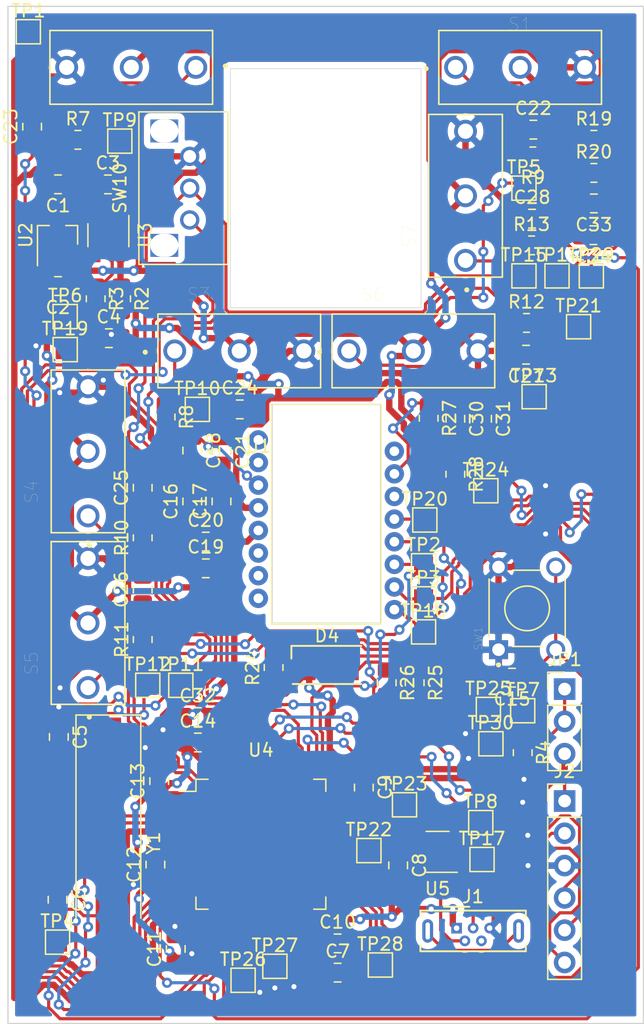
<source format=kicad_pcb>
(kicad_pcb (version 20171130) (host pcbnew "(5.1.9)-1")
  (layers (0 F.Cu signal) (31 B.Cu signal) (34 B.Paste user) (35 F.Paste user) (36 B.SilkS user) (37 F.SilkS user) (38 B.Mask user) (39 F.Mask user) (44 Edge.Cuts user))
  (net 0 "")
  (net 1 +5V)
  (net 2 GND)
  (net 3 "Net-(C5-Pad2)")
  (net 4 "Net-(C6-Pad2)")
  (net 5 "Net-(C7-Pad1)")
  (net 6 "Net-(C8-Pad1)")
  (net 7 NRST)
  (net 8 "Net-(C18-Pad1)")
  (net 9 IN_D-)
  (net 10 IN_D+)
  (net 11 "Net-(J1-Pad4)")
  (net 12 "Net-(J1-Pad6)")
  (net 13 SWCLK)
  (net 14 SWDIO)
  (net 15 SWO)
  (net 16 BOOT0)
  (net 17 "Net-(R2-Pad2)")
  (net 18 "Net-(U1-Pad16)")
  (net 19 "Net-(U1-Pad14)")
  (net 20 NCS)
  (net 21 MISO)
  (net 22 MOSI)
  (net 23 SCK)
  (net 24 Motion)
  (net 25 "Net-(U1-Pad8)")
  (net 26 "Net-(U1-Pad7)")
  (net 27 "Net-(U1-Pad6)")
  (net 28 "Net-(U1-Pad2)")
  (net 29 "Net-(U1-Pad1)")
  (net 30 "Net-(U4-Pad2)")
  (net 31 "Net-(U4-Pad3)")
  (net 32 "Net-(U4-Pad4)")
  (net 33 "Net-(U4-Pad8)")
  (net 34 "Net-(U4-Pad9)")
  (net 35 "Net-(U4-Pad25)")
  (net 36 "Net-(U4-Pad28)")
  (net 37 "Net-(U4-Pad34)")
  (net 38 "Net-(U4-Pad35)")
  (net 39 "Net-(U4-Pad36)")
  (net 40 "Net-(U4-Pad37)")
  (net 41 "Net-(U4-Pad38)")
  (net 42 "Net-(U4-Pad39)")
  (net 43 "Net-(U4-Pad40)")
  (net 44 OUT_D-)
  (net 45 OUT_D+)
  (net 46 "Net-(U4-Pad51)")
  (net 47 "Net-(U4-Pad52)")
  (net 48 "Net-(U4-Pad53)")
  (net 49 "Net-(U4-Pad54)")
  (net 50 "Net-(U4-Pad56)")
  (net 51 "Net-(U4-Pad57)")
  (net 52 "Net-(U4-Pad58)")
  (net 53 "Net-(U4-Pad59)")
  (net 54 "Net-(U4-Pad61)")
  (net 55 "Net-(U4-Pad62)")
  (net 56 +3V3)
  (net 57 VDD)
  (net 58 left_click)
  (net 59 right_click)
  (net 60 sense_up)
  (net 61 sense_down)
  (net 62 forward)
  (net 63 backward)
  (net 64 wheel_click)
  (net 65 Scroll_a)
  (net 66 Scroll_b)
  (net 67 "Net-(D4-Pad2)")
  (net 68 "Net-(R7-Pad1)")
  (net 69 "Net-(R11-Pad1)")
  (net 70 "Net-(R12-Pad1)")
  (net 71 RED)
  (net 72 GREEN)
  (net 73 BLUE)
  (net 74 "Net-(R27-Pad1)")
  (net 75 MCO1)
  (net 76 MCO2)
  (net 77 "Net-(R8-Pad1)")
  (net 78 "Net-(R9-Pad1)")
  (net 79 "Net-(R10-Pad1)")
  (net 80 "Net-(R13-Pad1)")
  (net 81 "Net-(D4-Pad4)")
  (net 82 "Net-(D4-Pad3)")
  (module Capacitor_SMD:C_0805_2012Metric_Pad1.18x1.45mm_HandSolder (layer F.Cu) (at 41.6 97.5 90)
    (fp_text reference C12 (at 0 -1.68 90) (layer F.SilkS))
    (fp_text value 100n)
    (pad 1 smd roundrect (at -1.0375 0 90) (size 1.175 1.45) (layers F.Cu F.Paste F.Mask) (roundrect_rratio 0.212766) (net 56 +3V3))
    (pad 2 smd roundrect (at 1.0375 0 90) (size 1.175 1.45) (layers F.Cu F.Paste F.Mask) (roundrect_rratio 0.212766) (net 2 GND))
  )
  (module TestPoint:TestPoint_Pad_1.5x1.5mm (layer F.Cu) (at 51 105.5)
    (fp_text reference TP27 (at 0 -1.648) (layer F.SilkS))
    (fp_text value MCO2)
    (pad 1 smd rect (at 0 0) (size 1.5 1.5) (layers F.Cu F.Mask) (net 76 MCO2))
  )
  (module TestPoint:TestPoint_Pad_1.5x1.5mm (layer F.Cu) (at 48.5 106.6)
    (fp_text reference TP26 (at 0 -1.648) (layer F.SilkS))
    (fp_text value MCO1)
    (pad 1 smd rect (at 0 0) (size 1.5 1.5) (layers F.Cu F.Mask) (net 75 MCO1))
  )
  (module Components:EC10E1220505 (layer F.Cu) (at 38.3 44.3 90)
    (fp_text reference SW10 (at 0 0.5 90) (layer F.SilkS))
    (fp_text value Rotary_Encoder)
    (pad A thru_hole circle (at -2.5 6 90) (size 1.524 1.524) (drill 1) (layers *.Cu *.Mask) (net 65 Scroll_a))
    (pad B thru_hole circle (at 0 6 90) (size 1.524 1.524) (drill 1) (layers *.Cu *.Mask) (net 66 Scroll_b))
    (pad C thru_hole circle (at 2.5 6 90) (size 1.524 1.524) (drill 1) (layers *.Cu *.Mask) (net 2 GND))
    (pad "" np_thru_hole rect (at -4.5 4 90) (size 1.8 2.2) (drill oval 1.8 2.2) (layers *.Cu *.Mask))
    (pad "" np_thru_hole rect (at 4.5 4 90) (size 1.8 2.2) (drill oval 1.8 2.2) (layers *.Cu *.Mask))
  )
  (module Components:SW_D2F-FL (layer F.Cu) (at 70.3 34.8)
    (fp_text reference S1 (at 0 -3.4) (layer F.SilkS) (effects (font (thickness 0.015))))
    (fp_text value D2F-FL)
    (pad NC thru_hole circle (at 5.08 0) (size 1.8 1.8) (drill 1.2) (layers *.Cu *.Mask) (net 2 GND))
    (pad COM thru_hole circle (at -5.08 0) (size 1.8 1.8) (drill 1.2) (layers *.Cu *.Mask) (net 78 "Net-(R9-Pad1)"))
    (pad NO thru_hole circle (at 0 0) (size 1.8 1.8) (drill 1.2) (layers *.Cu *.Mask) (net 56 +3V3))
  )
  (module Components:LED_RGB_1210_RND_135-00251 (layer F.Cu) (at 55.1 81.8)
    (fp_text reference D4 (at 0 -2.3) (layer F.SilkS))
    (fp_text value LED_ABGR)
    (pad 4 smd rect (at -1.7 -0.7 180) (size 1.6 1) (layers F.Cu F.Paste F.Mask) (net 81 "Net-(D4-Pad4)"))
    (pad 1 smd rect (at -1.7 0.7 180) (size 1.6 1) (layers F.Cu F.Paste F.Mask) (net 56 +3V3))
    (pad 3 smd rect (at 1.7 -0.7 180) (size 1.6 1) (layers F.Cu F.Paste F.Mask) (net 82 "Net-(D4-Pad3)"))
    (pad 2 smd rect (at 1.7 0.7 180) (size 1.6 1) (layers F.Cu F.Paste F.Mask) (net 67 "Net-(D4-Pad2)"))
  )
  (module Crystal:Crystal_SMD_HC49-SD_HandSoldering (layer F.Cu) (at 37.9 95.8125 270)
    (fp_text reference Y1 (at 0 -3.55 90) (layer F.SilkS))
    (fp_text value 16Mhz)
    (pad 2 smd rect (at 5.9375 0 270) (size 7.875 2) (layers F.Cu F.Paste F.Mask) (net 4 "Net-(C6-Pad2)"))
    (pad 1 smd rect (at -5.9375 0 270) (size 7.875 2) (layers F.Cu F.Paste F.Mask) (net 3 "Net-(C5-Pad2)"))
  )
  (module Package_TO_SOT_SMD:SOT-23-5_HandSoldering (layer F.Cu) (at 37.9 48 270)
    (fp_text reference U3 (at 0 -2.9 90) (layer F.SilkS))
    (fp_text value MIC5235YM5-TR)
    (pad 5 smd rect (at 1.35 -0.95 270) (size 1.56 0.65) (layers F.Cu F.Paste F.Mask) (net 57 VDD))
    (pad 4 smd rect (at 1.35 0.95 270) (size 1.56 0.65) (layers F.Cu F.Paste F.Mask) (net 17 "Net-(R2-Pad2)"))
    (pad 3 smd rect (at -1.35 0.95 270) (size 1.56 0.65) (layers F.Cu F.Paste F.Mask) (net 1 +5V))
    (pad 2 smd rect (at -1.35 0 270) (size 1.56 0.65) (layers F.Cu F.Paste F.Mask) (net 2 GND))
    (pad 1 smd rect (at -1.35 -0.95 270) (size 1.56 0.65) (layers F.Cu F.Paste F.Mask) (net 1 +5V))
  )
  (module Package_TO_SOT_SMD:SOT-23_Handsoldering (layer F.Cu) (at 33.9 48 90)
    (fp_text reference U2 (at 0 -2.5 90) (layer F.SilkS))
    (fp_text value AP2125N-3.3TRG)
    (pad 3 smd rect (at 1.5 0 90) (size 1.9 0.8) (layers F.Cu F.Paste F.Mask) (net 1 +5V))
    (pad 2 smd rect (at -1.5 0.95 90) (size 1.9 0.8) (layers F.Cu F.Paste F.Mask) (net 56 +3V3))
    (pad 1 smd rect (at -1.5 -0.95 90) (size 1.9 0.8) (layers F.Cu F.Paste F.Mask) (net 2 GND))
  )
  (module Capacitor_SMD:C_0805_2012Metric_Pad1.18x1.45mm_HandSolder (layer F.Cu) (at 33.9375 44 180)
    (fp_text reference C1 (at 0 -1.68) (layer F.SilkS))
    (fp_text value 4u7)
    (pad 1 smd roundrect (at -1.0375 0 180) (size 1.175 1.45) (layers F.Cu F.Paste F.Mask) (roundrect_rratio 0.212766) (net 1 +5V))
    (pad 2 smd roundrect (at 1.0375 0 180) (size 1.175 1.45) (layers F.Cu F.Paste F.Mask) (roundrect_rratio 0.212766) (net 2 GND))
  )
  (module Capacitor_SMD:C_0805_2012Metric_Pad1.18x1.45mm_HandSolder (layer F.Cu) (at 33.9375 52 180)
    (fp_text reference C2 (at 0 -1.68) (layer F.SilkS))
    (fp_text value 4u7)
    (pad 1 smd roundrect (at -1.0375 0 180) (size 1.175 1.45) (layers F.Cu F.Paste F.Mask) (roundrect_rratio 0.212766) (net 56 +3V3))
    (pad 2 smd roundrect (at 1.0375 0 180) (size 1.175 1.45) (layers F.Cu F.Paste F.Mask) (roundrect_rratio 0.212766) (net 2 GND))
  )
  (module Capacitor_SMD:C_0805_2012Metric_Pad1.18x1.45mm_HandSolder (layer F.Cu) (at 37.8625 44.005001)
    (fp_text reference C3 (at 0 -1.68) (layer F.SilkS))
    (fp_text value 1u)
    (pad 2 smd roundrect (at 1.0375 0) (size 1.175 1.45) (layers F.Cu F.Paste F.Mask) (roundrect_rratio 0.212766) (net 2 GND))
    (pad 1 smd roundrect (at -1.0375 0) (size 1.175 1.45) (layers F.Cu F.Paste F.Mask) (roundrect_rratio 0.212766) (net 1 +5V))
  )
  (module Capacitor_SMD:C_0805_2012Metric_Pad1.18x1.45mm_HandSolder (layer F.Cu) (at 37.9375 56.1)
    (fp_text reference C4 (at 0 -1.68) (layer F.SilkS))
    (fp_text value 2.2u)
    (pad 1 smd roundrect (at -1.0375 0) (size 1.175 1.45) (layers F.Cu F.Paste F.Mask) (roundrect_rratio 0.212766) (net 57 VDD))
    (pad 2 smd roundrect (at 1.0375 0) (size 1.175 1.45) (layers F.Cu F.Paste F.Mask) (roundrect_rratio 0.212766) (net 2 GND))
  )
  (module Capacitor_SMD:C_0805_2012Metric_Pad1.18x1.45mm_HandSolder (layer F.Cu) (at 34 87.4625 270)
    (fp_text reference C5 (at 0 -1.68 90) (layer F.SilkS))
    (fp_text value 22pF)
    (pad 2 smd roundrect (at 1.0375 0 270) (size 1.175 1.45) (layers F.Cu F.Paste F.Mask) (roundrect_rratio 0.212766) (net 3 "Net-(C5-Pad2)"))
    (pad 1 smd roundrect (at -1.0375 0 270) (size 1.175 1.45) (layers F.Cu F.Paste F.Mask) (roundrect_rratio 0.212766) (net 2 GND))
  )
  (module Capacitor_SMD:C_0805_2012Metric_Pad1.18x1.45mm_HandSolder (layer F.Cu) (at 33.9 100.2625 270)
    (fp_text reference C6 (at 0 -1.68 90) (layer F.SilkS))
    (fp_text value 22pF)
    (pad 1 smd roundrect (at -1.0375 0 270) (size 1.175 1.45) (layers F.Cu F.Paste F.Mask) (roundrect_rratio 0.212766) (net 2 GND))
    (pad 2 smd roundrect (at 1.0375 0 270) (size 1.175 1.45) (layers F.Cu F.Paste F.Mask) (roundrect_rratio 0.212766) (net 4 "Net-(C6-Pad2)"))
  )
  (module Capacitor_SMD:C_0805_2012Metric_Pad1.18x1.45mm_HandSolder (layer F.Cu) (at 55.9375 106)
    (fp_text reference C7 (at 0 -1.68) (layer F.SilkS))
    (fp_text value 4.7uF)
    (pad 2 smd roundrect (at 1.0375 0) (size 1.175 1.45) (layers F.Cu F.Paste F.Mask) (roundrect_rratio 0.212766) (net 2 GND))
    (pad 1 smd roundrect (at -1.0375 0) (size 1.175 1.45) (layers F.Cu F.Paste F.Mask) (roundrect_rratio 0.212766) (net 5 "Net-(C7-Pad1)"))
  )
  (module Capacitor_SMD:C_0805_2012Metric_Pad1.18x1.45mm_HandSolder (layer F.Cu) (at 60.7 97.5625 270)
    (fp_text reference C8 (at 0 -1.68 90) (layer F.SilkS))
    (fp_text value 100n)
    (pad 1 smd roundrect (at -1.0375 0 270) (size 1.175 1.45) (layers F.Cu F.Paste F.Mask) (roundrect_rratio 0.212766) (net 6 "Net-(C8-Pad1)"))
    (pad 2 smd roundrect (at 1.0375 0 270) (size 1.175 1.45) (layers F.Cu F.Paste F.Mask) (roundrect_rratio 0.212766) (net 1 +5V))
  )
  (module Capacitor_SMD:C_0805_2012Metric_Pad1.18x1.45mm_HandSolder (layer F.Cu) (at 58 91.4375 270)
    (fp_text reference C9 (at 0 -1.68 90) (layer F.SilkS))
    (fp_text value 100n)
    (pad 2 smd roundrect (at 1.0375 0 270) (size 1.175 1.45) (layers F.Cu F.Paste F.Mask) (roundrect_rratio 0.212766) (net 2 GND))
    (pad 1 smd roundrect (at -1.0375 0 270) (size 1.175 1.45) (layers F.Cu F.Paste F.Mask) (roundrect_rratio 0.212766) (net 56 +3V3))
  )
  (module Capacitor_SMD:C_0805_2012Metric_Pad1.18x1.45mm_HandSolder (layer F.Cu) (at 55.9375 103.7)
    (fp_text reference C10 (at 0 -1.68) (layer F.SilkS))
    (fp_text value 100n)
    (pad 2 smd roundrect (at 1.0375 0) (size 1.175 1.45) (layers F.Cu F.Paste F.Mask) (roundrect_rratio 0.212766) (net 2 GND))
    (pad 1 smd roundrect (at -1.0375 0) (size 1.175 1.45) (layers F.Cu F.Paste F.Mask) (roundrect_rratio 0.212766) (net 56 +3V3))
  )
  (module Capacitor_SMD:C_0805_2012Metric_Pad1.18x1.45mm_HandSolder (layer F.Cu) (at 43.2 104.1375 90)
    (fp_text reference C11 (at 0 -1.68 90) (layer F.SilkS))
    (fp_text value 100n)
    (pad 2 smd roundrect (at 1.0375 0 90) (size 1.175 1.45) (layers F.Cu F.Paste F.Mask) (roundrect_rratio 0.212766) (net 2 GND))
    (pad 1 smd roundrect (at -1.0375 0 90) (size 1.175 1.45) (layers F.Cu F.Paste F.Mask) (roundrect_rratio 0.212766) (net 56 +3V3))
  )
  (module Capacitor_SMD:C_0805_2012Metric_Pad1.18x1.45mm_HandSolder (layer F.Cu) (at 41.9 90.9375 90)
    (fp_text reference C13 (at 0 -1.68 90) (layer F.SilkS))
    (fp_text value 100n)
    (pad 2 smd roundrect (at 1.0375 0 90) (size 1.175 1.45) (layers F.Cu F.Paste F.Mask) (roundrect_rratio 0.212766) (net 2 GND))
    (pad 1 smd roundrect (at -1.0375 0 90) (size 1.175 1.45) (layers F.Cu F.Paste F.Mask) (roundrect_rratio 0.212766) (net 56 +3V3))
  )
  (module Capacitor_SMD:C_0805_2012Metric_Pad1.18x1.45mm_HandSolder (layer F.Cu) (at 44.9375 87.9)
    (fp_text reference C14 (at 0 -1.68) (layer F.SilkS))
    (fp_text value 100n)
    (pad 1 smd roundrect (at -1.0375 0) (size 1.175 1.45) (layers F.Cu F.Paste F.Mask) (roundrect_rratio 0.212766) (net 56 +3V3))
    (pad 2 smd roundrect (at 1.0375 0) (size 1.175 1.45) (layers F.Cu F.Paste F.Mask) (roundrect_rratio 0.212766) (net 2 GND))
  )
  (module Capacitor_SMD:C_0805_2012Metric_Pad1.18x1.45mm_HandSolder (layer F.Cu) (at 69.6625 82.8 180)
    (fp_text reference C15 (at 0 -1.68) (layer F.SilkS))
    (fp_text value 100n)
    (pad 1 smd roundrect (at -1.0375 0 180) (size 1.175 1.45) (layers F.Cu F.Paste F.Mask) (roundrect_rratio 0.212766) (net 7 NRST))
    (pad 2 smd roundrect (at 1.0375 0 180) (size 1.175 1.45) (layers F.Cu F.Paste F.Mask) (roundrect_rratio 0.212766) (net 2 GND))
  )
  (module Capacitor_SMD:C_0805_2012Metric_Pad1.18x1.45mm_HandSolder (layer F.Cu) (at 44.5 68.9375 90)
    (fp_text reference C16 (at 0 -1.68 90) (layer F.SilkS))
    (fp_text value 10u)
    (pad 1 smd roundrect (at -1.0375 0 90) (size 1.175 1.45) (layers F.Cu F.Paste F.Mask) (roundrect_rratio 0.212766) (net 57 VDD))
    (pad 2 smd roundrect (at 1.0375 0 90) (size 1.175 1.45) (layers F.Cu F.Paste F.Mask) (roundrect_rratio 0.212766) (net 2 GND))
  )
  (module Capacitor_SMD:C_0805_2012Metric_Pad1.18x1.45mm_HandSolder (layer F.Cu) (at 46.8 68.9375 90)
    (fp_text reference C17 (at 0 -1.68 90) (layer F.SilkS))
    (fp_text value 100n)
    (pad 2 smd roundrect (at 1.0375 0 90) (size 1.175 1.45) (layers F.Cu F.Paste F.Mask) (roundrect_rratio 0.212766) (net 2 GND))
    (pad 1 smd roundrect (at -1.0375 0 90) (size 1.175 1.45) (layers F.Cu F.Paste F.Mask) (roundrect_rratio 0.212766) (net 57 VDD))
  )
  (module Capacitor_SMD:C_0805_2012Metric_Pad1.18x1.45mm_HandSolder (layer F.Cu) (at 44.5 64.9375 270)
    (fp_text reference C18 (at 0 -1.68 90) (layer F.SilkS))
    (fp_text value 100n)
    (pad 1 smd roundrect (at -1.0375 0 270) (size 1.175 1.45) (layers F.Cu F.Paste F.Mask) (roundrect_rratio 0.212766) (net 8 "Net-(C18-Pad1)"))
    (pad 2 smd roundrect (at 1.0375 0 270) (size 1.175 1.45) (layers F.Cu F.Paste F.Mask) (roundrect_rratio 0.212766) (net 2 GND))
  )
  (module Capacitor_SMD:C_0805_2012Metric_Pad1.18x1.45mm_HandSolder (layer F.Cu) (at 45.5625 74.2)
    (fp_text reference C19 (at 0 -1.68) (layer F.SilkS))
    (fp_text value 10u)
    (pad 2 smd roundrect (at 1.0375 0) (size 1.175 1.45) (layers F.Cu F.Paste F.Mask) (roundrect_rratio 0.212766) (net 56 +3V3))
    (pad 1 smd roundrect (at -1.0375 0) (size 1.175 1.45) (layers F.Cu F.Paste F.Mask) (roundrect_rratio 0.212766) (net 2 GND))
  )
  (module Capacitor_SMD:C_0805_2012Metric_Pad1.18x1.45mm_HandSolder (layer F.Cu) (at 45.5625 72.1)
    (fp_text reference C20 (at 0 -1.68) (layer F.SilkS))
    (fp_text value 100n)
    (pad 1 smd roundrect (at -1.0375 0) (size 1.175 1.45) (layers F.Cu F.Paste F.Mask) (roundrect_rratio 0.212766) (net 2 GND))
    (pad 2 smd roundrect (at 1.0375 0) (size 1.175 1.45) (layers F.Cu F.Paste F.Mask) (roundrect_rratio 0.212766) (net 56 +3V3))
  )
  (module Capacitor_SMD:C_0805_2012Metric_Pad1.18x1.45mm_HandSolder (layer F.Cu) (at 46.8 64.9625 270)
    (fp_text reference C21 (at 0 -1.68 90) (layer F.SilkS))
    (fp_text value 4u7)
    (pad 2 smd roundrect (at 1.0375 0 270) (size 1.175 1.45) (layers F.Cu F.Paste F.Mask) (roundrect_rratio 0.212766) (net 2 GND))
    (pad 1 smd roundrect (at -1.0375 0 270) (size 1.175 1.45) (layers F.Cu F.Paste F.Mask) (roundrect_rratio 0.212766) (net 8 "Net-(C18-Pad1)"))
  )
  (module Capacitor_SMD:C_0805_2012Metric_Pad1.18x1.45mm_HandSolder (layer F.Cu) (at 71.3375 39.7)
    (fp_text reference C22 (at 0 -1.68) (layer F.SilkS))
    (fp_text value 100n)
    (pad 1 smd roundrect (at -1.0375 0) (size 1.175 1.45) (layers F.Cu F.Paste F.Mask) (roundrect_rratio 0.212766) (net 59 right_click))
    (pad 2 smd roundrect (at 1.0375 0) (size 1.175 1.45) (layers F.Cu F.Paste F.Mask) (roundrect_rratio 0.212766) (net 2 GND))
  )
  (module Capacitor_SMD:C_0805_2012Metric_Pad1.18x1.45mm_HandSolder (layer F.Cu) (at 65.2 62.4375 270)
    (fp_text reference C30 (at 0 -1.68 90) (layer F.SilkS))
    (fp_text value 10u)
    (pad 1 smd roundrect (at -1.0375 0 270) (size 1.175 1.45) (layers F.Cu F.Paste F.Mask) (roundrect_rratio 0.212766) (net 2 GND))
    (pad 2 smd roundrect (at 1.0375 0 270) (size 1.175 1.45) (layers F.Cu F.Paste F.Mask) (roundrect_rratio 0.212766) (net 57 VDD))
  )
  (module Capacitor_SMD:C_0805_2012Metric_Pad1.18x1.45mm_HandSolder (layer F.Cu) (at 67.3 62.4375 270)
    (fp_text reference C31 (at 0 -1.68 90) (layer F.SilkS))
    (fp_text value 100n)
    (pad 2 smd roundrect (at 1.0375 0 270) (size 1.175 1.45) (layers F.Cu F.Paste F.Mask) (roundrect_rratio 0.212766) (net 57 VDD))
    (pad 1 smd roundrect (at -1.0375 0 270) (size 1.175 1.45) (layers F.Cu F.Paste F.Mask) (roundrect_rratio 0.212766) (net 2 GND))
  )
  (module Capacitor_SMD:C_0805_2012Metric_Pad1.18x1.45mm_HandSolder (layer F.Cu) (at 44.9375 85.9)
    (fp_text reference C32 (at 0 -1.68) (layer F.SilkS))
    (fp_text value 4.7u)
    (pad 2 smd roundrect (at 1.0375 0) (size 1.175 1.45) (layers F.Cu F.Paste F.Mask) (roundrect_rratio 0.212766) (net 2 GND))
    (pad 1 smd roundrect (at -1.0375 0) (size 1.175 1.45) (layers F.Cu F.Paste F.Mask) (roundrect_rratio 0.212766) (net 56 +3V3))
  )
  (module Capacitor_SMD:C_0805_2012Metric_Pad1.18x1.45mm_HandSolder (layer F.Cu) (at 76.1 45.5 180)
    (fp_text reference C33 (at 0 -1.68) (layer F.SilkS))
    (fp_text value 100n)
    (pad 2 smd roundrect (at 1.0375 0 180) (size 1.175 1.45) (layers F.Cu F.Paste F.Mask) (roundrect_rratio 0.212766) (net 2 GND))
    (pad 1 smd roundrect (at -1.0375 0 180) (size 1.175 1.45) (layers F.Cu F.Paste F.Mask) (roundrect_rratio 0.212766) (net 65 Scroll_a))
  )
  (module Capacitor_SMD:C_0805_2012Metric_Pad1.18x1.45mm_HandSolder (layer F.Cu) (at 76.0625 48 180)
    (fp_text reference C34 (at 0 -1.68) (layer F.SilkS))
    (fp_text value 100n)
    (pad 1 smd roundrect (at -1.0375 0 180) (size 1.175 1.45) (layers F.Cu F.Paste F.Mask) (roundrect_rratio 0.212766) (net 66 Scroll_b))
    (pad 2 smd roundrect (at 1.0375 0 180) (size 1.175 1.45) (layers F.Cu F.Paste F.Mask) (roundrect_rratio 0.212766) (net 2 GND))
  )
  (module Resistor_SMD:R_0805_2012Metric_Pad1.20x1.40mm_HandSolder (layer F.Cu) (at 38.9 53 270)
    (fp_text reference R2 (at 0 -1.65 90) (layer F.SilkS))
    (fp_text value 5.6k)
    (pad 2 smd roundrect (at 1 0 270) (size 1.2 1.4) (layers F.Cu F.Paste F.Mask) (roundrect_rratio 0.208333) (net 17 "Net-(R2-Pad2)"))
    (pad 1 smd roundrect (at -1 0 270) (size 1.2 1.4) (layers F.Cu F.Paste F.Mask) (roundrect_rratio 0.208333) (net 57 VDD))
  )
  (module Resistor_SMD:R_0805_2012Metric_Pad1.20x1.40mm_HandSolder (layer F.Cu) (at 36.9 53 270)
    (fp_text reference R3 (at 0 -1.65 90) (layer F.SilkS))
    (fp_text value 10k)
    (pad 1 smd roundrect (at -1 0 270) (size 1.2 1.4) (layers F.Cu F.Paste F.Mask) (roundrect_rratio 0.208333) (net 17 "Net-(R2-Pad2)"))
    (pad 2 smd roundrect (at 1 0 270) (size 1.2 1.4) (layers F.Cu F.Paste F.Mask) (roundrect_rratio 0.208333) (net 2 GND))
  )
  (module Resistor_SMD:R_0805_2012Metric_Pad1.20x1.40mm_HandSolder (layer F.Cu) (at 70.5 88.7 270)
    (fp_text reference R4 (at 0 -1.65 90) (layer F.SilkS))
    (fp_text value 10k)
    (pad 2 smd roundrect (at 1 0 270) (size 1.2 1.4) (layers F.Cu F.Paste F.Mask) (roundrect_rratio 0.208333) (net 2 GND))
    (pad 1 smd roundrect (at -1 0 270) (size 1.2 1.4) (layers F.Cu F.Paste F.Mask) (roundrect_rratio 0.208333) (net 16 BOOT0))
  )
  (module Resistor_SMD:R_0805_2012Metric_Pad1.20x1.40mm_HandSolder (layer F.Cu) (at 71.3 41.8 180)
    (fp_text reference R9 (at 0 -1.65) (layer F.SilkS))
    (fp_text value 1k)
    (pad 2 smd roundrect (at 1 0 180) (size 1.2 1.4) (layers F.Cu F.Paste F.Mask) (roundrect_rratio 0.208333) (net 59 right_click))
    (pad 1 smd roundrect (at -1 0 180) (size 1.2 1.4) (layers F.Cu F.Paste F.Mask) (roundrect_rratio 0.208333) (net 78 "Net-(R9-Pad1)"))
  )
  (module Resistor_SMD:R_0805_2012Metric_Pad1.20x1.40mm_HandSolder (layer F.Cu) (at 76.1 40.5)
    (fp_text reference R19 (at 0 -1.65) (layer F.SilkS))
    (fp_text value 10k)
    (pad 1 smd roundrect (at -1 0) (size 1.2 1.4) (layers F.Cu F.Paste F.Mask) (roundrect_rratio 0.208333) (net 56 +3V3))
    (pad 2 smd roundrect (at 1 0) (size 1.2 1.4) (layers F.Cu F.Paste F.Mask) (roundrect_rratio 0.208333) (net 65 Scroll_a))
  )
  (module Resistor_SMD:R_0805_2012Metric_Pad1.20x1.40mm_HandSolder (layer F.Cu) (at 76.1 43.1)
    (fp_text reference R20 (at 0 -1.65) (layer F.SilkS))
    (fp_text value 10k)
    (pad 2 smd roundrect (at 1 0) (size 1.2 1.4) (layers F.Cu F.Paste F.Mask) (roundrect_rratio 0.208333) (net 66 Scroll_b))
    (pad 1 smd roundrect (at -1 0) (size 1.2 1.4) (layers F.Cu F.Paste F.Mask) (roundrect_rratio 0.208333) (net 56 +3V3))
  )
  (module Resistor_SMD:R_0805_2012Metric_Pad1.20x1.40mm_HandSolder (layer F.Cu) (at 50.9 82 90)
    (fp_text reference R24 (at 0 -1.65 90) (layer F.SilkS))
    (fp_text value 820)
    (pad 2 smd roundrect (at 1 0 90) (size 1.2 1.4) (layers F.Cu F.Paste F.Mask) (roundrect_rratio 0.208333) (net 71 RED))
    (pad 1 smd roundrect (at -1 0 90) (size 1.2 1.4) (layers F.Cu F.Paste F.Mask) (roundrect_rratio 0.208333) (net 81 "Net-(D4-Pad4)"))
  )
  (module Resistor_SMD:R_0805_2012Metric_Pad1.20x1.40mm_HandSolder (layer F.Cu) (at 62 83.2 270)
    (fp_text reference R25 (at 0 -1.65 90) (layer F.SilkS))
    (fp_text value 820)
    (pad 1 smd roundrect (at -1 0 270) (size 1.2 1.4) (layers F.Cu F.Paste F.Mask) (roundrect_rratio 0.208333) (net 82 "Net-(D4-Pad3)"))
    (pad 2 smd roundrect (at 1 0 270) (size 1.2 1.4) (layers F.Cu F.Paste F.Mask) (roundrect_rratio 0.208333) (net 72 GREEN))
  )
  (module Resistor_SMD:R_0805_2012Metric_Pad1.20x1.40mm_HandSolder (layer F.Cu) (at 59.8 83.2 270)
    (fp_text reference R26 (at 0 -1.65 90) (layer F.SilkS))
    (fp_text value 820)
    (pad 2 smd roundrect (at 1 0 270) (size 1.2 1.4) (layers F.Cu F.Paste F.Mask) (roundrect_rratio 0.208333) (net 73 BLUE))
    (pad 1 smd roundrect (at -1 0 270) (size 1.2 1.4) (layers F.Cu F.Paste F.Mask) (roundrect_rratio 0.208333) (net 67 "Net-(D4-Pad2)"))
  )
  (module Resistor_SMD:R_0805_2012Metric_Pad1.20x1.40mm_HandSolder (layer F.Cu) (at 63.1 62.4 270)
    (fp_text reference R27 (at 0 -1.65 90) (layer F.SilkS))
    (fp_text value 47)
    (pad 1 smd roundrect (at -1 0 270) (size 1.2 1.4) (layers F.Cu F.Paste F.Mask) (roundrect_rratio 0.208333) (net 74 "Net-(R27-Pad1)"))
    (pad 2 smd roundrect (at 1 0 270) (size 1.2 1.4) (layers F.Cu F.Paste F.Mask) (roundrect_rratio 0.208333) (net 57 VDD))
  )
  (module Resistor_SMD:R_0805_2012Metric_Pad1.20x1.40mm_HandSolder (layer F.Cu) (at 65.2 66.8 270)
    (fp_text reference R28 (at 0 -1.65 90) (layer F.SilkS))
    (fp_text value 10k)
    (pad 1 smd roundrect (at -1 0 270) (size 1.2 1.4) (layers F.Cu F.Paste F.Mask) (roundrect_rratio 0.208333) (net 56 +3V3))
    (pad 2 smd roundrect (at 1 0 270) (size 1.2 1.4) (layers F.Cu F.Paste F.Mask) (roundrect_rratio 0.208333) (net 21 MISO))
  )
  (module TestPoint:TestPoint_Pad_1.5x1.5mm (layer F.Cu) (at 31.6 32)
    (fp_text reference TP1 (at 0 -1.648) (layer F.SilkS))
    (fp_text value 5V)
    (pad 1 smd rect (at 0 0) (size 1.5 1.5) (layers F.Cu F.Mask) (net 1 +5V))
  )
  (module TestPoint:TestPoint_Pad_1.5x1.5mm (layer F.Cu) (at 62.7 74)
    (fp_text reference TP2 (at 0 -1.648) (layer F.SilkS))
    (fp_text value MOSI)
    (pad 1 smd rect (at 0 0) (size 1.5 1.5) (layers F.Cu F.Mask) (net 22 MOSI))
  )
  (module TestPoint:TestPoint_Pad_1.5x1.5mm (layer F.Cu) (at 62.7 76.6)
    (fp_text reference TP3 (at 0 -1.648) (layer F.SilkS))
    (fp_text value SCK)
    (pad 1 smd rect (at 0 0) (size 1.5 1.5) (layers F.Cu F.Mask) (net 23 SCK))
  )
  (module TestPoint:TestPoint_Pad_1.5x1.5mm (layer F.Cu) (at 33.9 103.6)
    (fp_text reference TP4 (at 0 -1.648) (layer F.SilkS))
    (fp_text value TestPoint)
    (pad 1 smd rect (at 0 0) (size 1.5 1.5) (layers F.Cu F.Mask) (net 4 "Net-(C6-Pad2)"))
  )
  (module TestPoint:TestPoint_Pad_1.5x1.5mm (layer F.Cu) (at 70.6 44.3)
    (fp_text reference TP5 (at 0 -1.648) (layer F.SilkS))
    (fp_text value TestPoint)
    (pad 1 smd rect (at 0 0) (size 1.5 1.5) (layers F.Cu F.Mask) (net 59 right_click))
  )
  (module TestPoint:TestPoint_Pad_1.5x1.5mm (layer F.Cu) (at 34.5 54.4)
    (fp_text reference TP6 (at 0 -1.648) (layer F.SilkS))
    (fp_text value 3.3V)
    (pad 1 smd rect (at 0 0) (size 1.5 1.5) (layers F.Cu F.Mask) (net 56 +3V3))
  )
  (module TestPoint:TestPoint_Pad_1.5x1.5mm (layer F.Cu) (at 70.5 85.4)
    (fp_text reference TP7 (at 0 -1.648) (layer F.SilkS))
    (fp_text value NRST)
    (pad 1 smd rect (at 0 0) (size 1.5 1.5) (layers F.Cu F.Mask) (net 7 NRST))
  )
  (module TestPoint:TestPoint_Pad_1.5x1.5mm (layer F.Cu) (at 67.2 94.2)
    (fp_text reference TP8 (at 0 -1.648) (layer F.SilkS))
    (fp_text value in_D-)
    (pad 1 smd rect (at 0 0) (size 1.5 1.5) (layers F.Cu F.Mask) (net 9 IN_D-))
  )
  (module TestPoint:TestPoint_Pad_1.5x1.5mm (layer F.Cu) (at 73.2 51.2)
    (fp_text reference TP14 (at 0 -1.648) (layer F.SilkS))
    (fp_text value Scroll_b)
    (pad 1 smd rect (at 0 0) (size 1.5 1.5) (layers F.Cu F.Mask) (net 66 Scroll_b))
  )
  (module TestPoint:TestPoint_Pad_1.5x1.5mm (layer F.Cu) (at 67.3 97.1)
    (fp_text reference TP17 (at 0 -1.648) (layer F.SilkS))
    (fp_text value in_D+)
    (pad 1 smd rect (at 0 0) (size 1.5 1.5) (layers F.Cu F.Mask) (net 10 IN_D+))
  )
  (module TestPoint:TestPoint_Pad_1.5x1.5mm (layer F.Cu) (at 62.7 79.2)
    (fp_text reference TP18 (at 0 -1.648) (layer F.SilkS))
    (fp_text value Motion)
    (pad 1 smd rect (at 0 0) (size 1.5 1.5) (layers F.Cu F.Mask) (net 24 Motion))
  )
  (module TestPoint:TestPoint_Pad_1.5x1.5mm (layer F.Cu) (at 34.5 57)
    (fp_text reference TP19 (at 0 -1.648) (layer F.SilkS))
    (fp_text value VDD)
    (pad 1 smd rect (at 0 0) (size 1.5 1.5) (layers F.Cu F.Mask) (net 57 VDD))
  )
  (module TestPoint:TestPoint_Pad_1.5x1.5mm (layer F.Cu) (at 62.8 70.4)
    (fp_text reference TP20 (at 0 -1.648) (layer F.SilkS))
    (fp_text value NCS)
    (pad 1 smd rect (at 0 0) (size 1.5 1.5) (layers F.Cu F.Mask) (net 20 NCS))
  )
  (module TestPoint:TestPoint_Pad_1.5x1.5mm (layer F.Cu) (at 74.9 55.2)
    (fp_text reference TP21 (at 0 -1.648) (layer F.SilkS))
    (fp_text value GND)
    (pad 1 smd rect (at 0 0) (size 1.5 1.5) (layers F.Cu F.Mask) (net 2 GND))
  )
  (module TestPoint:TestPoint_Pad_1.5x1.5mm (layer F.Cu) (at 58.4 96.4)
    (fp_text reference TP22 (at 0 -1.648) (layer F.SilkS))
    (fp_text value out_D-)
    (pad 1 smd rect (at 0 0) (size 1.5 1.5) (layers F.Cu F.Mask) (net 44 OUT_D-))
  )
  (module TestPoint:TestPoint_Pad_1.5x1.5mm (layer F.Cu) (at 61.2 92.8)
    (fp_text reference TP23 (at 0 -1.648) (layer F.SilkS))
    (fp_text value out_D+)
    (pad 1 smd rect (at 0 0) (size 1.5 1.5) (layers F.Cu F.Mask) (net 45 OUT_D+))
  )
  (module TestPoint:TestPoint_Pad_1.5x1.5mm (layer F.Cu) (at 67.6 68.1)
    (fp_text reference TP24 (at 0 -1.648) (layer F.SilkS))
    (fp_text value MISO)
    (pad 1 smd rect (at 0 0) (size 1.5 1.5) (layers F.Cu F.Mask) (net 21 MISO))
  )
  (module TestPoint:TestPoint_Pad_1.5x1.5mm (layer F.Cu) (at 67.8 85.3)
    (fp_text reference TP25 (at 0 -1.648) (layer F.SilkS))
    (fp_text value GRD)
    (pad 1 smd rect (at 0 0) (size 1.5 1.5) (layers F.Cu F.Mask) (net 2 GND))
  )
  (module TestPoint:TestPoint_Pad_1.5x1.5mm (layer F.Cu) (at 59.3 105.4)
    (fp_text reference TP28 (at 0 -1.648) (layer F.SilkS))
    (fp_text value GND)
    (pad 1 smd rect (at 0 0) (size 1.5 1.5) (layers F.Cu F.Mask) (net 2 GND))
  )
  (module TestPoint:TestPoint_Pad_1.5x1.5mm (layer F.Cu) (at 75.9 51.2)
    (fp_text reference TP29 (at 0 -1.648) (layer F.SilkS))
    (fp_text value Scroll_a)
    (pad 1 smd rect (at 0 0) (size 1.5 1.5) (layers F.Cu F.Mask) (net 65 Scroll_a))
  )
  (module TestPoint:TestPoint_Pad_1.5x1.5mm (layer F.Cu) (at 68 88)
    (fp_text reference TP30 (at 0 -1.648) (layer F.SilkS))
    (fp_text value BOOT0)
    (pad 1 smd rect (at 0 0) (size 1.5 1.5) (layers F.Cu F.Mask) (net 16 BOOT0))
  )
  (module Custom:PMW3389 (layer F.Cu) (at 49.7 64.1)
    (fp_text reference U1 (at 0 0.5) (layer F.SilkS))
    (fp_text value PMW3389)
    (pad 16 thru_hole circle (at 10.7 0.89) (size 1.524 1.524) (drill 0.762) (layers *.Cu *.Mask) (net 18 "Net-(U1-Pad16)"))
    (pad 15 thru_hole circle (at 10.7 2.67) (size 1.524 1.524) (drill 0.762) (layers *.Cu *.Mask) (net 74 "Net-(R27-Pad1)"))
    (pad 14 thru_hole circle (at 10.7 4.45) (size 1.524 1.524) (drill 0.762) (layers *.Cu *.Mask) (net 19 "Net-(U1-Pad14)"))
    (pad 13 thru_hole circle (at 10.7 6.23) (size 1.524 1.524) (drill 0.762) (layers *.Cu *.Mask) (net 20 NCS))
    (pad 12 thru_hole circle (at 10.7 8.01) (size 1.524 1.524) (drill 0.762) (layers *.Cu *.Mask) (net 21 MISO))
    (pad 11 thru_hole circle (at 10.7 9.79) (size 1.524 1.524) (drill 0.762) (layers *.Cu *.Mask) (net 22 MOSI))
    (pad 10 thru_hole circle (at 10.7 11.57) (size 1.524 1.524) (drill 0.762) (layers *.Cu *.Mask) (net 23 SCK))
    (pad 9 thru_hole circle (at 10.7 13.35) (size 1.524 1.524) (drill 0.762) (layers *.Cu *.Mask) (net 24 Motion))
    (pad 8 thru_hole circle (at 0 12.46) (size 1.524 1.524) (drill 0.762) (layers *.Cu *.Mask) (net 25 "Net-(U1-Pad8)"))
    (pad 7 thru_hole circle (at 0 10.68) (size 1.524 1.524) (drill 0.762) (layers *.Cu *.Mask) (net 26 "Net-(U1-Pad7)"))
    (pad 6 thru_hole circle (at 0 8.9) (size 1.524 1.524) (drill 0.762) (layers *.Cu *.Mask) (net 27 "Net-(U1-Pad6)"))
    (pad 5 thru_hole circle (at 0 7.12) (size 1.524 1.524) (drill 0.762) (layers *.Cu *.Mask) (net 56 +3V3))
    (pad 4 thru_hole circle (at 0 5.34) (size 1.524 1.524) (drill 0.762) (layers *.Cu *.Mask) (net 57 VDD))
    (pad 3 thru_hole circle (at 0 3.56) (size 1.524 1.524) (drill 0.762) (layers *.Cu *.Mask) (net 8 "Net-(C18-Pad1)"))
    (pad 2 thru_hole circle (at 0 1.78) (size 1.524 1.524) (drill 0.762) (layers *.Cu *.Mask) (net 28 "Net-(U1-Pad2)"))
    (pad 1 thru_hole circle (at 0 0) (size 1.524 1.524) (drill 0.762) (layers *.Cu *.Mask) (net 29 "Net-(U1-Pad1)"))
  )
  (module Package_QFP:LQFP-64_10x10mm_P0.5mm (layer F.Cu) (at 49.9 95.9)
    (fp_text reference U4 (at 0 -7.4) (layer F.SilkS))
    (fp_text value STM32F411RETx)
    (pad 1 smd roundrect (at -5.675 -3.75) (size 1.55 0.3) (layers F.Cu F.Paste F.Mask) (net 56 +3V3))
    (pad 2 smd roundrect (at -5.675 -3.25) (size 1.55 0.3) (layers F.Cu F.Paste F.Mask) (net 30 "Net-(U4-Pad2)"))
    (pad 3 smd roundrect (at -5.675 -2.75) (size 1.55 0.3) (layers F.Cu F.Paste F.Mask) (net 31 "Net-(U4-Pad3)"))
    (pad 4 smd roundrect (at -5.675 -2.25) (size 1.55 0.3) (layers F.Cu F.Paste F.Mask) (net 32 "Net-(U4-Pad4)"))
    (pad 5 smd roundrect (at -5.675 -1.75) (size 1.55 0.3) (layers F.Cu F.Paste F.Mask) (net 3 "Net-(C5-Pad2)"))
    (pad 6 smd roundrect (at -5.675 -1.25) (size 1.55 0.3) (layers F.Cu F.Paste F.Mask) (net 4 "Net-(C6-Pad2)"))
    (pad 7 smd roundrect (at -5.675 -0.75) (size 1.55 0.3) (layers F.Cu F.Paste F.Mask) (net 7 NRST))
    (pad 8 smd roundrect (at -5.675 -0.25) (size 1.55 0.3) (layers F.Cu F.Paste F.Mask) (net 33 "Net-(U4-Pad8)"))
    (pad 9 smd roundrect (at -5.675 0.25) (size 1.55 0.3) (layers F.Cu F.Paste F.Mask) (net 34 "Net-(U4-Pad9)"))
    (pad 10 smd roundrect (at -5.675 0.75) (size 1.55 0.3) (layers F.Cu F.Paste F.Mask) (net 21 MISO))
    (pad 11 smd roundrect (at -5.675 1.25) (size 1.55 0.3) (layers F.Cu F.Paste F.Mask) (net 22 MOSI))
    (pad 12 smd roundrect (at -5.675 1.75) (size 1.55 0.3) (layers F.Cu F.Paste F.Mask) (net 2 GND))
    (pad 13 smd roundrect (at -5.675 2.25) (size 1.55 0.3) (layers F.Cu F.Paste F.Mask) (net 56 +3V3))
    (pad 14 smd roundrect (at -5.675 2.75) (size 1.55 0.3) (layers F.Cu F.Paste F.Mask) (net 58 left_click))
    (pad 15 smd roundrect (at -5.675 3.25) (size 1.55 0.3) (layers F.Cu F.Paste F.Mask) (net 59 right_click))
    (pad 16 smd roundrect (at -5.675 3.75) (size 1.55 0.3) (layers F.Cu F.Paste F.Mask) (net 60 sense_up))
    (pad 17 smd roundrect (at -3.75 5.675) (size 0.3 1.55) (layers F.Cu F.Paste F.Mask) (net 61 sense_down))
    (pad 18 smd roundrect (at -3.25 5.675) (size 0.3 1.55) (layers F.Cu F.Paste F.Mask) (net 2 GND))
    (pad 19 smd roundrect (at -2.75 5.675) (size 0.3 1.55) (layers F.Cu F.Paste F.Mask) (net 56 +3V3))
    (pad 20 smd roundrect (at -2.25 5.675) (size 0.3 1.55) (layers F.Cu F.Paste F.Mask) (net 62 forward))
    (pad 21 smd roundrect (at -1.75 5.675) (size 0.3 1.55) (layers F.Cu F.Paste F.Mask) (net 63 backward))
    (pad 22 smd roundrect (at -1.25 5.675) (size 0.3 1.55) (layers F.Cu F.Paste F.Mask) (net 64 wheel_click))
    (pad 23 smd roundrect (at -0.75 5.675) (size 0.3 1.55) (layers F.Cu F.Paste F.Mask) (net 71 RED))
    (pad 24 smd roundrect (at -0.25 5.675) (size 0.3 1.55) (layers F.Cu F.Paste F.Mask) (net 24 Motion))
    (pad 25 smd roundrect (at 0.25 5.675) (size 0.3 1.55) (layers F.Cu F.Paste F.Mask) (net 35 "Net-(U4-Pad25)"))
    (pad 26 smd roundrect (at 0.75 5.675) (size 0.3 1.55) (layers F.Cu F.Paste F.Mask) (net 75 MCO1))
    (pad 27 smd roundrect (at 1.25 5.675) (size 0.3 1.55) (layers F.Cu F.Paste F.Mask) (net 76 MCO2))
    (pad 28 smd roundrect (at 1.75 5.675) (size 0.3 1.55) (layers F.Cu F.Paste F.Mask) (net 36 "Net-(U4-Pad28)"))
    (pad 29 smd roundrect (at 2.25 5.675) (size 0.3 1.55) (layers F.Cu F.Paste F.Mask) (net 23 SCK))
    (pad 30 smd roundrect (at 2.75 5.675) (size 0.3 1.55) (layers F.Cu F.Paste F.Mask) (net 5 "Net-(C7-Pad1)"))
    (pad 31 smd roundrect (at 3.25 5.675) (size 0.3 1.55) (layers F.Cu F.Paste F.Mask) (net 2 GND))
    (pad 32 smd roundrect (at 3.75 5.675) (size 0.3 1.55) (layers F.Cu F.Paste F.Mask) (net 56 +3V3))
    (pad 33 smd roundrect (at 5.675 3.75) (size 1.55 0.3) (layers F.Cu F.Paste F.Mask) (net 20 NCS))
    (pad 34 smd roundrect (at 5.675 3.25) (size 1.55 0.3) (layers F.Cu F.Paste F.Mask) (net 37 "Net-(U4-Pad34)"))
    (pad 35 smd roundrect (at 5.675 2.75) (size 1.55 0.3) (layers F.Cu F.Paste F.Mask) (net 38 "Net-(U4-Pad35)"))
    (pad 36 smd roundrect (at 5.675 2.25) (size 1.55 0.3) (layers F.Cu F.Paste F.Mask) (net 39 "Net-(U4-Pad36)"))
    (pad 37 smd roundrect (at 5.675 1.75) (size 1.55 0.3) (layers F.Cu F.Paste F.Mask) (net 40 "Net-(U4-Pad37)"))
    (pad 38 smd roundrect (at 5.675 1.25) (size 1.55 0.3) (layers F.Cu F.Paste F.Mask) (net 41 "Net-(U4-Pad38)"))
    (pad 39 smd roundrect (at 5.675 0.75) (size 1.55 0.3) (layers F.Cu F.Paste F.Mask) (net 42 "Net-(U4-Pad39)"))
    (pad 40 smd roundrect (at 5.675 0.25) (size 1.55 0.3) (layers F.Cu F.Paste F.Mask) (net 43 "Net-(U4-Pad40)"))
    (pad 41 smd roundrect (at 5.675 -0.25) (size 1.55 0.3) (layers F.Cu F.Paste F.Mask) (net 72 GREEN))
    (pad 42 smd roundrect (at 5.675 -0.75) (size 1.55 0.3) (layers F.Cu F.Paste F.Mask) (net 73 BLUE))
    (pad 43 smd roundrect (at 5.675 -1.25) (size 1.55 0.3) (layers F.Cu F.Paste F.Mask) (net 65 Scroll_a))
    (pad 44 smd roundrect (at 5.675 -1.75) (size 1.55 0.3) (layers F.Cu F.Paste F.Mask) (net 44 OUT_D-))
    (pad 45 smd roundrect (at 5.675 -2.25) (size 1.55 0.3) (layers F.Cu F.Paste F.Mask) (net 45 OUT_D+))
    (pad 46 smd roundrect (at 5.675 -2.75) (size 1.55 0.3) (layers F.Cu F.Paste F.Mask) (net 14 SWDIO))
    (pad 47 smd roundrect (at 5.675 -3.25) (size 1.55 0.3) (layers F.Cu F.Paste F.Mask) (net 2 GND))
    (pad 48 smd roundrect (at 5.675 -3.75) (size 1.55 0.3) (layers F.Cu F.Paste F.Mask) (net 56 +3V3))
    (pad 49 smd roundrect (at 3.75 -5.675) (size 0.3 1.55) (layers F.Cu F.Paste F.Mask) (net 13 SWCLK))
    (pad 50 smd roundrect (at 3.25 -5.675) (size 0.3 1.55) (layers F.Cu F.Paste F.Mask) (net 66 Scroll_b))
    (pad 51 smd roundrect (at 2.75 -5.675) (size 0.3 1.55) (layers F.Cu F.Paste F.Mask) (net 46 "Net-(U4-Pad51)"))
    (pad 52 smd roundrect (at 2.25 -5.675) (size 0.3 1.55) (layers F.Cu F.Paste F.Mask) (net 47 "Net-(U4-Pad52)"))
    (pad 53 smd roundrect (at 1.75 -5.675) (size 0.3 1.55) (layers F.Cu F.Paste F.Mask) (net 48 "Net-(U4-Pad53)"))
    (pad 54 smd roundrect (at 1.25 -5.675) (size 0.3 1.55) (layers F.Cu F.Paste F.Mask) (net 49 "Net-(U4-Pad54)"))
    (pad 55 smd roundrect (at 0.75 -5.675) (size 0.3 1.55) (layers F.Cu F.Paste F.Mask) (net 15 SWO))
    (pad 56 smd roundrect (at 0.25 -5.675) (size 0.3 1.55) (layers F.Cu F.Paste F.Mask) (net 50 "Net-(U4-Pad56)"))
    (pad 57 smd roundrect (at -0.25 -5.675) (size 0.3 1.55) (layers F.Cu F.Paste F.Mask) (net 51 "Net-(U4-Pad57)"))
    (pad 58 smd roundrect (at -0.75 -5.675) (size 0.3 1.55) (layers F.Cu F.Paste F.Mask) (net 52 "Net-(U4-Pad58)"))
    (pad 59 smd roundrect (at -1.25 -5.675) (size 0.3 1.55) (layers F.Cu F.Paste F.Mask) (net 53 "Net-(U4-Pad59)"))
    (pad 60 smd roundrect (at -1.75 -5.675) (size 0.3 1.55) (layers F.Cu F.Paste F.Mask) (net 16 BOOT0))
    (pad 61 smd roundrect (at -2.25 -5.675) (size 0.3 1.55) (layers F.Cu F.Paste F.Mask) (net 54 "Net-(U4-Pad61)"))
    (pad 62 smd roundrect (at -2.75 -5.675) (size 0.3 1.55) (layers F.Cu F.Paste F.Mask) (net 55 "Net-(U4-Pad62)"))
    (pad 63 smd roundrect (at -3.25 -5.675) (size 0.3 1.55) (layers F.Cu F.Paste F.Mask) (net 2 GND))
    (pad 64 smd roundrect (at -3.75 -5.675) (size 0.3 1.55) (layers F.Cu F.Paste F.Mask) (net 56 +3V3))
  )
  (module Package_TO_SOT_SMD:SOT-23-6 (layer F.Cu) (at 63.8 96.5 180)
    (fp_text reference U5 (at 0 -2.9) (layer F.SilkS))
    (fp_text value USBLC6-2SC6)
    (pad 1 smd rect (at -1.1 -0.95 180) (size 1.06 0.65) (layers F.Cu F.Paste F.Mask) (net 10 IN_D+))
    (pad 2 smd rect (at -1.1 0 180) (size 1.06 0.65) (layers F.Cu F.Paste F.Mask) (net 2 GND))
    (pad 3 smd rect (at -1.1 0.95 180) (size 1.06 0.65) (layers F.Cu F.Paste F.Mask) (net 9 IN_D-))
    (pad 4 smd rect (at 1.1 0.95 180) (size 1.06 0.65) (layers F.Cu F.Paste F.Mask) (net 44 OUT_D-))
    (pad 6 smd rect (at 1.1 -0.95 180) (size 1.06 0.65) (layers F.Cu F.Paste F.Mask) (net 45 OUT_D+))
    (pad 5 smd rect (at 1.1 0 180) (size 1.06 0.65) (layers F.Cu F.Paste F.Mask) (net 6 "Net-(C8-Pad1)"))
  )
  (module Connector_PinHeader_2.54mm:PinHeader_1x06_P2.54mm_Vertical (layer F.Cu) (at 73.8 92.5)
    (fp_text reference J2 (at 0 -2.33) (layer F.SilkS))
    (fp_text value SWD)
    (pad 1 thru_hole rect (at 0 0) (size 1.7 1.7) (drill 1) (layers *.Cu *.Mask) (net 56 +3V3))
    (pad 2 thru_hole oval (at 0 2.54) (size 1.7 1.7) (drill 1) (layers *.Cu *.Mask) (net 13 SWCLK))
    (pad 3 thru_hole oval (at 0 5.08) (size 1.7 1.7) (drill 1) (layers *.Cu *.Mask) (net 2 GND))
    (pad 4 thru_hole oval (at 0 7.62) (size 1.7 1.7) (drill 1) (layers *.Cu *.Mask) (net 14 SWDIO))
    (pad 5 thru_hole oval (at 0 10.16) (size 1.7 1.7) (drill 1) (layers *.Cu *.Mask) (net 7 NRST))
    (pad 6 thru_hole oval (at 0 12.7) (size 1.7 1.7) (drill 1) (layers *.Cu *.Mask) (net 15 SWO))
  )
  (module Connector_PinHeader_2.54mm:PinHeader_1x03_P2.54mm_Vertical (layer F.Cu) (at 73.8 83.7)
    (fp_text reference JP1 (at 0 -2.33) (layer F.SilkS))
    (fp_text value DFU)
    (pad 1 thru_hole rect (at 0 0) (size 1.7 1.7) (drill 1) (layers *.Cu *.Mask) (net 16 BOOT0))
    (pad 2 thru_hole oval (at 0 2.54) (size 1.7 1.7) (drill 1) (layers *.Cu *.Mask) (net 16 BOOT0))
    (pad 3 thru_hole oval (at 0 5.08) (size 1.7 1.7) (drill 1) (layers *.Cu *.Mask) (net 56 +3V3))
  )
  (module Capacitor_SMD:C_0805_2012Metric_Pad1.18x1.45mm_HandSolder (layer F.Cu) (at 31.9 39.4625 90)
    (fp_text reference C23 (at 0 -1.68 90) (layer F.SilkS))
    (fp_text value 100n)
    (pad 2 smd roundrect (at 1.0375 0 90) (size 1.175 1.45) (layers F.Cu F.Paste F.Mask) (roundrect_rratio 0.212766) (net 2 GND))
    (pad 1 smd roundrect (at -1.0375 0 90) (size 1.175 1.45) (layers F.Cu F.Paste F.Mask) (roundrect_rratio 0.212766) (net 58 left_click))
  )
  (module Capacitor_SMD:C_0805_2012Metric_Pad1.18x1.45mm_HandSolder (layer F.Cu) (at 48.2375 61.7)
    (fp_text reference C24 (at 0 -1.68) (layer F.SilkS))
    (fp_text value 100n)
    (pad 1 smd roundrect (at -1.0375 0) (size 1.175 1.45) (layers F.Cu F.Paste F.Mask) (roundrect_rratio 0.212766) (net 60 sense_up))
    (pad 2 smd roundrect (at 1.0375 0) (size 1.175 1.45) (layers F.Cu F.Paste F.Mask) (roundrect_rratio 0.212766) (net 2 GND))
  )
  (module Capacitor_SMD:C_0805_2012Metric_Pad1.18x1.45mm_HandSolder (layer F.Cu) (at 40.6 67.8625 90)
    (fp_text reference C25 (at 0 -1.68 90) (layer F.SilkS))
    (fp_text value 100n)
    (pad 1 smd roundrect (at -1.0375 0 90) (size 1.175 1.45) (layers F.Cu F.Paste F.Mask) (roundrect_rratio 0.212766) (net 62 forward))
    (pad 2 smd roundrect (at 1.0375 0 90) (size 1.175 1.45) (layers F.Cu F.Paste F.Mask) (roundrect_rratio 0.212766) (net 2 GND))
  )
  (module Capacitor_SMD:C_0805_2012Metric_Pad1.18x1.45mm_HandSolder (layer F.Cu) (at 40.6 75.8625 90)
    (fp_text reference C26 (at 0 -1.68 90) (layer F.SilkS))
    (fp_text value 100n)
    (pad 2 smd roundrect (at 1.0375 0 90) (size 1.175 1.45) (layers F.Cu F.Paste F.Mask) (roundrect_rratio 0.212766) (net 2 GND))
    (pad 1 smd roundrect (at -1.0375 0 90) (size 1.175 1.45) (layers F.Cu F.Paste F.Mask) (roundrect_rratio 0.212766) (net 63 backward))
  )
  (module Capacitor_SMD:C_0805_2012Metric_Pad1.18x1.45mm_HandSolder (layer F.Cu) (at 70.7625 57.4 180)
    (fp_text reference C27 (at 0 -1.68) (layer F.SilkS))
    (fp_text value 100n)
    (pad 2 smd roundrect (at 1.0375 0 180) (size 1.175 1.45) (layers F.Cu F.Paste F.Mask) (roundrect_rratio 0.212766) (net 2 GND))
    (pad 1 smd roundrect (at -1.0375 0 180) (size 1.175 1.45) (layers F.Cu F.Paste F.Mask) (roundrect_rratio 0.212766) (net 61 sense_down))
  )
  (module Capacitor_SMD:C_0805_2012Metric_Pad1.18x1.45mm_HandSolder (layer F.Cu) (at 71.2375 46.7)
    (fp_text reference C28 (at 0 -1.68) (layer F.SilkS))
    (fp_text value 100n)
    (pad 1 smd roundrect (at -1.0375 0) (size 1.175 1.45) (layers F.Cu F.Paste F.Mask) (roundrect_rratio 0.212766) (net 64 wheel_click))
    (pad 2 smd roundrect (at 1.0375 0) (size 1.175 1.45) (layers F.Cu F.Paste F.Mask) (roundrect_rratio 0.212766) (net 2 GND))
  )
  (module Resistor_SMD:R_0805_2012Metric_Pad1.20x1.40mm_HandSolder (layer F.Cu) (at 35.5 40.5)
    (fp_text reference R7 (at 0 -1.65) (layer F.SilkS))
    (fp_text value 1k)
    (pad 1 smd roundrect (at -1 0) (size 1.2 1.4) (layers F.Cu F.Paste F.Mask) (roundrect_rratio 0.208333) (net 68 "Net-(R7-Pad1)"))
    (pad 2 smd roundrect (at 1 0) (size 1.2 1.4) (layers F.Cu F.Paste F.Mask) (roundrect_rratio 0.208333) (net 58 left_click))
  )
  (module Resistor_SMD:R_0805_2012Metric_Pad1.20x1.40mm_HandSolder (layer F.Cu) (at 42.4 62.3 270)
    (fp_text reference R8 (at 0 -1.65 90) (layer F.SilkS))
    (fp_text value 1k)
    (pad 2 smd roundrect (at 1 0 270) (size 1.2 1.4) (layers F.Cu F.Paste F.Mask) (roundrect_rratio 0.208333) (net 60 sense_up))
    (pad 1 smd roundrect (at -1 0 270) (size 1.2 1.4) (layers F.Cu F.Paste F.Mask) (roundrect_rratio 0.208333) (net 77 "Net-(R8-Pad1)"))
  )
  (module Resistor_SMD:R_0805_2012Metric_Pad1.20x1.40mm_HandSolder (layer F.Cu) (at 40.6 71.8 90)
    (fp_text reference R10 (at 0 -1.65 90) (layer F.SilkS))
    (fp_text value 1k)
    (pad 2 smd roundrect (at 1 0 90) (size 1.2 1.4) (layers F.Cu F.Paste F.Mask) (roundrect_rratio 0.208333) (net 62 forward))
    (pad 1 smd roundrect (at -1 0 90) (size 1.2 1.4) (layers F.Cu F.Paste F.Mask) (roundrect_rratio 0.208333) (net 79 "Net-(R10-Pad1)"))
  )
  (module Resistor_SMD:R_0805_2012Metric_Pad1.20x1.40mm_HandSolder (layer F.Cu) (at 40.6 79.8 90)
    (fp_text reference R11 (at 0 -1.65 90) (layer F.SilkS))
    (fp_text value 1k)
    (pad 1 smd roundrect (at -1 0 90) (size 1.2 1.4) (layers F.Cu F.Paste F.Mask) (roundrect_rratio 0.208333) (net 69 "Net-(R11-Pad1)"))
    (pad 2 smd roundrect (at 1 0 90) (size 1.2 1.4) (layers F.Cu F.Paste F.Mask) (roundrect_rratio 0.208333) (net 63 backward))
  )
  (module Resistor_SMD:R_0805_2012Metric_Pad1.20x1.40mm_HandSolder (layer F.Cu) (at 70.8 54.9)
    (fp_text reference R12 (at 0 -1.65) (layer F.SilkS))
    (fp_text value 1k)
    (pad 1 smd roundrect (at -1 0) (size 1.2 1.4) (layers F.Cu F.Paste F.Mask) (roundrect_rratio 0.208333) (net 70 "Net-(R12-Pad1)"))
    (pad 2 smd roundrect (at 1 0) (size 1.2 1.4) (layers F.Cu F.Paste F.Mask) (roundrect_rratio 0.208333) (net 61 sense_down))
  )
  (module Resistor_SMD:R_0805_2012Metric_Pad1.20x1.40mm_HandSolder (layer F.Cu) (at 71.2 48.8)
    (fp_text reference R13 (at 0 -1.65) (layer F.SilkS))
    (fp_text value 1k)
    (pad 2 smd roundrect (at 1 0) (size 1.2 1.4) (layers F.Cu F.Paste F.Mask) (roundrect_rratio 0.208333) (net 64 wheel_click))
    (pad 1 smd roundrect (at -1 0) (size 1.2 1.4) (layers F.Cu F.Paste F.Mask) (roundrect_rratio 0.208333) (net 80 "Net-(R13-Pad1)"))
  )
  (module TestPoint:TestPoint_Pad_1.5x1.5mm (layer F.Cu) (at 38.8 40.6)
    (fp_text reference TP9 (at 0 -1.648) (layer F.SilkS))
    (fp_text value TestPoint)
    (pad 1 smd rect (at 0 0) (size 1.5 1.5) (layers F.Cu F.Mask) (net 58 left_click))
  )
  (module TestPoint:TestPoint_Pad_1.5x1.5mm (layer F.Cu) (at 44.9 61.7)
    (fp_text reference TP10 (at 0 -1.648) (layer F.SilkS))
    (fp_text value TestPoint)
    (pad 1 smd rect (at 0 0) (size 1.5 1.5) (layers F.Cu F.Mask) (net 60 sense_up))
  )
  (module TestPoint:TestPoint_Pad_1.5x1.5mm (layer F.Cu) (at 43.6 83.4)
    (fp_text reference TP11 (at 0 -1.648) (layer F.SilkS))
    (fp_text value TestPoint)
    (pad 1 smd rect (at 0 0) (size 1.5 1.5) (layers F.Cu F.Mask) (net 62 forward))
  )
  (module TestPoint:TestPoint_Pad_1.5x1.5mm (layer F.Cu) (at 41 83.4)
    (fp_text reference TP12 (at 0 -1.648) (layer F.SilkS))
    (fp_text value TestPoint)
    (pad 1 smd rect (at 0 0) (size 1.5 1.5) (layers F.Cu F.Mask) (net 63 backward))
  )
  (module TestPoint:TestPoint_Pad_1.5x1.5mm (layer F.Cu) (at 71.4 60.7)
    (fp_text reference TP13 (at 0 -1.648) (layer F.SilkS))
    (fp_text value TestPoint)
    (pad 1 smd rect (at 0 0) (size 1.5 1.5) (layers F.Cu F.Mask) (net 61 sense_down))
  )
  (module TestPoint:TestPoint_Pad_1.5x1.5mm (layer F.Cu) (at 70.6 51.2)
    (fp_text reference TP15 (at 0 -1.648) (layer F.SilkS))
    (fp_text value TestPoint)
    (pad 1 smd rect (at 0 0) (size 1.5 1.5) (layers F.Cu F.Mask) (net 64 wheel_click))
  )
  (module Components:SW_D2F-FL (layer F.Cu) (at 39.7 34.8 180)
    (fp_text reference S2 (at -3.175 -4.445) (layer F.SilkS) (effects (font (thickness 0.015))))
    (fp_text value D2F-FL)
    (pad NO thru_hole circle (at 0 0 180) (size 1.8 1.8) (drill 1.2) (layers *.Cu *.Mask) (net 56 +3V3))
    (pad COM thru_hole circle (at -5.08 0 180) (size 1.8 1.8) (drill 1.2) (layers *.Cu *.Mask) (net 68 "Net-(R7-Pad1)"))
    (pad NC thru_hole circle (at 5.08 0 180) (size 1.8 1.8) (drill 1.2) (layers *.Cu *.Mask) (net 2 GND))
  )
  (module Components:SW_D2F-FL (layer F.Cu) (at 48.2 57.1)
    (fp_text reference S3 (at -3.175 -4.445) (layer F.SilkS) (effects (font (thickness 0.015))))
    (fp_text value D2F-FL)
    (pad NO thru_hole circle (at 0 0) (size 1.8 1.8) (drill 1.2) (layers *.Cu *.Mask) (net 56 +3V3))
    (pad COM thru_hole circle (at -5.08 0) (size 1.8 1.8) (drill 1.2) (layers *.Cu *.Mask) (net 77 "Net-(R8-Pad1)"))
    (pad NC thru_hole circle (at 5.08 0) (size 1.8 1.8) (drill 1.2) (layers *.Cu *.Mask) (net 2 GND))
  )
  (module Components:SW_D2F-FL (layer F.Cu) (at 36.3 65 90)
    (fp_text reference S4 (at -3.175 -4.445 90) (layer F.SilkS) (effects (font (thickness 0.015))))
    (fp_text value D2F-FL)
    (pad NC thru_hole circle (at 5.08 0 90) (size 1.8 1.8) (drill 1.2) (layers *.Cu *.Mask) (net 2 GND))
    (pad COM thru_hole circle (at -5.08 0 90) (size 1.8 1.8) (drill 1.2) (layers *.Cu *.Mask) (net 79 "Net-(R10-Pad1)"))
    (pad NO thru_hole circle (at 0 0 90) (size 1.8 1.8) (drill 1.2) (layers *.Cu *.Mask) (net 56 +3V3))
  )
  (module Components:SW_D2F-FL (layer F.Cu) (at 36.3 78.5 90)
    (fp_text reference S5 (at -3.175 -4.445 90) (layer F.SilkS) (effects (font (thickness 0.015))))
    (fp_text value D2F-FL)
    (pad NO thru_hole circle (at 0 0 90) (size 1.8 1.8) (drill 1.2) (layers *.Cu *.Mask) (net 56 +3V3))
    (pad COM thru_hole circle (at -5.08 0 90) (size 1.8 1.8) (drill 1.2) (layers *.Cu *.Mask) (net 69 "Net-(R11-Pad1)"))
    (pad NC thru_hole circle (at 5.08 0 90) (size 1.8 1.8) (drill 1.2) (layers *.Cu *.Mask) (net 2 GND))
  )
  (module Components:SW_D2F-FL (layer F.Cu) (at 61.9 57.1)
    (fp_text reference S6 (at -3.175 -4.445) (layer F.SilkS) (effects (font (thickness 0.015))))
    (fp_text value D2F-FL)
    (pad NO thru_hole circle (at 0 0) (size 1.8 1.8) (drill 1.2) (layers *.Cu *.Mask) (net 56 +3V3))
    (pad COM thru_hole circle (at -5.08 0) (size 1.8 1.8) (drill 1.2) (layers *.Cu *.Mask) (net 70 "Net-(R12-Pad1)"))
    (pad NC thru_hole circle (at 5.08 0) (size 1.8 1.8) (drill 1.2) (layers *.Cu *.Mask) (net 2 GND))
  )
  (module Components:SW_D2F-FL (layer F.Cu) (at 66 44.9 90)
    (fp_text reference S7 (at -3.175 -4.445 90) (layer F.SilkS) (effects (font (thickness 0.015))))
    (fp_text value D2F-FL)
    (pad NC thru_hole circle (at 5.08 0 90) (size 1.8 1.8) (drill 1.2) (layers *.Cu *.Mask) (net 2 GND))
    (pad COM thru_hole circle (at -5.08 0 90) (size 1.8 1.8) (drill 1.2) (layers *.Cu *.Mask) (net 80 "Net-(R13-Pad1)"))
    (pad NO thru_hole circle (at 0 0 90) (size 1.8 1.8) (drill 1.2) (layers *.Cu *.Mask) (net 56 +3V3))
  )
  (module Components:SW_1825910-6-4 (layer F.Cu) (at 70.85 77.35 90)
    (fp_text reference SW1 (at -2.3627 -3.844398 90) (layer F.SilkS) (effects (font (size 0.630643 0.630643) (thickness 0.015))))
    (fp_text value 1825910-6)
    (pad 3 thru_hole circle (at -3.25 2.25 90) (size 1.498 1.498) (drill 0.99) (layers *.Cu *.Mask) (net 7 NRST))
    (pad 1 thru_hole rect (at -3.25 -2.25 90) (size 1.498 1.498) (drill 0.99) (layers *.Cu *.Mask) (net 2 GND))
    (pad 4 thru_hole circle (at 3.25 2.25 90) (size 1.498 1.498) (drill 0.99) (layers *.Cu *.Mask) (net 7 NRST))
    (pad 2 thru_hole circle (at 3.25 -2.25 90) (size 1.498 1.498) (drill 0.99) (layers *.Cu *.Mask) (net 2 GND))
  )
  (module Connector_USB:USB_Micro-B_Wuerth_614105150721_Vertical (layer F.Cu) (at 65.3 102.5)
    (fp_text reference J1 (at 1.3 -2.48) (layer F.SilkS))
    (fp_text value USB_OTG)
    (pad 1 thru_hole rect (at 0 0) (size 0.84 0.84) (drill 0.44) (layers *.Cu *.Mask) (net 1 +5V))
    (pad 2 thru_hole circle (at 0.65 1) (size 0.84 0.84) (drill 0.44) (layers *.Cu *.Mask) (net 9 IN_D-))
    (pad 3 thru_hole circle (at 1.3 0) (size 0.84 0.84) (drill 0.44) (layers *.Cu *.Mask) (net 10 IN_D+))
    (pad 4 thru_hole circle (at 1.95 1) (size 0.84 0.84) (drill 0.44) (layers *.Cu *.Mask) (net 11 "Net-(J1-Pad4)"))
    (pad 5 thru_hole circle (at 2.6 0) (size 0.84 0.84) (drill 0.44) (layers *.Cu *.Mask) (net 2 GND))
    (pad 6 thru_hole oval (at -2.275 0.22) (size 0.85 1.85) (drill oval 0.35 1.35) (layers *.Cu *.Mask) (net 12 "Net-(J1-Pad6)"))
    (pad 6 thru_hole oval (at 4.875 0.22) (size 0.85 1.85) (drill oval 0.35 1.35) (layers *.Cu *.Mask) (net 12 "Net-(J1-Pad6)"))
  )
  (gr_line (start 47.5 53.7) (end 47.5 34.9) (layer Edge.Cuts) (width 0.05))
  (gr_line (start 62.5 53.7) (end 47.5 53.7) (layer Edge.Cuts) (width 0.05))
  (gr_line (start 62.5 34.9) (end 62.5 53.7) (layer Edge.Cuts) (width 0.05))
  (gr_line (start 47.5 34.9) (end 62.5 34.9) (layer Edge.Cuts) (width 0.05))
  (gr_line (start 50.8 78.5) (end 50.8 61.3) (layer Edge.Cuts) (width 0.05))
  (gr_line (start 59.3 78.5) (end 50.8 78.5) (layer Edge.Cuts) (width 0.05))
  (gr_line (start 59.3 61.3) (end 59.3 78.5) (layer Edge.Cuts) (width 0.05))
  (gr_line (start 50.8 61.3) (end 59.3 61.3) (layer Edge.Cuts) (width 0.05))
  (gr_line (start 80 30) (end 80 110) (layer Edge.Cuts) (width 0.1))
  (gr_line (start 30 30) (end 80 30) (layer Edge.Cuts) (width 0.1))
  (gr_line (start 30 110) (end 30 30) (layer Edge.Cuts) (width 0.1))
  (gr_line (start 80 110) (end 30 110) (layer Edge.Cuts) (width 0.1))
  (via (at 60.2 101.6) (size 0.8) (drill 0.4) (layers F.Cu B.Cu) (net 1))
  (segment (start 60.3 101.5) (end 60.2 101.6) (width 0.5) (layer F.Cu) (net 1))
  (via (at 57.7 101.8) (size 0.8) (drill 0.4) (layers F.Cu B.Cu) (net 1))
  (segment (start 57.9 101.6) (end 57.7 101.8) (width 0.5) (layer B.Cu) (net 1))
  (segment (start 60.2 101.6) (end 57.9 101.6) (width 0.5) (layer B.Cu) (net 1))
  (segment (start 33.9 45.075) (end 34.975 44) (width 0.5) (layer F.Cu) (net 1))
  (segment (start 33.9 46.5) (end 33.9 45.075) (width 0.5) (layer F.Cu) (net 1))
  (segment (start 36.819999 44) (end 36.825 44.005001) (width 0.5) (layer F.Cu) (net 1))
  (segment (start 34.975 44) (end 36.819999 44) (width 0.5) (layer F.Cu) (net 1))
  (segment (start 36.95 44.130001) (end 36.825 44.005001) (width 0.5) (layer F.Cu) (net 1))
  (segment (start 36.95 46.65) (end 36.95 44.130001) (width 0.5) (layer F.Cu) (net 1))
  (segment (start 38.85 47.615002) (end 38.85 46.65) (width 0.5) (layer F.Cu) (net 1))
  (segment (start 38.585001 47.880001) (end 38.85 47.615002) (width 0.5) (layer F.Cu) (net 1))
  (segment (start 37.214999 47.880001) (end 38.585001 47.880001) (width 0.5) (layer F.Cu) (net 1))
  (segment (start 36.95 47.615002) (end 37.214999 47.880001) (width 0.5) (layer F.Cu) (net 1))
  (segment (start 36.95 46.65) (end 36.95 47.615002) (width 0.5) (layer F.Cu) (net 1))
  (segment (start 31.6 33.25) (end 30.5 34.35) (width 0.5) (layer F.Cu) (net 1))
  (segment (start 30.5 34.35) (end 30.5 44.1) (width 0.5) (layer F.Cu) (net 1))
  (segment (start 31.6 32) (end 31.6 33.25) (width 0.5) (layer F.Cu) (net 1))
  (segment (start 60.2 99.1) (end 60.7 98.6) (width 0.5) (layer F.Cu) (net 1))
  (segment (start 60.2 101.6) (end 60.2 99.1) (width 0.5) (layer F.Cu) (net 1))
  (via (at 63.3 101) (size 0.8) (drill 0.4) (layers F.Cu B.Cu) (net 1))
  (segment (start 60.8 101) (end 63.3 101) (width 0.5) (layer F.Cu) (net 1))
  (segment (start 60.2 101.6) (end 60.8 101) (width 0.5) (layer F.Cu) (net 1))
  (via (at 65 101) (size 0.8) (drill 0.4) (layers F.Cu B.Cu) (net 1))
  (segment (start 63.3 101) (end 65 101) (width 0.5) (layer B.Cu) (net 1))
  (segment (start 65 102.2) (end 65.3 102.5) (width 0.5) (layer F.Cu) (net 1))
  (segment (start 65 101) (end 65 102.2) (width 0.5) (layer F.Cu) (net 1))
  (segment (start 46.72112 100.34999) (end 43.511138 100.34999) (width 0.5) (layer F.Cu) (net 1))
  (segment (start 40.109155 108.187545) (end 34.930346 108.187544) (width 0.5) (layer F.Cu) (net 1))
  (segment (start 33.592802 106.95) (end 32.791996 106.95) (width 0.5) (layer F.Cu) (net 1))
  (segment (start 57.7 101.8) (end 55.52889 101.8) (width 0.5) (layer F.Cu) (net 1))
  (segment (start 55.52889 101.8) (end 53.628869 99.899979) (width 0.5) (layer F.Cu) (net 1))
  (segment (start 42.733969 100.925043) (end 41.400042 102.25897) (width 0.5) (layer F.Cu) (net 1))
  (segment (start 30.50001 44.041986) (end 31.291994 43.250002) (width 0.5) (layer F.Cu) (net 1))
  (segment (start 53.628869 99.899979) (end 47.17113 99.89998) (width 0.5) (layer F.Cu) (net 1))
  (segment (start 34.930346 108.187544) (end 34.142842 107.40004) (width 0.5) (layer F.Cu) (net 1))
  (segment (start 47.17113 99.89998) (end 46.72112 100.34999) (width 0.5) (layer F.Cu) (net 1))
  (segment (start 33.79999 42.82499) (end 34.975 44) (width 0.5) (layer F.Cu) (net 1))
  (segment (start 32.183024 42.82499) (end 33.79999 42.82499) (width 0.5) (layer F.Cu) (net 1))
  (segment (start 31.291994 43.250002) (end 31.758012 43.250002) (width 0.5) (layer F.Cu) (net 1))
  (segment (start 31.758012 43.250002) (end 32.183024 42.82499) (width 0.5) (layer F.Cu) (net 1))
  (segment (start 30.50001 107.989062) (end 30.50001 44.041986) (width 0.5) (layer F.Cu) (net 1))
  (segment (start 31.752934 107.989062) (end 30.50001 107.989062) (width 0.5) (layer F.Cu) (net 1))
  (segment (start 34.042841 107.400039) (end 33.592802 106.95) (width 0.5) (layer F.Cu) (net 1))
  (segment (start 34.142842 107.40004) (end 34.042841 107.400039) (width 0.5) (layer F.Cu) (net 1))
  (segment (start 41.400041 106.896659) (end 40.109155 108.187545) (width 0.5) (layer F.Cu) (net 1))
  (segment (start 41.400042 102.25897) (end 41.400041 106.896659) (width 0.5) (layer F.Cu) (net 1))
  (segment (start 32.791996 106.95) (end 31.752934 107.989062) (width 0.5) (layer F.Cu) (net 1))
  (segment (start 42.936085 100.925043) (end 42.733969 100.925043) (width 0.5) (layer F.Cu) (net 1))
  (segment (start 43.511138 100.34999) (end 42.936085 100.925043) (width 0.5) (layer F.Cu) (net 1))
  (segment (start 54.32432 104.75001) (end 53.15 103.57569) (width 0.25) (layer F.Cu) (net 2))
  (segment (start 55.92499 104.75001) (end 54.32432 104.75001) (width 0.25) (layer F.Cu) (net 2))
  (segment (start 56.975 103.7) (end 55.92499 104.75001) (width 0.25) (layer F.Cu) (net 2))
  (segment (start 46.65 102.415702) (end 45.965702 103.1) (width 0.25) (layer F.Cu) (net 2))
  (segment (start 46.65 101.575) (end 46.65 102.415702) (width 0.25) (layer F.Cu) (net 2))
  (segment (start 45.965702 103.1) (end 43.2 103.1) (width 0.25) (layer F.Cu) (net 2))
  (segment (start 53.15 101.575) (end 53.15 103.57569) (width 0.25) (layer F.Cu) (net 2))
  (segment (start 70.90001 56.22499) (end 69.725 57.4) (width 0.5) (layer F.Cu) (net 2))
  (segment (start 73.87501 56.22499) (end 70.90001 56.22499) (width 0.5) (layer F.Cu) (net 2))
  (segment (start 74.9 55.2) (end 73.87501 56.22499) (width 0.5) (layer F.Cu) (net 2))
  (segment (start 69.425 57.1) (end 69.725 57.4) (width 0.5) (layer F.Cu) (net 2))
  (segment (start 66.98 57.1) (end 69.425 57.1) (width 0.5) (layer F.Cu) (net 2))
  (segment (start 75.025 45.5375) (end 75.0625 45.5) (width 0.5) (layer F.Cu) (net 2))
  (segment (start 75.025 48) (end 75.025 45.5375) (width 0.5) (layer F.Cu) (net 2))
  (segment (start 71.19999 38.52499) (end 72.375 39.7) (width 0.5) (layer F.Cu) (net 2))
  (segment (start 67.29501 38.52499) (end 71.19999 38.52499) (width 0.5) (layer F.Cu) (net 2))
  (segment (start 66 39.82) (end 67.29501 38.52499) (width 0.5) (layer F.Cu) (net 2))
  (segment (start 73.725 46.7) (end 75.025 48) (width 0.5) (layer F.Cu) (net 2))
  (segment (start 72.275 46.7) (end 73.725 46.7) (width 0.5) (layer F.Cu) (net 2))
  (segment (start 72.298003 34.8) (end 70.948002 33.449999) (width 0.5) (layer F.Cu) (net 2))
  (segment (start 75.38 34.8) (end 72.298003 34.8) (width 0.5) (layer F.Cu) (net 2))
  (segment (start 70.948002 33.449999) (end 64.571999 33.449999) (width 0.5) (layer F.Cu) (net 2))
  (segment (start 64.571999 33.449999) (end 63.869999 34.151999) (width 0.5) (layer F.Cu) (net 2))
  (segment (start 63.869999 34.151999) (end 63.869999 37.689999) (width 0.5) (layer F.Cu) (net 2))
  (segment (start 63.869999 37.689999) (end 66 39.82) (width 0.5) (layer F.Cu) (net 2))
  (segment (start 56.975 106) (end 56.975 103.7) (width 0.5) (layer F.Cu) (net 2))
  (segment (start 58.7 106) (end 59.3 105.4) (width 0.5) (layer F.Cu) (net 2))
  (segment (start 56.975 106) (end 58.7 106) (width 0.5) (layer F.Cu) (net 2))
  (segment (start 37.9 45.005001) (end 38.9 44.005001) (width 0.5) (layer F.Cu) (net 2))
  (segment (start 37.9 46.65) (end 37.9 45.005001) (width 0.5) (layer F.Cu) (net 2))
  (segment (start 32.95 47.710002) (end 32.95 49.5) (width 0.5) (layer F.Cu) (net 2))
  (segment (start 32.9 47.660002) (end 32.95 47.710002) (width 0.5) (layer F.Cu) (net 2))
  (segment (start 32.9 44) (end 32.9 47.660002) (width 0.5) (layer F.Cu) (net 2))
  (segment (start 38.975 56.075) (end 36.9 54) (width 0.5) (layer F.Cu) (net 2))
  (segment (start 38.975 56.1) (end 38.975 56.075) (width 0.5) (layer F.Cu) (net 2))
  (segment (start 31.9 38.425) (end 31.9 35.521998) (width 0.5) (layer F.Cu) (net 2))
  (segment (start 40.380001 41.8) (end 44.3 41.8) (width 0.5) (layer F.Cu) (net 2))
  (segment (start 38.9 43.280001) (end 40.380001 41.8) (width 0.5) (layer F.Cu) (net 2))
  (segment (start 38.9 44.005001) (end 38.9 43.280001) (width 0.5) (layer F.Cu) (net 2))
  (segment (start 72.275 46.7) (end 71.09999 45.52499) (width 0.5) (layer F.Cu) (net 2))
  (segment (start 71.09999 45.52499) (end 69.266988 45.52499) (width 0.5) (layer F.Cu) (net 2))
  (segment (start 69.266988 45.52499) (end 66 42.258002) (width 0.5) (layer F.Cu) (net 2))
  (segment (start 66 42.258002) (end 66 39.82) (width 0.5) (layer F.Cu) (net 2))
  (segment (start 41.6 96.325) (end 41.6 96.636419) (width 0.25) (layer F.Cu) (net 2))
  (segment (start 46.8 67.9) (end 46.8 66) (width 0.5) (layer F.Cu) (net 2))
  (segment (start 42.413508 97.65) (end 41.6 96.836492) (width 0.25) (layer F.Cu) (net 2))
  (segment (start 44.225 97.65) (end 42.413508 97.65) (width 0.25) (layer F.Cu) (net 2))
  (segment (start 41.6 96.836492) (end 41.6 96.4625) (width 0.25) (layer F.Cu) (net 2))
  (segment (start 39.195 73.42) (end 40.6 74.825) (width 0.5) (layer F.Cu) (net 2))
  (segment (start 36.3 73.42) (end 39.195 73.42) (width 0.5) (layer F.Cu) (net 2))
  (segment (start 46.65 88.575) (end 46.65 90.225) (width 0.25) (layer F.Cu) (net 2))
  (segment (start 45.975 87.9) (end 46.65 88.575) (width 0.25) (layer F.Cu) (net 2))
  (segment (start 66.98 61.08) (end 67.3 61.4) (width 0.5) (layer F.Cu) (net 2))
  (segment (start 66.98 57.1) (end 66.98 61.08) (width 0.5) (layer F.Cu) (net 2))
  (segment (start 65.2 61.4) (end 67.3 61.4) (width 0.5) (layer F.Cu) (net 2))
  (segment (start 64.9 96.5) (end 65.589998 96.5) (width 0.5) (layer F.Cu) (net 2))
  (segment (start 65.589998 96.5) (end 66.589998 95.5) (width 0.5) (layer F.Cu) (net 2))
  (segment (start 66.589998 95.5) (end 68.27499 95.5) (width 0.5) (layer F.Cu) (net 2))
  (segment (start 57.825 92.65) (end 55.575 92.65) (width 0.25) (layer F.Cu) (net 2))
  (segment (start 58 92.475) (end 57.825 92.65) (width 0.25) (layer F.Cu) (net 2))
  (segment (start 68.27499 95.5) (end 68.674989 95.899999) (width 0.5) (layer F.Cu) (net 2))
  (segment (start 34.1 83.6) (end 34.1 85) (width 0.5) (layer B.Cu) (net 2))
  (segment (start 34.1 85) (end 34 85.1) (width 0.5) (layer B.Cu) (net 2))
  (via (at 34.1 83.6) (size 0.8) (drill 0.4) (layers F.Cu B.Cu) (net 2))
  (via (at 34 85.1) (size 0.8) (drill 0.4) (layers F.Cu B.Cu) (net 2))
  (segment (start 34 85.1) (end 34 86.425) (width 0.5) (layer F.Cu) (net 2))
  (segment (start 45.975 87.9) (end 45.975 85.9) (width 0.5) (layer F.Cu) (net 2))
  (via (at 42.2 86.9) (size 0.8) (drill 0.4) (layers F.Cu B.Cu) (net 2))
  (segment (start 42.2 85.797534) (end 42.2 86.9) (width 0.5) (layer F.Cu) (net 2))
  (segment (start 43.272544 84.72499) (end 42.2 85.797534) (width 0.5) (layer F.Cu) (net 2))
  (segment (start 44.79999 84.72499) (end 43.272544 84.72499) (width 0.5) (layer F.Cu) (net 2))
  (segment (start 45.975 85.9) (end 44.79999 84.72499) (width 0.5) (layer F.Cu) (net 2))
  (via (at 40.8 88.3) (size 0.8) (drill 0.4) (layers F.Cu B.Cu) (net 2))
  (segment (start 42.2 86.9) (end 40.8 88.3) (width 0.5) (layer B.Cu) (net 2))
  (segment (start 40.8 88.8) (end 41.9 89.9) (width 0.5) (layer F.Cu) (net 2))
  (segment (start 40.8 88.3) (end 40.8 88.8) (width 0.5) (layer F.Cu) (net 2))
  (segment (start 41.6 96.4625) (end 41.6 95.3) (width 0.5) (layer F.Cu) (net 2))
  (segment (start 39.5 94.9) (end 39.350001 95.049999) (width 0.5) (layer F.Cu) (net 2))
  (segment (start 41.6 95.3) (end 41.2 94.9) (width 0.5) (layer F.Cu) (net 2))
  (segment (start 41.2 94.9) (end 39.5 94.9) (width 0.5) (layer F.Cu) (net 2))
  (via (at 32.2 56.7) (size 0.8) (drill 0.4) (layers F.Cu B.Cu) (net 2))
  (segment (start 32.2 52.7) (end 32.2 56.7) (width 0.5) (layer F.Cu) (net 2))
  (segment (start 32.9 52) (end 32.2 52.7) (width 0.5) (layer F.Cu) (net 2))
  (via (at 34.078094 60.384771) (size 0.8) (drill 0.4) (layers F.Cu B.Cu) (net 2))
  (segment (start 35.835229 60.384771) (end 36.3 59.92) (width 0.5) (layer F.Cu) (net 2))
  (segment (start 34.078094 60.384771) (end 35.835229 60.384771) (width 0.5) (layer F.Cu) (net 2))
  (segment (start 32.2 56.7) (end 32.200026 56.700026) (width 0.5) (layer B.Cu) (net 2))
  (segment (start 32.200026 56.700026) (end 32.200026 59.300026) (width 0.5) (layer B.Cu) (net 2))
  (segment (start 32.200026 59.300026) (end 33.284771 60.384771) (width 0.5) (layer B.Cu) (net 2))
  (segment (start 33.284771 60.384771) (end 34.078094 60.384771) (width 0.5) (layer B.Cu) (net 2))
  (via (at 72.3 67.7) (size 0.8) (drill 0.4) (layers F.Cu B.Cu) (net 2))
  (segment (start 72.3 66.4) (end 67.3 61.4) (width 0.5) (layer F.Cu) (net 2))
  (segment (start 72.3 67.7) (end 72.3 66.4) (width 0.5) (layer F.Cu) (net 2))
  (segment (start 69.7 74.1) (end 72.3 71.5) (width 0.5) (layer F.Cu) (net 2))
  (via (at 72.3 71.5) (size 0.8) (drill 0.4) (layers F.Cu B.Cu) (net 2))
  (segment (start 72.3 71.5) (end 72.3 67.7) (width 0.5) (layer B.Cu) (net 2))
  (segment (start 68.6 74.1) (end 69.7 74.1) (width 0.5) (layer F.Cu) (net 2))
  (segment (start 53.28 57.1) (end 55.029987 58.849987) (width 0.5) (layer F.Cu) (net 2))
  (segment (start 60.897956 58.849987) (end 60.947984 58.900015) (width 0.5) (layer F.Cu) (net 2))
  (segment (start 55.029987 58.849987) (end 60.897956 58.849987) (width 0.5) (layer F.Cu) (net 2))
  (segment (start 65.179985 58.900015) (end 66.98 57.1) (width 0.5) (layer F.Cu) (net 2))
  (segment (start 60.947984 58.900015) (end 65.179985 58.900015) (width 0.5) (layer F.Cu) (net 2))
  (segment (start 44.5 65.975) (end 44.5 67.9) (width 0.5) (layer F.Cu) (net 2))
  (segment (start 44.5 67.9) (end 43.775 67.9) (width 0.5) (layer F.Cu) (net 2))
  (segment (start 43.775 67.9) (end 43.3 68.375) (width 0.5) (layer F.Cu) (net 2))
  (segment (start 43.3 70.875) (end 44.525 72.1) (width 0.5) (layer F.Cu) (net 2))
  (segment (start 43.3 68.375) (end 43.3 70.875) (width 0.5) (layer F.Cu) (net 2))
  (segment (start 44.525 74.2) (end 44.525 72.1) (width 0.5) (layer F.Cu) (net 2))
  (segment (start 37.92 59.92) (end 36.3 59.92) (width 0.5) (layer F.Cu) (net 2))
  (segment (start 41.24999 63.939956) (end 41.24999 63.24999) (width 0.5) (layer F.Cu) (net 2))
  (segment (start 43.285034 65.975) (end 41.24999 63.939956) (width 0.5) (layer F.Cu) (net 2))
  (segment (start 41.24999 63.24999) (end 37.92 59.92) (width 0.5) (layer F.Cu) (net 2))
  (segment (start 44.5 65.975) (end 43.285034 65.975) (width 0.5) (layer F.Cu) (net 2))
  (segment (start 36.98 59.92) (end 37.5 59.4) (width 0.5) (layer F.Cu) (net 2))
  (via (at 37.5 59.4) (size 0.8) (drill 0.4) (layers F.Cu B.Cu) (net 2))
  (segment (start 36.3 59.92) (end 36.98 59.92) (width 0.5) (layer F.Cu) (net 2))
  (via (at 38.137113 55.803089) (size 0.8) (drill 0.4) (layers F.Cu B.Cu) (net 2))
  (segment (start 37.5 56.440202) (end 38.137113 55.803089) (width 0.5) (layer B.Cu) (net 2))
  (segment (start 37.5 59.4) (end 37.5 56.440202) (width 0.5) (layer B.Cu) (net 2))
  (segment (start 38.678089 55.803089) (end 38.975 56.1) (width 0.5) (layer F.Cu) (net 2))
  (segment (start 38.137113 55.803089) (end 38.678089 55.803089) (width 0.5) (layer F.Cu) (net 2))
  (segment (start 39.350001 95.049999) (end 39.350001 99.849999) (width 0.5) (layer F.Cu) (net 2))
  (segment (start 39.350001 106.047501) (end 39.260001 106.137501) (width 0.5) (layer F.Cu) (net 2))
  (segment (start 39.350001 99.849999) (end 39.350001 106.047501) (width 0.5) (layer F.Cu) (net 2))
  (segment (start 39.260001 106.137501) (end 35.80513 106.137501) (width 0.5) (layer F.Cu) (net 2))
  (segment (start 35.80513 106.137501) (end 35.017625 105.349996) (width 0.5) (layer F.Cu) (net 2))
  (segment (start 35.017625 105.349996) (end 34.900039 105.349996) (width 0.5) (layer F.Cu) (net 2))
  (segment (start 34.900039 105.349996) (end 34.449999 104.899956) (width 0.5) (layer F.Cu) (net 2))
  (segment (start 34.449999 104.899956) (end 32.699999 104.899956) (width 0.5) (layer F.Cu) (net 2))
  (segment (start 32.699999 104.899956) (end 32.699999 100.425001) (width 0.5) (layer F.Cu) (net 2))
  (segment (start 32.699999 100.425001) (end 33.9 99.225) (width 0.5) (layer F.Cu) (net 2))
  (via (at 43.135495 102.362024) (size 0.8) (drill 0.4) (layers F.Cu B.Cu) (net 2))
  (via (at 39.86493 99.070474) (size 0.8) (drill 0.4) (layers F.Cu B.Cu) (net 2))
  (segment (start 43.135495 101.775354) (end 40.430615 99.070474) (width 0.5) (layer B.Cu) (net 2))
  (segment (start 39.350001 99.585403) (end 39.86493 99.070474) (width 0.5) (layer F.Cu) (net 2))
  (segment (start 43.135495 102.362024) (end 43.135495 101.775354) (width 0.5) (layer B.Cu) (net 2))
  (segment (start 40.430615 99.070474) (end 39.86493 99.070474) (width 0.5) (layer B.Cu) (net 2))
  (segment (start 39.350001 99.849999) (end 39.350001 99.585403) (width 0.5) (layer F.Cu) (net 2))
  (segment (start 68.6 74.1) (end 68.6 80.6) (width 0.5) (layer F.Cu) (net 2))
  (segment (start 68.625 80.625) (end 68.6 80.6) (width 0.5) (layer F.Cu) (net 2))
  (segment (start 68.625 82.8) (end 68.625 80.625) (width 0.5) (layer F.Cu) (net 2))
  (segment (start 67.8 83.625) (end 68.625 82.8) (width 0.5) (layer F.Cu) (net 2))
  (segment (start 67.8 85.3) (end 67.8 83.625) (width 0.5) (layer F.Cu) (net 2))
  (segment (start 67.8 85.4) (end 66 87.2) (width 0.5) (layer F.Cu) (net 2))
  (segment (start 67.8 85.3) (end 67.8 85.4) (width 0.5) (layer F.Cu) (net 2))
  (via (at 66 87.2) (size 0.8) (drill 0.4) (layers F.Cu B.Cu) (net 2))
  (segment (start 66 87.2) (end 66 88.910058) (width 0.5) (layer B.Cu) (net 2))
  (segment (start 70.5 89.7) (end 70.099957 89.299957) (width 0.5) (layer F.Cu) (net 2))
  (via (at 66.2399 89.149958) (size 0.8) (drill 0.4) (layers F.Cu B.Cu) (net 2))
  (segment (start 70.099957 89.299957) (end 66.389899 89.299957) (width 0.5) (layer F.Cu) (net 2))
  (segment (start 66.389899 89.299957) (end 66.2399 89.149958) (width 0.5) (layer F.Cu) (net 2))
  (segment (start 66 88.910058) (end 66.2399 89.149958) (width 0.5) (layer B.Cu) (net 2))
  (via (at 70.5 92.6) (size 0.8) (drill 0.4) (layers F.Cu B.Cu) (net 2))
  (segment (start 70.5 90.9) (end 70.6 90.8) (width 0.5) (layer B.Cu) (net 2))
  (segment (start 70.5 92.6) (end 70.5 90.9) (width 0.5) (layer B.Cu) (net 2))
  (via (at 70.6 90.8) (size 0.8) (drill 0.4) (layers F.Cu B.Cu) (net 2))
  (segment (start 70.6 89.8) (end 70.5 89.7) (width 0.5) (layer F.Cu) (net 2))
  (segment (start 70.6 90.8) (end 70.6 89.8) (width 0.5) (layer F.Cu) (net 2))
  (via (at 70.9 95.2) (size 0.8) (drill 0.4) (layers F.Cu B.Cu) (net 2))
  (segment (start 70.5 94.8) (end 70.9 95.2) (width 0.5) (layer F.Cu) (net 2))
  (segment (start 70.5 92.6) (end 70.5 94.8) (width 0.5) (layer F.Cu) (net 2))
  (segment (start 37.572792 73.42) (end 39.450002 75.29721) (width 0.5) (layer F.Cu) (net 2))
  (segment (start 39.450002 75.29721) (end 39.450002 76.247532) (width 0.5) (layer F.Cu) (net 2))
  (segment (start 36.3 73.42) (end 37.572792 73.42) (width 0.5) (layer F.Cu) (net 2))
  (segment (start 39.450002 76.247532) (end 39.42499 76.272544) (width 0.5) (layer F.Cu) (net 2))
  (segment (start 39.42499 76.272544) (end 39.42499 78.27501) (width 0.5) (layer F.Cu) (net 2))
  (segment (start 39.42499 78.27501) (end 34.1 83.6) (width 0.5) (layer F.Cu) (net 2))
  (segment (start 43.2 102.426529) (end 43.135495 102.362024) (width 0.5) (layer F.Cu) (net 2))
  (segment (start 43.2 103.1) (end 43.2 102.426529) (width 0.5) (layer F.Cu) (net 2))
  (segment (start 68.674989 99.725011) (end 68.674989 95.899999) (width 0.5) (layer F.Cu) (net 2))
  (segment (start 68.3 100.1) (end 68.674989 99.725011) (width 0.5) (layer F.Cu) (net 2))
  (segment (start 68.3 102.1) (end 67.9 102.5) (width 0.5) (layer F.Cu) (net 2))
  (segment (start 68.3 100.1) (end 68.3 102.1) (width 0.5) (layer F.Cu) (net 2))
  (segment (start 49.275 61.7) (end 49.275 59.950001) (width 0.5) (layer F.Cu) (net 2))
  (segment (start 52.125001 57.1) (end 53.28 57.1) (width 0.5) (layer F.Cu) (net 2))
  (segment (start 49.275 59.950001) (end 52.125001 57.1) (width 0.5) (layer F.Cu) (net 2))
  (segment (start 52.575095 107.175023) (end 52.500008 107.099936) (width 0.5) (layer F.Cu) (net 2))
  (segment (start 52.824977 107.175023) (end 52.575095 107.175023) (width 0.5) (layer F.Cu) (net 2))
  (segment (start 52.900064 107.17501) (end 52.82499 107.099936) (width 0.5) (layer F.Cu) (net 2))
  (segment (start 57.52499 107.17501) (end 52.900064 107.17501) (width 0.5) (layer F.Cu) (net 2))
  (segment (start 59.3 105.4) (end 57.52499 107.17501) (width 0.5) (layer F.Cu) (net 2))
  (via (at 52.500008 107.099936) (size 0.8) (drill 0.4) (layers F.Cu B.Cu) (net 2))
  (segment (start 51.100064 107.099936) (end 51 107.2) (width 0.5) (layer B.Cu) (net 2))
  (via (at 51 107.2) (size 0.8) (drill 0.4) (layers F.Cu B.Cu) (net 2))
  (segment (start 52.500008 107.099936) (end 51.100064 107.099936) (width 0.5) (layer B.Cu) (net 2))
  (segment (start 50.165665 107.2) (end 49.815716 107.549949) (width 0.5) (layer F.Cu) (net 2))
  (segment (start 51 107.2) (end 50.165665 107.2) (width 0.5) (layer F.Cu) (net 2))
  (via (at 49.815716 107.549949) (size 0.8) (drill 0.4) (layers F.Cu B.Cu) (net 2))
  (via (at 44.465543 104.508353) (size 0.8) (drill 0.4) (layers F.Cu B.Cu) (net 2))
  (segment (start 46.77412 104.508353) (end 44.465543 104.508353) (width 0.5) (layer B.Cu) (net 2))
  (segment (start 49.815716 107.549949) (end 46.77412 104.508353) (width 0.5) (layer B.Cu) (net 2))
  (segment (start 44.465543 104.365543) (end 43.2 103.1) (width 0.5) (layer F.Cu) (net 2))
  (segment (start 44.465543 104.508353) (end 44.465543 104.365543) (width 0.5) (layer F.Cu) (net 2))
  (segment (start 73.8 97.58) (end 70.92 97.58) (width 0.5) (layer F.Cu) (net 2))
  (via (at 70.92 97.58) (size 0.8) (drill 0.4) (layers F.Cu B.Cu) (net 2))
  (segment (start 68.674989 96.134003) (end 68.674989 95.899999) (width 0.5) (layer F.Cu) (net 2))
  (segment (start 70.9 97.56) (end 70.92 97.58) (width 0.5) (layer B.Cu) (net 2))
  (segment (start 70.120986 97.58) (end 68.674989 96.134003) (width 0.5) (layer F.Cu) (net 2))
  (segment (start 70.92 97.58) (end 70.120986 97.58) (width 0.5) (layer F.Cu) (net 2))
  (segment (start 70.9 95.2) (end 70.9 97.56) (width 0.5) (layer B.Cu) (net 2))
  (segment (start 68.034294 90.699979) (end 69.934315 92.6) (width 0.5) (layer F.Cu) (net 2))
  (segment (start 59.775021 90.699979) (end 68.034294 90.699979) (width 0.5) (layer F.Cu) (net 2))
  (segment (start 58 92.475) (end 59.775021 90.699979) (width 0.5) (layer F.Cu) (net 2))
  (segment (start 69.934315 92.6) (end 70.5 92.6) (width 0.5) (layer F.Cu) (net 2))
  (segment (start 33.898002 35.521998) (end 34.62 34.8) (width 0.5) (layer F.Cu) (net 2))
  (segment (start 31.9 35.521998) (end 33.898002 35.521998) (width 0.5) (layer F.Cu) (net 2))
  (segment (start 35.375 89.875) (end 34 88.5) (width 0.25) (layer F.Cu) (net 3))
  (segment (start 37.9 89.875) (end 35.375 89.875) (width 0.25) (layer F.Cu) (net 3))
  (segment (start 38.762479 93.674979) (end 37.9 92.8125) (width 0.25) (layer F.Cu) (net 3))
  (segment (start 41.724578 93.674979) (end 38.762479 93.674979) (width 0.25) (layer F.Cu) (net 3))
  (segment (start 37.9 92.8125) (end 37.9 89.875) (width 0.25) (layer F.Cu) (net 3))
  (segment (start 42.199599 94.15) (end 41.724578 93.674979) (width 0.25) (layer F.Cu) (net 3))
  (segment (start 44.225 94.15) (end 42.199599 94.15) (width 0.25) (layer F.Cu) (net 3))
  (segment (start 33.9 103.6) (end 33.9 101.3) (width 0.25) (layer F.Cu) (net 4))
  (segment (start 35.951999 101.525001) (end 35.442788 101.01579) (width 0.25) (layer F.Cu) (net 4))
  (segment (start 35.442788 101.01579) (end 34.18421 101.01579) (width 0.25) (layer F.Cu) (net 4))
  (segment (start 37.9 101.75) (end 37.675001 101.525001) (width 0.25) (layer F.Cu) (net 4))
  (segment (start 34.18421 101.01579) (end 33.9 101.3) (width 0.25) (layer F.Cu) (net 4))
  (segment (start 37.675001 101.525001) (end 35.951999 101.525001) (width 0.25) (layer F.Cu) (net 4))
  (segment (start 41.338177 94.224989) (end 39.261823 94.224989) (width 0.25) (layer F.Cu) (net 4))
  (segment (start 39.261823 94.224989) (end 37.9 95.586812) (width 0.25) (layer F.Cu) (net 4))
  (segment (start 37.9 95.586812) (end 37.9 101.75) (width 0.25) (layer F.Cu) (net 4))
  (segment (start 41.763188 94.65) (end 41.338177 94.224989) (width 0.25) (layer F.Cu) (net 4))
  (segment (start 44.225 94.65) (end 41.763188 94.65) (width 0.25) (layer F.Cu) (net 4))
  (segment (start 54.9 106) (end 52.65 103.75) (width 0.25) (layer F.Cu) (net 5))
  (segment (start 52.65 103.75) (end 52.65 101.575) (width 0.25) (layer F.Cu) (net 5))
  (segment (start 60.3 96.1) (end 60.7 96.5) (width 0.25) (layer F.Cu) (net 6))
  (segment (start 62.675 96.525) (end 62.7 96.5) (width 0.25) (layer F.Cu) (net 6))
  (segment (start 60.7 96.525) (end 62.675 96.525) (width 0.25) (layer F.Cu) (net 6))
  (segment (start 70.9 82.8) (end 73.1 80.6) (width 0.25) (layer F.Cu) (net 7))
  (segment (start 70.7 82.8) (end 70.9 82.8) (width 0.25) (layer F.Cu) (net 7))
  (segment (start 70.7 85.2) (end 70.5 85.4) (width 0.25) (layer F.Cu) (net 7))
  (segment (start 70.7 82.8) (end 70.7 85.2) (width 0.25) (layer F.Cu) (net 7))
  (segment (start 73.1 80.6) (end 73.1 74.1) (width 0.25) (layer F.Cu) (net 7))
  (segment (start 73.848999 81.348999) (end 73.1 80.6) (width 0.25) (layer F.Cu) (net 7))
  (segment (start 75.800022 83.300022) (end 73.848999 81.348999) (width 0.25) (layer F.Cu) (net 7))
  (segment (start 75.875023 98.697799) (end 75.875023 96.643199) (width 0.25) (layer F.Cu) (net 7))
  (segment (start 73.8 102.66) (end 75.425012 101.034988) (width 0.25) (layer F.Cu) (net 7))
  (segment (start 75.800022 96.568198) (end 75.800022 83.300022) (width 0.25) (layer F.Cu) (net 7))
  (segment (start 75.425012 99.14781) (end 75.875023 98.697799) (width 0.25) (layer F.Cu) (net 7))
  (segment (start 75.875023 96.643199) (end 75.800022 96.568198) (width 0.25) (layer F.Cu) (net 7))
  (segment (start 75.425012 101.034988) (end 75.425012 99.14781) (width 0.25) (layer F.Cu) (net 7))
  (via (at 58.463353 82.345624) (size 0.8) (drill 0.4) (layers F.Cu B.Cu) (net 7))
  (via (at 58.338543 79.125003) (size 0.8) (drill 0.4) (layers F.Cu B.Cu) (net 7))
  (segment (start 58.463353 82.345624) (end 58.463353 81.76074) (width 0.25) (layer B.Cu) (net 7))
  (segment (start 58.463353 81.76074) (end 58.338543 81.63593) (width 0.25) (layer B.Cu) (net 7))
  (segment (start 58.338543 79.125003) (end 58.338543 81.63593) (width 0.25) (layer B.Cu) (net 7))
  (segment (start 65.651998 87.925002) (end 63.626974 85.899978) (width 0.25) (layer F.Cu) (net 7))
  (segment (start 59.025002 83.151998) (end 58.463353 82.590349) (width 0.25) (layer F.Cu) (net 7))
  (segment (start 59.025002 83.361808) (end 59.025002 83.151998) (width 0.25) (layer F.Cu) (net 7))
  (segment (start 66.725002 87.288186) (end 66.725002 87.548002) (width 0.25) (layer F.Cu) (net 7))
  (segment (start 58.77499 84.78818) (end 58.77499 83.61182) (width 0.25) (layer F.Cu) (net 7))
  (segment (start 69.524999 86.375001) (end 67.638187 86.375001) (width 0.25) (layer F.Cu) (net 7))
  (segment (start 59.886788 85.899978) (end 58.77499 84.78818) (width 0.25) (layer F.Cu) (net 7))
  (segment (start 63.626974 85.899978) (end 59.886788 85.899978) (width 0.25) (layer F.Cu) (net 7))
  (segment (start 58.77499 83.61182) (end 59.025002 83.361808) (width 0.25) (layer F.Cu) (net 7))
  (segment (start 66.348002 87.925002) (end 65.651998 87.925002) (width 0.25) (layer F.Cu) (net 7))
  (segment (start 66.725002 87.548002) (end 66.348002 87.925002) (width 0.25) (layer F.Cu) (net 7))
  (segment (start 67.638187 86.375001) (end 66.725002 87.288186) (width 0.25) (layer F.Cu) (net 7))
  (segment (start 58.463353 82.590349) (end 58.463353 82.345624) (width 0.25) (layer F.Cu) (net 7))
  (segment (start 70.5 85.4) (end 69.524999 86.375001) (width 0.25) (layer F.Cu) (net 7))
  (segment (start 45.4 94.815702) (end 45.4 91.774309) (width 0.25) (layer F.Cu) (net 7))
  (via (at 45.156659 80.145798) (size 0.8) (drill 0.4) (layers F.Cu B.Cu) (net 7))
  (segment (start 40.165599 86.900022) (end 39.474989 86.209412) (width 0.25) (layer F.Cu) (net 7))
  (segment (start 43.213621 90.275013) (end 42.95001 90.011402) (width 0.25) (layer F.Cu) (net 7))
  (segment (start 39.474989 82.261421) (end 39.861422 81.874988) (width 0.25) (layer F.Cu) (net 7))
  (segment (start 43.281198 80.145798) (end 45.156659 80.145798) (width 0.25) (layer F.Cu) (net 7))
  (segment (start 42.95001 89.324319) (end 40.525713 86.900022) (width 0.25) (layer F.Cu) (net 7))
  (segment (start 43.900704 90.275013) (end 43.213621 90.275013) (width 0.25) (layer F.Cu) (net 7))
  (segment (start 42.95001 90.011402) (end 42.95001 89.324319) (width 0.25) (layer F.Cu) (net 7))
  (segment (start 41.552008 81.874988) (end 43.281198 80.145798) (width 0.25) (layer F.Cu) (net 7))
  (segment (start 40.525713 86.900022) (end 40.165599 86.900022) (width 0.25) (layer F.Cu) (net 7))
  (segment (start 39.861422 81.874988) (end 41.552008 81.874988) (width 0.25) (layer F.Cu) (net 7))
  (segment (start 39.474989 86.209412) (end 39.474989 82.261421) (width 0.25) (layer F.Cu) (net 7))
  (segment (start 45.4 91.774309) (end 43.900704 90.275013) (width 0.25) (layer F.Cu) (net 7))
  (segment (start 45.065702 95.15) (end 45.4 94.815702) (width 0.25) (layer F.Cu) (net 7))
  (segment (start 44.225 95.15) (end 45.065702 95.15) (width 0.25) (layer F.Cu) (net 7))
  (segment (start 58.338543 79.125003) (end 49.706701 79.125003) (width 0.25) (layer F.Cu) (net 7))
  (via (at 48.656714 80.17499) (size 0.8) (drill 0.4) (layers F.Cu B.Cu) (net 7))
  (segment (start 48.627522 80.145798) (end 48.656714 80.17499) (width 0.25) (layer B.Cu) (net 7))
  (segment (start 45.156659 80.145798) (end 48.627522 80.145798) (width 0.25) (layer B.Cu) (net 7))
  (segment (start 49.706701 79.125003) (end 48.656714 80.17499) (width 0.25) (layer F.Cu) (net 7))
  (segment (start 49.55851 67.66) (end 48.806284 66.907774) (width 0.25) (layer F.Cu) (net 8))
  (via (at 48.806284 66.907774) (size 0.8) (drill 0.4) (layers F.Cu B.Cu) (net 8))
  (segment (start 49.7 67.66) (end 49.55851 67.66) (width 0.25) (layer F.Cu) (net 8))
  (via (at 45.762681 64.622021) (size 0.8) (drill 0.4) (layers F.Cu B.Cu) (net 8))
  (segment (start 46.520531 64.622021) (end 45.762681 64.622021) (width 0.25) (layer B.Cu) (net 8))
  (segment (start 48.806284 66.907774) (end 46.520531 64.622021) (width 0.25) (layer B.Cu) (net 8))
  (segment (start 46.102979 64.622021) (end 46.8 63.925) (width 0.25) (layer F.Cu) (net 8))
  (segment (start 45.762681 64.622021) (end 46.102979 64.622021) (width 0.25) (layer F.Cu) (net 8))
  (segment (start 45.04066 63.9) (end 45.762681 64.622021) (width 0.25) (layer F.Cu) (net 8))
  (segment (start 44.5 63.9) (end 45.04066 63.9) (width 0.25) (layer F.Cu) (net 8))
  (segment (start 64.9 95.55) (end 66.25 94.2) (width 0.25) (layer F.Cu) (net 9))
  (segment (start 66.25 94.2) (end 67.2 94.2) (width 0.25) (layer F.Cu) (net 9))
  (segment (start 64.044999 98.035001) (end 64.109999 98.100001) (width 0.25) (layer F.Cu) (net 9))
  (segment (start 64.044999 95.625001) (end 64.044999 98.035001) (width 0.25) (layer F.Cu) (net 9))
  (segment (start 64.12 95.55) (end 64.044999 95.625001) (width 0.25) (layer F.Cu) (net 9))
  (segment (start 64.9 95.55) (end 64.12 95.55) (width 0.25) (layer F.Cu) (net 9))
  (segment (start 65.95 103.5) (end 64.874998 103.5) (width 0.25) (layer F.Cu) (net 9))
  (segment (start 64.874998 103.5) (end 64.044999 102.670001) (width 0.25) (layer F.Cu) (net 9))
  (segment (start 64.044999 102.670001) (end 64.044999 98.035001) (width 0.25) (layer F.Cu) (net 9))
  (segment (start 66.95 97.45) (end 67.3 97.1) (width 0.25) (layer F.Cu) (net 10))
  (segment (start 64.9 97.45) (end 66.95 97.45) (width 0.25) (layer F.Cu) (net 10))
  (segment (start 66.6 99.15) (end 64.9 97.45) (width 0.25) (layer F.Cu) (net 10))
  (segment (start 66.6 102.5) (end 66.6 99.15) (width 0.25) (layer F.Cu) (net 10))
  (segment (start 68.649999 104.245001) (end 64.345001 104.245001) (width 0.25) (layer F.Cu) (net 12))
  (segment (start 70.175 102.72) (end 68.649999 104.245001) (width 0.25) (layer F.Cu) (net 12))
  (segment (start 63.025 102.925) (end 63.025 102.72) (width 0.25) (layer F.Cu) (net 12))
  (segment (start 64.345001 104.245001) (end 63.025 102.925) (width 0.25) (layer F.Cu) (net 12))
  (segment (start 69.474978 95.224577) (end 69.724987 95.474586) (width 0.25) (layer F.Cu) (net 13))
  (segment (start 69.724987 95.734402) (end 70.365598 96.375013) (width 0.25) (layer F.Cu) (net 13))
  (segment (start 70.365598 96.375013) (end 71.434402 96.375013) (width 0.25) (layer F.Cu) (net 13))
  (segment (start 71.434402 96.375013) (end 72.769415 95.04) (width 0.25) (layer F.Cu) (net 13))
  (segment (start 72.769415 95.04) (end 73.8 95.04) (width 0.25) (layer F.Cu) (net 13))
  (segment (start 69.724987 95.474586) (end 69.724987 95.734402) (width 0.25) (layer F.Cu) (net 13))
  (segment (start 69.474978 93.753565) (end 69.474978 95.224577) (width 0.25) (layer F.Cu) (net 13))
  (segment (start 68.396401 92.674988) (end 69.474978 93.753565) (width 0.25) (layer F.Cu) (net 13))
  (segment (start 65.508232 92.674988) (end 68.396401 92.674988) (width 0.25) (layer F.Cu) (net 13))
  (via (at 64.51 91.88) (size 0.8) (drill 0.4) (layers F.Cu B.Cu) (net 13))
  (segment (start 65.304988 92.674988) (end 64.51 91.88) (width 0.25) (layer F.Cu) (net 13))
  (segment (start 65.508232 92.674988) (end 65.304988 92.674988) (width 0.25) (layer F.Cu) (net 13))
  (via (at 63.33 89.03) (size 0.8) (drill 0.4) (layers F.Cu B.Cu) (net 13))
  (segment (start 63.33 90.7) (end 63.33 89.03) (width 0.25) (layer B.Cu) (net 13))
  (segment (start 64.51 91.88) (end 63.33 90.7) (width 0.25) (layer B.Cu) (net 13))
  (via (at 56.42 87.92) (size 0.8) (drill 0.4) (layers F.Cu B.Cu) (net 13))
  (segment (start 57.53 89.03) (end 56.42 87.92) (width 0.25) (layer F.Cu) (net 13))
  (segment (start 63.33 89.03) (end 57.53 89.03) (width 0.25) (layer F.Cu) (net 13))
  (segment (start 53.81 87.92) (end 53.57 87.68) (width 0.25) (layer B.Cu) (net 13))
  (segment (start 56.42 87.92) (end 53.81 87.92) (width 0.25) (layer B.Cu) (net 13))
  (via (at 53.57 87.68) (size 0.8) (drill 0.4) (layers F.Cu B.Cu) (net 13))
  (segment (start 53.65 87.76) (end 53.65 90.225) (width 0.25) (layer F.Cu) (net 13))
  (segment (start 53.57 87.68) (end 53.65 87.76) (width 0.25) (layer F.Cu) (net 13))
  (segment (start 69.274976 95.660986) (end 69.024967 95.410977) (width 0.25) (layer F.Cu) (net 14))
  (segment (start 60.189999 91.724999) (end 60.04 91.874998) (width 0.25) (layer F.Cu) (net 14))
  (segment (start 73.8 99.319002) (end 74.975001 98.144001) (width 0.25) (layer F.Cu) (net 14))
  (segment (start 74.975001 98.144001) (end 74.975001 97.015999) (width 0.25) (layer F.Cu) (net 14))
  (segment (start 74.975001 97.015999) (end 74.174003 96.215001) (width 0.25) (layer F.Cu) (net 14))
  (segment (start 73.8 100.12) (end 73.8 99.319002) (width 0.25) (layer F.Cu) (net 14))
  (segment (start 62.210001 91.724999) (end 60.189999 91.724999) (width 0.25) (layer F.Cu) (net 14))
  (segment (start 56.688524 93.15) (end 55.575 93.15) (width 0.25) (layer F.Cu) (net 14))
  (segment (start 58.71318 93.38751) (end 56.926034 93.38751) (width 0.25) (layer F.Cu) (net 14))
  (segment (start 68.088589 93.124999) (end 63.610001 93.124999) (width 0.25) (layer F.Cu) (net 14))
  (segment (start 69.274976 95.920802) (end 69.274976 95.660986) (width 0.25) (layer F.Cu) (net 14))
  (segment (start 60.04 91.874998) (end 60.04 92.06069) (width 0.25) (layer F.Cu) (net 14))
  (segment (start 56.926034 93.38751) (end 56.688524 93.15) (width 0.25) (layer F.Cu) (net 14))
  (segment (start 63.610001 93.124999) (end 62.210001 91.724999) (width 0.25) (layer F.Cu) (net 14))
  (segment (start 74.174003 96.215001) (end 72.230824 96.215001) (width 0.25) (layer F.Cu) (net 14))
  (segment (start 70.179198 96.825024) (end 69.274976 95.920802) (width 0.25) (layer F.Cu) (net 14))
  (segment (start 69.024967 94.061377) (end 68.088589 93.124999) (width 0.25) (layer F.Cu) (net 14))
  (segment (start 69.024967 95.410977) (end 69.024967 94.061377) (width 0.25) (layer F.Cu) (net 14))
  (segment (start 60.04 92.06069) (end 58.71318 93.38751) (width 0.25) (layer F.Cu) (net 14))
  (segment (start 71.620802 96.825024) (end 70.179198 96.825024) (width 0.25) (layer F.Cu) (net 14))
  (segment (start 72.230824 96.215001) (end 71.620802 96.825024) (width 0.25) (layer F.Cu) (net 14))
  (via (at 52.1 86.8) (size 0.8) (drill 0.4) (layers F.Cu B.Cu) (net 15))
  (segment (start 50.65 88.25) (end 50.65 90.225) (width 0.25) (layer F.Cu) (net 15))
  (segment (start 52.1 86.8) (end 50.65 88.25) (width 0.25) (layer F.Cu) (net 15))
  (via (at 64.7 89) (size 0.8) (drill 0.4) (layers F.Cu B.Cu) (net 15))
  (segment (start 64.7 89) (end 64.7 90.793752) (width 0.25) (layer B.Cu) (net 15))
  (via (at 65.55507 91.648822) (size 0.8) (drill 0.4) (layers F.Cu B.Cu) (net 15))
  (segment (start 64.7 90.793752) (end 65.55507 91.648822) (width 0.25) (layer B.Cu) (net 15))
  (segment (start 73.8 105.2) (end 72.624999 104.024999) (width 0.25) (layer F.Cu) (net 15))
  (segment (start 72.624999 102.095999) (end 73.425997 101.295001) (width 0.25) (layer F.Cu) (net 15))
  (segment (start 68.006645 91.648822) (end 65.55507 91.648822) (width 0.25) (layer F.Cu) (net 15))
  (segment (start 69.924989 93.567166) (end 68.006645 91.648822) (width 0.25) (layer F.Cu) (net 15))
  (segment (start 69.924989 95.038177) (end 69.924989 93.567166) (width 0.25) (layer F.Cu) (net 15))
  (segment (start 70.174998 95.288186) (end 69.924989 95.038177) (width 0.25) (layer F.Cu) (net 15))
  (segment (start 70.174998 95.548002) (end 70.174998 95.288186) (width 0.25) (layer F.Cu) (net 15))
  (segment (start 70.551998 95.925002) (end 70.174998 95.548002) (width 0.25) (layer F.Cu) (net 15))
  (segment (start 71.248002 95.925002) (end 70.551998 95.925002) (width 0.25) (layer F.Cu) (net 15))
  (segment (start 73.498003 93.675001) (end 71.248002 95.925002) (width 0.25) (layer F.Cu) (net 15))
  (segment (start 74.174003 93.675001) (end 73.498003 93.675001) (width 0.25) (layer F.Cu) (net 15))
  (segment (start 74.975001 94.475999) (end 74.174003 93.675001) (width 0.25) (layer F.Cu) (net 15))
  (segment (start 74.975001 96.379589) (end 74.975001 94.475999) (width 0.25) (layer F.Cu) (net 15))
  (segment (start 75.425012 96.829599) (end 74.975001 96.379589) (width 0.25) (layer F.Cu) (net 15))
  (segment (start 75.425012 98.411398) (end 75.425012 96.829599) (width 0.25) (layer F.Cu) (net 15))
  (segment (start 74.975001 98.861409) (end 75.425012 98.411398) (width 0.25) (layer F.Cu) (net 15))
  (segment (start 74.975001 100.684001) (end 74.975001 98.861409) (width 0.25) (layer F.Cu) (net 15))
  (segment (start 74.364001 101.295001) (end 74.975001 100.684001) (width 0.25) (layer F.Cu) (net 15))
  (segment (start 73.425997 101.295001) (end 74.364001 101.295001) (width 0.25) (layer F.Cu) (net 15))
  (segment (start 72.624999 104.024999) (end 72.624999 102.095999) (width 0.25) (layer F.Cu) (net 15))
  (via (at 56.158752 86.769395) (size 0.8) (drill 0.4) (layers F.Cu B.Cu) (net 15))
  (segment (start 62.869394 87.169394) (end 56.558751 87.169394) (width 0.25) (layer F.Cu) (net 15))
  (segment (start 56.558751 87.169394) (end 56.158752 86.769395) (width 0.25) (layer F.Cu) (net 15))
  (segment (start 64.7 89) (end 62.869394 87.169394) (width 0.25) (layer F.Cu) (net 15))
  (segment (start 52.1 86.8) (end 56.128147 86.8) (width 0.25) (layer B.Cu) (net 15))
  (segment (start 55.931295 86.769395) (end 56.158752 86.769395) (width 0.25) (layer F.Cu) (net 15))
  (segment (start 55.90069 86.8) (end 55.931295 86.769395) (width 0.25) (layer F.Cu) (net 15))
  (segment (start 56.128147 86.8) (end 56.158752 86.769395) (width 0.25) (layer B.Cu) (net 15))
  (segment (start 73.8 86.24) (end 73.8 83.7) (width 0.25) (layer F.Cu) (net 16))
  (segment (start 70.4 87.6) (end 70.5 87.5) (width 0.25) (layer F.Cu) (net 16))
  (segment (start 72.34 87.7) (end 73.8 86.24) (width 0.25) (layer F.Cu) (net 16))
  (segment (start 70.5 87.7) (end 72.34 87.7) (width 0.25) (layer F.Cu) (net 16))
  (segment (start 70.2 88) (end 70.5 87.7) (width 0.25) (layer F.Cu) (net 16))
  (segment (start 68 88) (end 70.2 88) (width 0.25) (layer F.Cu) (net 16))
  (via (at 51.391867 86.093904) (size 0.8) (drill 0.4) (layers F.Cu B.Cu) (net 16))
  (segment (start 48.15 90.225) (end 48.15 89.335771) (width 0.25) (layer F.Cu) (net 16))
  (segment (start 48.15 89.335771) (end 51.391867 86.093904) (width 0.25) (layer F.Cu) (net 16))
  (via (at 56.656839 85.902254) (size 0.8) (drill 0.4) (layers F.Cu B.Cu) (net 16))
  (segment (start 67.624987 88.375013) (end 65.465598 88.375013) (width 0.25) (layer F.Cu) (net 16))
  (segment (start 51.391867 86.093904) (end 51.583517 85.902254) (width 0.25) (layer B.Cu) (net 16))
  (segment (start 51.583517 85.902254) (end 56.091154 85.902254) (width 0.25) (layer B.Cu) (net 16))
  (segment (start 56.091154 85.902254) (end 56.656839 85.902254) (width 0.25) (layer B.Cu) (net 16))
  (segment (start 63.471938 86.381353) (end 57.135938 86.381353) (width 0.25) (layer F.Cu) (net 16))
  (segment (start 65.465598 88.375013) (end 63.471938 86.381353) (width 0.25) (layer F.Cu) (net 16))
  (segment (start 68 88) (end 67.624987 88.375013) (width 0.25) (layer F.Cu) (net 16))
  (segment (start 57.135938 86.381353) (end 56.656839 85.902254) (width 0.25) (layer F.Cu) (net 16))
  (segment (start 38.9 54) (end 36.9 52) (width 0.25) (layer F.Cu) (net 17))
  (segment (start 36.95 49.35) (end 37.45 49.35) (width 0.25) (layer F.Cu) (net 17))
  (segment (start 38.199999 50.099999) (end 38.199999 51.086811) (width 0.25) (layer F.Cu) (net 17))
  (segment (start 37.45 49.35) (end 38.199999 50.099999) (width 0.25) (layer F.Cu) (net 17))
  (segment (start 37.28681 52) (end 36.9 52) (width 0.25) (layer F.Cu) (net 17))
  (segment (start 38.199999 51.086811) (end 37.28681 52) (width 0.25) (layer F.Cu) (net 17))
  (via (at 70.4 68.1) (size 0.8) (drill 0.4) (layers F.Cu B.Cu) (net 20))
  (segment (start 62.73 70.33) (end 62.8 70.4) (width 0.25) (layer F.Cu) (net 20))
  (segment (start 60.4 70.33) (end 62.73 70.33) (width 0.25) (layer F.Cu) (net 20))
  (segment (start 70.4 68.1) (end 70.4 69.983007) (width 0.25) (layer B.Cu) (net 20))
  (via (at 70.422924 70.005931) (size 0.8) (drill 0.4) (layers F.Cu B.Cu) (net 20))
  (segment (start 70.4 69.983007) (end 70.422924 70.005931) (width 0.25) (layer B.Cu) (net 20))
  (segment (start 64.51182 66.87499) (end 69.17499 66.87499) (width 0.25) (layer F.Cu) (net 20))
  (segment (start 62.8 68.58681) (end 64.51182 66.87499) (width 0.25) (layer F.Cu) (net 20))
  (segment (start 69.17499 66.87499) (end 70.4 68.1) (width 0.25) (layer F.Cu) (net 20))
  (segment (start 62.8 70.4) (end 62.8 68.58681) (width 0.25) (layer F.Cu) (net 20))
  (segment (start 77.350053 96.667999) (end 77.300022 96.617968) (width 0.25) (layer F.Cu) (net 20))
  (segment (start 73.882236 70.1) (end 73.207202 69.424965) (width 0.25) (layer F.Cu) (net 20))
  (segment (start 77.300022 104.711802) (end 77.300022 99.082033) (width 0.25) (layer F.Cu) (net 20))
  (segment (start 77.300022 72.215019) (end 75.185002 70.1) (width 0.25) (layer F.Cu) (net 20))
  (segment (start 56.61359 99.65) (end 58.525001 101.561411) (width 0.25) (layer F.Cu) (net 20))
  (segment (start 63.0272 107.300022) (end 74.711802 107.300022) (width 0.25) (layer F.Cu) (net 20))
  (segment (start 77.350053 99.032002) (end 77.350053 96.667999) (width 0.25) (layer F.Cu) (net 20))
  (segment (start 60.375001 104.401999) (end 60.375001 104.647823) (width 0.25) (layer F.Cu) (net 20))
  (segment (start 77.300022 96.617968) (end 77.300022 72.215019) (width 0.25) (layer F.Cu) (net 20))
  (segment (start 77.300022 99.082033) (end 77.350053 99.032002) (width 0.25) (layer F.Cu) (net 20))
  (segment (start 74.711802 107.300022) (end 77.300022 104.711802) (width 0.25) (layer F.Cu) (net 20))
  (segment (start 60.375001 104.647823) (end 63.0272 107.300022) (width 0.25) (layer F.Cu) (net 20))
  (segment (start 71.392798 69.424965) (end 70.811832 70.005931) (width 0.25) (layer F.Cu) (net 20))
  (segment (start 58.525001 102.551999) (end 60.375001 104.401999) (width 0.25) (layer F.Cu) (net 20))
  (segment (start 55.575 99.65) (end 56.61359 99.65) (width 0.25) (layer F.Cu) (net 20))
  (segment (start 70.811832 70.005931) (end 70.422924 70.005931) (width 0.25) (layer F.Cu) (net 20))
  (segment (start 73.207202 69.424965) (end 71.392798 69.424965) (width 0.25) (layer F.Cu) (net 20))
  (segment (start 58.525001 101.561411) (end 58.525001 102.551999) (width 0.25) (layer F.Cu) (net 20))
  (segment (start 75.185002 70.1) (end 73.882236 70.1) (width 0.25) (layer F.Cu) (net 20))
  (via (at 64.3 73.4) (size 0.8) (drill 0.4) (layers F.Cu B.Cu) (net 21))
  (segment (start 60.41 72.1) (end 60.4 72.11) (width 0.25) (layer F.Cu) (net 21))
  (segment (start 64.29 72.11) (end 60.4 72.11) (width 0.25) (layer F.Cu) (net 21))
  (segment (start 64.3 72.12) (end 64.29 72.11) (width 0.25) (layer F.Cu) (net 21))
  (segment (start 64.3 73.4) (end 64.3 72.12) (width 0.25) (layer F.Cu) (net 21))
  (segment (start 64.3 68.7) (end 65.2 67.8) (width 0.25) (layer F.Cu) (net 21))
  (segment (start 64.3 72.12) (end 64.3 68.7) (width 0.25) (layer F.Cu) (net 21))
  (segment (start 67.3 67.8) (end 67.6 68.1) (width 0.25) (layer F.Cu) (net 21))
  (segment (start 65.2 67.8) (end 67.3 67.8) (width 0.25) (layer F.Cu) (net 21))
  (via (at 65.650012 75.400402) (size 0.8) (drill 0.4) (layers F.Cu B.Cu) (net 21))
  (segment (start 65.650012 74.750012) (end 65.650012 75.400402) (width 0.25) (layer B.Cu) (net 21))
  (segment (start 64.3 73.4) (end 65.650012 74.750012) (width 0.25) (layer B.Cu) (net 21))
  (segment (start 45.850011 95.865691) (end 45.850011 91.587909) (width 0.25) (layer F.Cu) (net 21))
  (segment (start 50.461821 79.824989) (end 58.026985 79.824989) (width 0.25) (layer F.Cu) (net 21))
  (segment (start 58.026985 79.824989) (end 58.326997 80.125001) (width 0.25) (layer F.Cu) (net 21))
  (segment (start 65.375013 75.675401) (end 65.650012 75.400402) (width 0.25) (layer F.Cu) (net 21))
  (segment (start 60.903588 80.125001) (end 61.503599 80.725012) (width 0.25) (layer F.Cu) (net 21))
  (segment (start 65.375013 79.2464) (end 65.375013 75.675401) (width 0.25) (layer F.Cu) (net 21))
  (segment (start 61.503599 80.725012) (end 63.896401 80.725012) (width 0.25) (layer F.Cu) (net 21))
  (segment (start 63.896401 80.725012) (end 65.375013 79.2464) (width 0.25) (layer F.Cu) (net 21))
  (segment (start 58.326997 80.125001) (end 60.903588 80.125001) (width 0.25) (layer F.Cu) (net 21))
  (segment (start 39.925 86.023012) (end 39.925 82.447821) (width 0.25) (layer F.Cu) (net 21))
  (segment (start 44.087104 89.825002) (end 43.400021 89.825002) (width 0.25) (layer F.Cu) (net 21))
  (segment (start 39.925 82.447821) (end 40.047822 82.324999) (width 0.25) (layer F.Cu) (net 21))
  (segment (start 40.047822 82.324999) (end 41.324602 82.324999) (width 0.25) (layer F.Cu) (net 21))
  (segment (start 40.351999 86.450011) (end 39.925 86.023012) (width 0.25) (layer F.Cu) (net 21))
  (segment (start 40.712113 86.450011) (end 40.351999 86.450011) (width 0.25) (layer F.Cu) (net 21))
  (segment (start 43.400021 89.137919) (end 40.712113 86.450011) (width 0.25) (layer F.Cu) (net 21))
  (segment (start 43.400021 89.825002) (end 43.400021 89.137919) (width 0.25) (layer F.Cu) (net 21))
  (segment (start 45.850011 91.587909) (end 44.087104 89.825002) (width 0.25) (layer F.Cu) (net 21))
  (segment (start 45.065702 96.65) (end 45.850011 95.865691) (width 0.25) (layer F.Cu) (net 21))
  (segment (start 44.225 96.65) (end 45.065702 96.65) (width 0.25) (layer F.Cu) (net 21))
  (segment (start 43.378587 80.9) (end 44.5 80.9) (width 0.25) (layer F.Cu) (net 21))
  (segment (start 41.953588 82.324999) (end 43.378587 80.9) (width 0.25) (layer F.Cu) (net 21))
  (segment (start 41.324602 82.324999) (end 41.953588 82.324999) (width 0.25) (layer F.Cu) (net 21))
  (via (at 44.5 80.9) (size 0.8) (drill 0.4) (layers F.Cu B.Cu) (net 21))
  (via (at 49.4 80.9) (size 0.8) (drill 0.4) (layers F.Cu B.Cu) (net 21))
  (segment (start 44.5 80.9) (end 49.4 80.9) (width 0.25) (layer B.Cu) (net 21))
  (segment (start 49.4 80.88681) (end 50.461821 79.824989) (width 0.25) (layer F.Cu) (net 21))
  (segment (start 49.4 80.9) (end 49.4 80.88681) (width 0.25) (layer F.Cu) (net 21))
  (segment (start 62.59 73.89) (end 62.7 74) (width 0.25) (layer F.Cu) (net 22))
  (segment (start 60.4 73.89) (end 62.59 73.89) (width 0.25) (layer F.Cu) (net 22))
  (via (at 58.06927 83.445683) (size 0.8) (drill 0.4) (layers F.Cu B.Cu) (net 22))
  (segment (start 59.3 82.780638) (end 59.3 79.4) (width 0.25) (layer B.Cu) (net 22))
  (segment (start 58.634955 83.445683) (end 59.3 82.780638) (width 0.25) (layer B.Cu) (net 22))
  (segment (start 58.06927 83.445683) (end 58.634955 83.445683) (width 0.25) (layer B.Cu) (net 22))
  (via (at 59.3 79.4) (size 0.8) (drill 0.4) (layers F.Cu B.Cu) (net 22))
  (segment (start 62.7 74) (end 61.884955 74.815045) (width 0.25) (layer F.Cu) (net 22))
  (via (at 61.543011 74.815045) (size 0.8) (drill 0.4) (layers F.Cu B.Cu) (net 22))
  (segment (start 61.884955 74.815045) (end 61.543011 74.815045) (width 0.25) (layer F.Cu) (net 22))
  (via (at 60.80132 79.026639) (size 0.8) (drill 0.4) (layers F.Cu B.Cu) (net 22))
  (segment (start 60.427959 79.4) (end 60.80132 79.026639) (width 0.25) (layer F.Cu) (net 22))
  (segment (start 59.3 79.4) (end 60.427959 79.4) (width 0.25) (layer F.Cu) (net 22))
  (segment (start 61.543011 74.815045) (end 61.543011 78.284948) (width 0.25) (layer B.Cu) (net 22))
  (segment (start 61.543011 78.284948) (end 60.80132 79.026639) (width 0.25) (layer B.Cu) (net 22))
  (segment (start 44.225 97.15) (end 48.065702 97.15) (width 0.25) (layer F.Cu) (net 22))
  (segment (start 54.881313 83.445683) (end 58.06927 83.445683) (width 0.25) (layer F.Cu) (net 22))
  (segment (start 53.914999 84.411997) (end 54.881313 83.445683) (width 0.25) (layer F.Cu) (net 22))
  (segment (start 54.295001 87.331999) (end 53.914999 86.951997) (width 0.25) (layer F.Cu) (net 22))
  (segment (start 54.295001 90.920701) (end 54.295001 87.331999) (width 0.25) (layer F.Cu) (net 22))
  (segment (start 48.065702 97.15) (end 54.295001 90.920701) (width 0.25) (layer F.Cu) (net 22))
  (segment (start 53.914999 86.951997) (end 53.914999 84.411997) (width 0.25) (layer F.Cu) (net 22))
  (segment (start 61.33 76.6) (end 60.4 75.67) (width 0.25) (layer F.Cu) (net 23))
  (segment (start 62.7 76.6) (end 61.33 76.6) (width 0.25) (layer F.Cu) (net 23))
  (segment (start 70.900422 69.280929) (end 69.968673 69.280929) (width 0.25) (layer F.Cu) (net 23))
  (segment (start 73.393602 68.974954) (end 71.206398 68.974954) (width 0.25) (layer F.Cu) (net 23))
  (segment (start 52.15 106.336812) (end 51.774998 106.711814) (width 0.25) (layer F.Cu) (net 23))
  (segment (start 51.774998 106.711814) (end 51.774998 107.648002) (width 0.25) (layer F.Cu) (net 23))
  (segment (start 52.15 101.575) (end 52.15 106.336812) (width 0.25) (layer F.Cu) (net 23))
  (segment (start 51.951942 107.824946) (end 74.823289 107.824946) (width 0.25) (layer F.Cu) (net 23))
  (segment (start 77.800064 104.848171) (end 77.800064 96.481599) (width 0.25) (layer F.Cu) (net 23))
  (segment (start 74.823289 107.824946) (end 77.800064 104.848171) (width 0.25) (layer F.Cu) (net 23))
  (segment (start 51.774998 107.648002) (end 51.951942 107.824946) (width 0.25) (layer F.Cu) (net 23))
  (segment (start 62.725001 76.574999) (end 62.7 76.6) (width 0.25) (layer F.Cu) (net 23))
  (segment (start 77.750033 72.028619) (end 75.271402 69.549989) (width 0.25) (layer F.Cu) (net 23))
  (segment (start 77.800064 96.481599) (end 77.750033 96.431568) (width 0.25) (layer F.Cu) (net 23))
  (segment (start 64.925002 76.048002) (end 64.398005 76.574999) (width 0.25) (layer F.Cu) (net 23))
  (segment (start 64.925002 74.484411) (end 64.925002 76.048002) (width 0.25) (layer F.Cu) (net 23))
  (segment (start 65.475012 73.934401) (end 64.925002 74.484411) (width 0.25) (layer F.Cu) (net 23))
  (segment (start 65.475012 73.77459) (end 65.475012 73.934401) (width 0.25) (layer F.Cu) (net 23))
  (segment (start 69.968673 69.280929) (end 65.475012 73.77459) (width 0.25) (layer F.Cu) (net 23))
  (segment (start 73.968636 69.549989) (end 73.393602 68.974954) (width 0.25) (layer F.Cu) (net 23))
  (segment (start 64.398005 76.574999) (end 62.725001 76.574999) (width 0.25) (layer F.Cu) (net 23))
  (segment (start 71.206398 68.974954) (end 70.900422 69.280929) (width 0.25) (layer F.Cu) (net 23))
  (segment (start 75.271402 69.549989) (end 73.968636 69.549989) (width 0.25) (layer F.Cu) (net 23))
  (segment (start 77.750033 96.431568) (end 77.750033 72.028619) (width 0.25) (layer F.Cu) (net 23))
  (segment (start 61.438598 78.12501) (end 61.62501 78.12501) (width 0.25) (layer F.Cu) (net 24))
  (segment (start 61.62501 78.12501) (end 62.7 79.2) (width 0.25) (layer F.Cu) (net 24))
  (segment (start 60.763588 77.45) (end 61.438598 78.12501) (width 0.25) (layer F.Cu) (net 24))
  (segment (start 60.4 77.45) (end 60.763588 77.45) (width 0.25) (layer F.Cu) (net 24))
  (via (at 64.2 75.7) (size 0.8) (drill 0.4) (layers F.Cu B.Cu) (net 24))
  (via (at 64.3 77.3) (size 0.8) (drill 0.4) (layers F.Cu B.Cu) (net 24))
  (segment (start 64.2 77.2) (end 64.3 77.3) (width 0.25) (layer B.Cu) (net 24))
  (segment (start 64.2 75.7) (end 64.2 77.2) (width 0.25) (layer B.Cu) (net 24))
  (segment (start 62.7 78.9) (end 62.7 79.2) (width 0.25) (layer F.Cu) (net 24))
  (segment (start 64.3 77.3) (end 62.7 78.9) (width 0.25) (layer F.Cu) (net 24))
  (segment (start 48.089955 108.274957) (end 47.424999 107.610001) (width 0.25) (layer F.Cu) (net 24))
  (segment (start 78.200044 71.227222) (end 78.200044 96.245168) (width 0.25) (layer F.Cu) (net 24))
  (segment (start 64.2 75.7) (end 64.2 74.573002) (width 0.25) (layer F.Cu) (net 24))
  (segment (start 75.009689 108.274957) (end 48.089955 108.274957) (width 0.25) (layer F.Cu) (net 24))
  (segment (start 70.714022 68.830918) (end 71.019998 68.524943) (width 0.25) (layer F.Cu) (net 24))
  (segment (start 78.250075 96.295199) (end 78.250075 105.034571) (width 0.25) (layer F.Cu) (net 24))
  (segment (start 49.65 103.364998) (end 49.65 101.575) (width 0.25) (layer F.Cu) (net 24))
  (segment (start 47.424999 105.589999) (end 49.65 103.364998) (width 0.25) (layer F.Cu) (net 24))
  (segment (start 47.424999 107.610001) (end 47.424999 105.589999) (width 0.25) (layer F.Cu) (net 24))
  (segment (start 78.250075 105.034571) (end 75.009689 108.274957) (width 0.25) (layer F.Cu) (net 24))
  (segment (start 78.200044 96.245168) (end 78.250075 96.295199) (width 0.25) (layer F.Cu) (net 24))
  (segment (start 76.0728 69.099978) (end 78.200044 71.227222) (width 0.25) (layer F.Cu) (net 24))
  (segment (start 74.155036 69.099978) (end 76.0728 69.099978) (width 0.25) (layer F.Cu) (net 24))
  (segment (start 73.580002 68.524943) (end 74.155036 69.099978) (width 0.25) (layer F.Cu) (net 24))
  (segment (start 71.019998 68.524943) (end 73.580002 68.524943) (width 0.25) (layer F.Cu) (net 24))
  (segment (start 69.782273 68.830918) (end 70.714022 68.830918) (width 0.25) (layer F.Cu) (net 24))
  (segment (start 65.025001 73.58819) (end 69.782273 68.830918) (width 0.25) (layer F.Cu) (net 24))
  (segment (start 65.025001 73.748001) (end 65.025001 73.58819) (width 0.25) (layer F.Cu) (net 24))
  (segment (start 64.2 74.573002) (end 65.025001 73.748001) (width 0.25) (layer F.Cu) (net 24))
  (segment (start 61.107543 94.737543) (end 61.92 95.55) (width 0.25) (layer F.Cu) (net 44))
  (segment (start 61.92 95.55) (end 62.7 95.55) (width 0.25) (layer F.Cu) (net 44))
  (segment (start 58.4 94.8) (end 58.462457 94.737543) (width 0.25) (layer F.Cu) (net 44))
  (segment (start 58.4 96.4) (end 58.4 94.8) (width 0.25) (layer F.Cu) (net 44))
  (segment (start 58.462457 94.737543) (end 61.107543 94.737543) (width 0.25) (layer F.Cu) (net 44))
  (segment (start 56.415702 94.15) (end 55.575 94.15) (width 0.25) (layer F.Cu) (net 44))
  (segment (start 57.003245 94.737543) (end 56.415702 94.15) (width 0.25) (layer F.Cu) (net 44))
  (segment (start 58.462457 94.737543) (end 57.003245 94.737543) (width 0.25) (layer F.Cu) (net 44))
  (segment (start 63.555001 94.964999) (end 63.555001 97.374999) (width 0.25) (layer F.Cu) (net 45))
  (segment (start 61.486842 94.287532) (end 62.099309 94.899999) (width 0.25) (layer F.Cu) (net 45))
  (segment (start 63.48 97.45) (end 62.7 97.45) (width 0.25) (layer F.Cu) (net 45))
  (segment (start 62.099309 94.899999) (end 63.490001 94.899999) (width 0.25) (layer F.Cu) (net 45))
  (segment (start 63.490001 94.899999) (end 63.555001 94.964999) (width 0.25) (layer F.Cu) (net 45))
  (segment (start 63.555001 97.374999) (end 63.48 97.45) (width 0.25) (layer F.Cu) (net 45))
  (segment (start 60.4 94.2) (end 60.487532 94.287532) (width 0.25) (layer F.Cu) (net 45))
  (segment (start 61.2 92.8) (end 61.2 94.2) (width 0.25) (layer F.Cu) (net 45))
  (segment (start 61.2 94.2) (end 61.287532 94.287532) (width 0.25) (layer F.Cu) (net 45))
  (segment (start 61.287532 94.287532) (end 61.486842 94.287532) (width 0.25) (layer F.Cu) (net 45))
  (segment (start 60.487532 94.287532) (end 61.287532 94.287532) (width 0.25) (layer F.Cu) (net 45))
  (segment (start 57.189644 94.287532) (end 56.552112 93.65) (width 0.25) (layer F.Cu) (net 45))
  (segment (start 56.552112 93.65) (end 55.575 93.65) (width 0.25) (layer F.Cu) (net 45))
  (segment (start 60.487532 94.287532) (end 57.189644 94.287532) (width 0.25) (layer F.Cu) (net 45))
  (segment (start 54.9 102.72499) (end 53.75001 101.575) (width 0.5) (layer F.Cu) (net 56))
  (segment (start 54.9 103.7) (end 54.9 102.72499) (width 0.5) (layer F.Cu) (net 56))
  (segment (start 73.8 92.5) (end 73.8 88.78) (width 0.25) (layer F.Cu) (net 56))
  (segment (start 75.1 40.5) (end 75.1 43.1) (width 0.5) (layer F.Cu) (net 56))
  (segment (start 75.1 39.6) (end 70.3 34.8) (width 0.5) (layer F.Cu) (net 56))
  (segment (start 75.1 40.5) (end 75.1 39.6) (width 0.5) (layer F.Cu) (net 56))
  (segment (start 34.85 54.05) (end 34.5 54.4) (width 0.5) (layer F.Cu) (net 56))
  (via (at 39.9 50.8) (size 0.8) (drill 0.4) (layers F.Cu B.Cu) (net 56))
  (segment (start 41.6 98.4) (end 41.85 98.15) (width 0.25) (layer F.Cu) (net 56))
  (segment (start 43.272801 98.20002) (end 43.322821 98.15) (width 0.25) (layer F.Cu) (net 56))
  (segment (start 41.6 98.5375) (end 41.93748 98.20002) (width 0.25) (layer F.Cu) (net 56))
  (segment (start 43.322821 98.15) (end 44.225 98.15) (width 0.25) (layer F.Cu) (net 56))
  (segment (start 41.93748 98.20002) (end 43.272801 98.20002) (width 0.25) (layer F.Cu) (net 56))
  (segment (start 44.05 91.975) (end 44.12499 92.04999) (width 0.5) (layer F.Cu) (net 56))
  (segment (start 41.9 91.975) (end 44.05 91.975) (width 0.5) (layer F.Cu) (net 56))
  (segment (start 43.9 87.975) (end 46.04999 90.12499) (width 0.5) (layer F.Cu) (net 56))
  (segment (start 43.9 87.9) (end 43.9 87.975) (width 0.5) (layer F.Cu) (net 56))
  (segment (start 60.549999 55.749999) (end 61.9 57.1) (width 0.5) (layer F.Cu) (net 56))
  (segment (start 49.550001 55.749999) (end 60.549999 55.749999) (width 0.5) (layer F.Cu) (net 56))
  (segment (start 48.2 57.1) (end 49.550001 55.749999) (width 0.5) (layer F.Cu) (net 56))
  (via (at 64.422031 54.489915) (size 0.8) (drill 0.4) (layers F.Cu B.Cu) (net 56))
  (segment (start 61.9 57.011946) (end 64.422031 54.489915) (width 0.5) (layer F.Cu) (net 56))
  (segment (start 61.9 57.1) (end 61.9 57.011946) (width 0.5) (layer F.Cu) (net 56))
  (via (at 63.3 51.8) (size 0.8) (drill 0.4) (layers F.Cu B.Cu) (net 56))
  (segment (start 64.422031 52.922031) (end 63.3 51.8) (width 0.5) (layer B.Cu) (net 56))
  (segment (start 64.422031 54.489915) (end 64.422031 52.922031) (width 0.5) (layer B.Cu) (net 56))
  (segment (start 63.3 47.6) (end 66 44.9) (width 0.5) (layer F.Cu) (net 56))
  (segment (start 63.3 51.8) (end 63.3 47.6) (width 0.5) (layer F.Cu) (net 56))
  (segment (start 39.9 50.8) (end 42.6 50.8) (width 0.5) (layer F.Cu) (net 56))
  (segment (start 42.6 50.8) (end 45.4 53.6) (width 0.5) (layer F.Cu) (net 56))
  (via (at 45.4 53.6) (size 0.8) (drill 0.4) (layers F.Cu B.Cu) (net 56))
  (segment (start 43.9 88.827672) (end 44.119305 89.046977) (width 0.5) (layer F.Cu) (net 56))
  (segment (start 43.9 87.9) (end 43.9 88.827672) (width 0.5) (layer F.Cu) (net 56))
  (via (at 44.119305 89.046977) (size 0.8) (drill 0.4) (layers F.Cu B.Cu) (net 56))
  (via (at 43.3 91.1) (size 0.8) (drill 0.4) (layers F.Cu B.Cu) (net 56))
  (segment (start 44.119305 90.280695) (end 43.3 91.1) (width 0.5) (layer B.Cu) (net 56))
  (segment (start 44.119305 89.046977) (end 44.119305 90.280695) (width 0.5) (layer B.Cu) (net 56))
  (segment (start 42.775 91.1) (end 41.9 91.975) (width 0.5) (layer F.Cu) (net 56))
  (segment (start 43.3 91.1) (end 42.775 91.1) (width 0.5) (layer F.Cu) (net 56))
  (segment (start 57.325 90.4) (end 55.67501 92.04999) (width 0.5) (layer F.Cu) (net 56))
  (segment (start 58 90.4) (end 57.325 90.4) (width 0.5) (layer F.Cu) (net 56))
  (segment (start 43.9 87.9) (end 43.9 85.9) (width 0.5) (layer F.Cu) (net 56))
  (segment (start 41.000868 91.975) (end 40.025899 92.949969) (width 0.5) (layer F.Cu) (net 56))
  (segment (start 41.9 91.975) (end 41.000868 91.975) (width 0.5) (layer F.Cu) (net 56))
  (via (at 40.025899 92.949969) (size 0.8) (drill 0.4) (layers F.Cu B.Cu) (net 56))
  (segment (start 40.025899 95.575898) (end 40.200011 95.75001) (width 0.5) (layer B.Cu) (net 56))
  (segment (start 40.025899 92.949969) (end 40.025899 95.575898) (width 0.5) (layer B.Cu) (net 56))
  (via (at 40.200011 95.75001) (size 0.8) (drill 0.4) (layers F.Cu B.Cu) (net 56))
  (segment (start 40.200011 97.137511) (end 41.6 98.5375) (width 0.5) (layer F.Cu) (net 56))
  (segment (start 40.200011 95.75001) (end 40.200011 97.137511) (width 0.5) (layer F.Cu) (net 56))
  (via (at 37.46824 50.793251) (size 0.8) (drill 0.4) (layers F.Cu B.Cu) (net 56))
  (segment (start 39.9 50.8) (end 37.474989 50.8) (width 0.5) (layer B.Cu) (net 56))
  (segment (start 34.85 49.5) (end 36.143251 50.793251) (width 0.5) (layer F.Cu) (net 56))
  (segment (start 37.474989 50.8) (end 37.46824 50.793251) (width 0.5) (layer B.Cu) (net 56))
  (segment (start 36.143251 50.793251) (end 37.46824 50.793251) (width 0.5) (layer F.Cu) (net 56))
  (segment (start 34.975 49.625) (end 34.85 49.5) (width 0.5) (layer F.Cu) (net 56))
  (segment (start 34.975 52) (end 34.975 49.625) (width 0.5) (layer F.Cu) (net 56))
  (segment (start 34.5 52.475) (end 34.975 52) (width 0.5) (layer F.Cu) (net 56))
  (segment (start 34.5 54.4) (end 34.5 52.475) (width 0.5) (layer F.Cu) (net 56))
  (segment (start 34.5 54.4) (end 33.25 54.4) (width 0.5) (layer F.Cu) (net 56))
  (segment (start 33.496819 57.912423) (end 33.058549 57.474153) (width 0.5) (layer B.Cu) (net 56))
  (segment (start 33.058549 54.591451) (end 33.058549 57.474153) (width 0.5) (layer F.Cu) (net 56))
  (segment (start 33.25 54.4) (end 33.058549 54.591451) (width 0.5) (layer F.Cu) (net 56))
  (segment (start 33.496819 59.374176) (end 33.496819 57.912423) (width 0.5) (layer B.Cu) (net 56))
  (via (at 33.058549 57.474153) (size 0.8) (drill 0.4) (layers F.Cu B.Cu) (net 56))
  (via (at 33.496819 59.374176) (size 0.8) (drill 0.4) (layers F.Cu B.Cu) (net 56))
  (segment (start 33.100044 59.770951) (end 33.496819 59.374176) (width 0.5) (layer F.Cu) (net 56))
  (segment (start 36.3 65) (end 33.100044 61.800044) (width 0.5) (layer F.Cu) (net 56))
  (segment (start 33.100044 61.800044) (end 33.100044 59.770951) (width 0.5) (layer F.Cu) (net 56))
  (via (at 60.2 57.5) (size 0.8) (drill 0.4) (layers F.Cu B.Cu) (net 56))
  (segment (start 61.5 57.5) (end 61.9 57.1) (width 0.5) (layer F.Cu) (net 56))
  (segment (start 60.2 57.5) (end 61.5 57.5) (width 0.5) (layer F.Cu) (net 56))
  (segment (start 49.7 71.22) (end 49.58 71.22) (width 0.5) (layer F.Cu) (net 56))
  (segment (start 48.82 72.1) (end 49.7 71.22) (width 0.5) (layer F.Cu) (net 56))
  (segment (start 46.6 72.1) (end 48.82 72.1) (width 0.5) (layer F.Cu) (net 56))
  (segment (start 46.6 72.1) (end 46.6 74.2) (width 0.5) (layer F.Cu) (net 56))
  (segment (start 36.3 65) (end 34.949999 66.350001) (width 0.5) (layer F.Cu) (net 56))
  (segment (start 34.949999 66.350001) (end 34.949999 77.549999) (width 0.5) (layer F.Cu) (net 56))
  (segment (start 35.9 78.5) (end 36.3 78.5) (width 0.5) (layer F.Cu) (net 56))
  (segment (start 34.949999 77.549999) (end 35.9 78.5) (width 0.5) (layer F.Cu) (net 56))
  (segment (start 61.150002 62.797969) (end 60.001421 61.649388) (width 0.5) (layer F.Cu) (net 56))
  (segment (start 65.2 65.8) (end 63.710034 65.8) (width 0.5) (layer F.Cu) (net 56))
  (segment (start 62.062012 64.151978) (end 62.062011 64.148823) (width 0.5) (layer F.Cu) (net 56))
  (segment (start 62.062011 64.148823) (end 61.150002 63.236814) (width 0.5) (layer F.Cu) (net 56))
  (segment (start 61.150002 63.236814) (end 61.150002 62.797969) (width 0.5) (layer F.Cu) (net 56))
  (segment (start 60.001421 61.649388) (end 60.001421 60.542663) (width 0.5) (layer F.Cu) (net 56))
  (segment (start 60.2 60.344084) (end 60.001421 60.542663) (width 0.5) (layer B.Cu) (net 56))
  (segment (start 63.710034 65.8) (end 62.062012 64.151978) (width 0.5) (layer F.Cu) (net 56))
  (segment (start 60.2 57.5) (end 60.2 60.344084) (width 0.5) (layer B.Cu) (net 56))
  (via (at 60.001421 60.542663) (size 0.8) (drill 0.4) (layers F.Cu B.Cu) (net 56))
  (via (at 53.7 83.6) (size 0.8) (drill 0.4) (layers F.Cu B.Cu) (net 56))
  (segment (start 53.7 82.8) (end 53.4 82.5) (width 0.5) (layer F.Cu) (net 56))
  (segment (start 53.7 83.6) (end 53.7 82.8) (width 0.5) (layer F.Cu) (net 56))
  (segment (start 43.2 104.799936) (end 42.700064 104.3) (width 0.5) (layer F.Cu) (net 56))
  (segment (start 43.2 105.175) (end 43.2 104.799936) (width 0.5) (layer F.Cu) (net 56))
  (via (at 42.700064 104.3) (size 0.8) (drill 0.4) (layers F.Cu B.Cu) (net 56))
  (via (at 40.3 100.2) (size 0.8) (drill 0.4) (layers F.Cu B.Cu) (net 56))
  (segment (start 40.3 101.899936) (end 40.3 100.2) (width 0.5) (layer B.Cu) (net 56))
  (segment (start 42.700064 104.3) (end 40.3 101.899936) (width 0.5) (layer B.Cu) (net 56))
  (segment (start 40.3 99.8375) (end 41.6 98.5375) (width 0.5) (layer F.Cu) (net 56))
  (segment (start 40.3 100.2) (end 40.3 99.8375) (width 0.5) (layer F.Cu) (net 56))
  (segment (start 36.3 78.3) (end 38.6 76) (width 0.5) (layer F.Cu) (net 56))
  (segment (start 36.3 78.5) (end 36.3 78.3) (width 0.5) (layer F.Cu) (net 56))
  (via (at 38.6 76) (size 0.8) (drill 0.4) (layers F.Cu B.Cu) (net 56))
  (segment (start 45.4 56.097904) (end 45.401048 56.098952) (width 0.5) (layer B.Cu) (net 56))
  (segment (start 48.2 57.1) (end 47.198952 56.098952) (width 0.5) (layer F.Cu) (net 56))
  (segment (start 47.198952 56.098952) (end 45.401048 56.098952) (width 0.5) (layer F.Cu) (net 56))
  (segment (start 45.4 53.6) (end 45.4 56.097904) (width 0.5) (layer B.Cu) (net 56))
  (via (at 45.401048 56.098952) (size 0.8) (drill 0.4) (layers F.Cu B.Cu) (net 56))
  (via (at 43.39907 75.70093) (size 0.8) (drill 0.4) (layers F.Cu B.Cu) (net 56))
  (segment (start 46.6 74.2) (end 45.09907 75.70093) (width 0.5) (layer F.Cu) (net 56))
  (segment (start 43.1 76) (end 43.39907 75.70093) (width 0.5) (layer B.Cu) (net 56))
  (segment (start 38.6 76) (end 43.1 76) (width 0.5) (layer B.Cu) (net 56))
  (segment (start 45.09907 75.70093) (end 43.39907 75.70093) (width 0.5) (layer F.Cu) (net 56))
  (segment (start 46.6 74.2) (end 47.806703 75.406703) (width 0.5) (layer F.Cu) (net 56))
  (segment (start 47.806703 82.506703) (end 49.35001 84.05001) (width 0.5) (layer F.Cu) (net 56))
  (segment (start 51.84999 84.05001) (end 53.4 82.5) (width 0.5) (layer F.Cu) (net 56))
  (segment (start 47.806703 75.406703) (end 47.806703 82.506703) (width 0.5) (layer F.Cu) (net 56))
  (segment (start 49.35001 84.05001) (end 51.84999 84.05001) (width 0.5) (layer F.Cu) (net 56))
  (via (at 46.400008 83.674968) (size 0.8) (drill 0.4) (layers F.Cu B.Cu) (net 56))
  (segment (start 47.568273 82.506703) (end 46.400008 83.674968) (width 0.5) (layer F.Cu) (net 56))
  (segment (start 47.806703 82.506703) (end 47.568273 82.506703) (width 0.5) (layer F.Cu) (net 56))
  (via (at 44.536608 85.696952) (size 0.8) (drill 0.4) (layers F.Cu B.Cu) (net 56))
  (segment (start 46.400008 83.833552) (end 44.536608 85.696952) (width 0.5) (layer B.Cu) (net 56))
  (segment (start 46.400008 83.674968) (end 46.400008 83.833552) (width 0.5) (layer B.Cu) (net 56))
  (segment (start 44.103048 85.696952) (end 43.9 85.9) (width 0.5) (layer F.Cu) (net 56))
  (segment (start 44.536608 85.696952) (end 44.103048 85.696952) (width 0.5) (layer F.Cu) (net 56))
  (segment (start 70.3 34.8) (end 71.650001 36.150001) (width 0.5) (layer F.Cu) (net 56))
  (segment (start 71.650001 36.150001) (end 76.028001 36.150001) (width 0.5) (layer F.Cu) (net 56))
  (segment (start 76.028001 36.150001) (end 76.730001 35.448001) (width 0.5) (layer F.Cu) (net 56))
  (segment (start 76.730001 35.448001) (end 76.730001 34.151999) (width 0.5) (layer F.Cu) (net 56))
  (segment (start 76.730001 34.151999) (end 75.778002 33.2) (width 0.5) (layer F.Cu) (net 56))
  (segment (start 75.778002 33.2) (end 71.687966 33.2) (width 0.5) (layer F.Cu) (net 56))
  (segment (start 71.237955 32.749988) (end 64.282045 32.749988) (width 0.5) (layer F.Cu) (net 56))
  (segment (start 71.687966 33.2) (end 71.237955 32.749988) (width 0.5) (layer F.Cu) (net 56))
  (segment (start 64.282045 32.749988) (end 63.169988 33.862045) (width 0.5) (layer F.Cu) (net 56))
  (segment (start 63.169988 33.862045) (end 63.169988 42.069988) (width 0.5) (layer F.Cu) (net 56))
  (segment (start 63.169988 42.069988) (end 66 44.9) (width 0.5) (layer F.Cu) (net 56))
  (segment (start 39.9 50.8) (end 40.299999 50.400001) (width 0.5) (layer F.Cu) (net 56))
  (segment (start 45.749999 33.449999) (end 41.050001 33.449999) (width 0.5) (layer F.Cu) (net 56))
  (segment (start 40.299999 50.400001) (end 40.299999 46.506239) (width 0.5) (layer F.Cu) (net 56))
  (segment (start 41.050001 33.449999) (end 39.7 34.8) (width 0.5) (layer F.Cu) (net 56))
  (segment (start 40.299999 46.506239) (end 43.718239 43.087999) (width 0.5) (layer F.Cu) (net 56))
  (segment (start 43.718239 43.087999) (end 44.805763 43.087999) (width 0.5) (layer F.Cu) (net 56))
  (segment (start 44.805763 43.087999) (end 46.130001 41.763761) (width 0.5) (layer F.Cu) (net 56))
  (segment (start 46.130001 41.763761) (end 46.130001 33.830001) (width 0.5) (layer F.Cu) (net 56))
  (segment (start 46.130001 33.830001) (end 45.749999 33.449999) (width 0.5) (layer F.Cu) (net 56))
  (segment (start 45.174944 105.325001) (end 43.350001 105.325001) (width 0.25) (layer F.Cu) (net 56))
  (segment (start 43.350001 105.325001) (end 43.2 105.175) (width 0.25) (layer F.Cu) (net 56))
  (segment (start 47.15 102.682943) (end 45.174944 104.657999) (width 0.25) (layer F.Cu) (net 56))
  (segment (start 45.174944 104.657999) (end 45.174944 105.325001) (width 0.25) (layer F.Cu) (net 56))
  (segment (start 47.15 101.575) (end 47.15 102.682943) (width 0.25) (layer F.Cu) (net 56))
  (segment (start 47.15 100.734298) (end 47.15 101.575) (width 0.25) (layer F.Cu) (net 56))
  (segment (start 53.65 100.734298) (end 53.390692 100.47499) (width 0.25) (layer F.Cu) (net 56))
  (segment (start 47.409308 100.47499) (end 47.15 100.734298) (width 0.25) (layer F.Cu) (net 56))
  (segment (start 53.390692 100.47499) (end 47.409308 100.47499) (width 0.25) (layer F.Cu) (net 56))
  (segment (start 53.65 101.575) (end 53.65 100.734298) (width 0.25) (layer F.Cu) (net 56))
  (segment (start 54.303832 84.203832) (end 55.149776 84.203832) (width 0.5) (layer B.Cu) (net 56))
  (via (at 55.149776 84.203832) (size 0.8) (drill 0.4) (layers F.Cu B.Cu) (net 56))
  (segment (start 53.7 83.6) (end 54.303832 84.203832) (width 0.5) (layer B.Cu) (net 56))
  (segment (start 73.8 89.982081) (end 73.8 88.78) (width 0.5) (layer F.Cu) (net 56))
  (segment (start 70.191999 91.650001) (end 72.13208 91.650001) (width 0.5) (layer F.Cu) (net 56))
  (segment (start 72.13208 91.650001) (end 73.8 89.982081) (width 0.5) (layer F.Cu) (net 56))
  (segment (start 58.400032 89.999968) (end 68.541966 89.999968) (width 0.5) (layer F.Cu) (net 56))
  (segment (start 68.541966 89.999968) (end 70.191999 91.650001) (width 0.5) (layer F.Cu) (net 56))
  (segment (start 58 90.4) (end 58.400032 89.999968) (width 0.5) (layer F.Cu) (net 56))
  (segment (start 55.549775 84.603831) (end 55.149776 84.203832) (width 0.5) (layer F.Cu) (net 56))
  (segment (start 55.549775 85.518227) (end 55.549775 84.603831) (width 0.5) (layer F.Cu) (net 56))
  (segment (start 55.175011 85.892991) (end 55.549775 85.518227) (width 0.5) (layer F.Cu) (net 56))
  (segment (start 55.175011 86.76241) (end 55.175011 85.892991) (width 0.5) (layer F.Cu) (net 56))
  (segment (start 55.320023 86.907422) (end 55.175011 86.76241) (width 0.5) (layer F.Cu) (net 56))
  (segment (start 55.320023 88.445023) (end 55.320023 86.907422) (width 0.5) (layer F.Cu) (net 56))
  (segment (start 58 90.4) (end 57.275 90.4) (width 0.5) (layer F.Cu) (net 56))
  (segment (start 57.275 90.4) (end 55.320023 88.445023) (width 0.5) (layer F.Cu) (net 56))
  (segment (start 40.05001 53.15001) (end 38.9 52) (width 0.5) (layer F.Cu) (net 57))
  (segment (start 40.05001 56.827456) (end 40.05001 53.15001) (width 0.5) (layer F.Cu) (net 57))
  (segment (start 39.602456 57.27501) (end 40.05001 56.827456) (width 0.5) (layer F.Cu) (net 57))
  (segment (start 38.07501 57.27501) (end 39.602456 57.27501) (width 0.5) (layer F.Cu) (net 57))
  (segment (start 36.9 56.1) (end 38.07501 57.27501) (width 0.5) (layer F.Cu) (net 57))
  (segment (start 38.85 51.95) (end 38.9 52) (width 0.5) (layer F.Cu) (net 57))
  (segment (start 38.85 49.35) (end 38.85 51.95) (width 0.5) (layer F.Cu) (net 57))
  (segment (start 46.8 69.975) (end 47.97501 68.79999) (width 0.5) (layer F.Cu) (net 57))
  (segment (start 44.5 69.975) (end 46.8 69.975) (width 0.5) (layer F.Cu) (net 57))
  (segment (start 48.61502 69.44) (end 47.97501 68.79999) (width 0.5) (layer F.Cu) (net 57))
  (segment (start 49.7 69.44) (end 48.61502 69.44) (width 0.5) (layer F.Cu) (net 57))
  (segment (start 36.9 56.1) (end 36 57) (width 0.5) (layer F.Cu) (net 57))
  (segment (start 36 57) (end 34.5 57) (width 0.5) (layer F.Cu) (net 57))
  (segment (start 67.225 63.4) (end 67.3 63.475) (width 0.5) (layer F.Cu) (net 57))
  (segment (start 63.1 63.4) (end 67.225 63.4) (width 0.5) (layer F.Cu) (net 57))
  (segment (start 58.517006 60.82499) (end 59.791998 59.549998) (width 0.5) (layer F.Cu) (net 57))
  (segment (start 50.31251 61.115725) (end 50.603245 60.82499) (width 0.5) (layer F.Cu) (net 57))
  (segment (start 59.791998 59.549998) (end 60.608002 59.549998) (width 0.5) (layer F.Cu) (net 57))
  (segment (start 60.608002 59.549998) (end 60.949999 59.891995) (width 0.5) (layer F.Cu) (net 57))
  (segment (start 60.949999 59.891995) (end 60.949999 61.608001) (width 0.5) (layer F.Cu) (net 57))
  (segment (start 62.741998 63.4) (end 63.1 63.4) (width 0.5) (layer F.Cu) (net 57))
  (segment (start 47.97501 66.481044) (end 47.97501 63.547544) (width 0.5) (layer F.Cu) (net 57))
  (segment (start 50.31251 62.464956) (end 50.31251 61.115725) (width 0.5) (layer F.Cu) (net 57))
  (segment (start 49.902456 62.87501) (end 50.31251 62.464956) (width 0.5) (layer F.Cu) (net 57))
  (segment (start 47.97501 63.547544) (end 48.647544 62.87501) (width 0.5) (layer F.Cu) (net 57))
  (segment (start 47.956282 66.499772) (end 47.97501 66.481044) (width 0.5) (layer F.Cu) (net 57))
  (segment (start 47.956282 67.315776) (end 47.956282 66.499772) (width 0.5) (layer F.Cu) (net 57))
  (segment (start 47.97501 67.334504) (end 47.956282 67.315776) (width 0.5) (layer F.Cu) (net 57))
  (segment (start 47.97501 68.79999) (end 47.97501 67.334504) (width 0.5) (layer F.Cu) (net 57))
  (segment (start 48.647544 62.87501) (end 49.902456 62.87501) (width 0.5) (layer F.Cu) (net 57))
  (segment (start 60.949999 61.608001) (end 62.741998 63.4) (width 0.5) (layer F.Cu) (net 57))
  (via (at 51.3 59.7) (size 0.8) (drill 0.4) (layers F.Cu B.Cu) (net 57))
  (segment (start 51.27501 59.72499) (end 51.3 59.7) (width 0.5) (layer F.Cu) (net 57))
  (segment (start 51.27501 60.82499) (end 51.27501 59.72499) (width 0.5) (layer F.Cu) (net 57))
  (segment (start 50.603245 60.82499) (end 51.27501 60.82499) (width 0.5) (layer F.Cu) (net 57))
  (segment (start 51.27501 60.82499) (end 58.517006 60.82499) (width 0.5) (layer F.Cu) (net 57))
  (via (at 48.9 59.1) (size 0.8) (drill 0.4) (layers F.Cu B.Cu) (net 57))
  (segment (start 49.5 59.7) (end 48.9 59.1) (width 0.5) (layer B.Cu) (net 57))
  (segment (start 51.3 59.7) (end 49.5 59.7) (width 0.5) (layer B.Cu) (net 57))
  (via (at 42.7 55.3) (size 0.8) (drill 0.4) (layers F.Cu B.Cu) (net 57))
  (segment (start 48.9 59.1) (end 47.118002 59.1) (width 0.5) (layer F.Cu) (net 57))
  (segment (start 47.118002 59.1) (end 43.318002 55.3) (width 0.5) (layer F.Cu) (net 57))
  (segment (start 43.318002 55.3) (end 42.7 55.3) (width 0.5) (layer F.Cu) (net 57))
  (via (at 40.05001 54.95001) (size 0.8) (drill 0.4) (layers F.Cu B.Cu) (net 57))
  (segment (start 42.7 55.3) (end 40.4 55.3) (width 0.5) (layer B.Cu) (net 57))
  (segment (start 40.4 55.3) (end 40.05001 54.95001) (width 0.5) (layer B.Cu) (net 57))
  (segment (start 35.47499 41.52501) (end 36.5 40.5) (width 0.25) (layer F.Cu) (net 58))
  (segment (start 32.92501 41.52501) (end 35.47499 41.52501) (width 0.25) (layer F.Cu) (net 58))
  (segment (start 31.9 40.5) (end 32.92501 41.52501) (width 0.25) (layer F.Cu) (net 58))
  (segment (start 38.7 40.5) (end 38.8 40.6) (width 0.25) (layer F.Cu) (net 58))
  (segment (start 36.5 40.5) (end 38.7 40.5) (width 0.25) (layer F.Cu) (net 58))
  (via (at 31.35002 44.5) (size 0.8) (drill 0.4) (layers F.Cu B.Cu) (net 58))
  (via (at 31.35001 42.4) (size 0.8) (drill 0.4) (layers F.Cu B.Cu) (net 58))
  (segment (start 31.9 40.5) (end 31.9 41.85001) (width 0.25) (layer F.Cu) (net 58))
  (segment (start 31.35002 44.5) (end 31.35002 42.40001) (width 0.25) (layer B.Cu) (net 58))
  (segment (start 31.35002 42.40001) (end 31.35001 42.4) (width 0.25) (layer B.Cu) (net 58))
  (segment (start 31.9 41.85001) (end 31.35001 42.4) (width 0.25) (layer F.Cu) (net 58))
  (segment (start 31.35002 44.5) (end 31.35002 57.406418) (width 0.25) (layer F.Cu) (net 58))
  (segment (start 31.35002 57.406418) (end 31.350012 57.406426) (width 0.25) (layer F.Cu) (net 58))
  (via (at 32.250044 60.6) (size 0.8) (drill 0.4) (layers F.Cu B.Cu) (net 58))
  (segment (start 32.250044 60.6) (end 31.350024 59.69998) (width 0.25) (layer B.Cu) (net 58))
  (via (at 31.350024 58.7) (size 0.8) (drill 0.4) (layers F.Cu B.Cu) (net 58))
  (segment (start 31.350024 59.69998) (end 31.350024 58.7) (width 0.25) (layer B.Cu) (net 58))
  (segment (start 31.350024 57.406438) (end 31.350012 57.406426) (width 0.25) (layer F.Cu) (net 58))
  (segment (start 31.350024 58.7) (end 31.350024 57.406438) (width 0.25) (layer F.Cu) (net 58))
  (segment (start 34.203779 105.474967) (end 32.281015 105.474967) (width 0.25) (layer F.Cu) (net 58))
  (segment (start 34.77519 105.925007) (end 34.653818 105.925007) (width 0.25) (layer F.Cu) (net 58))
  (segment (start 34.653818 105.925007) (end 34.203779 105.474967) (width 0.25) (layer F.Cu) (net 58))
  (segment (start 42.122992 99.45001) (end 39.925011 101.647991) (width 0.25) (layer F.Cu) (net 58))
  (segment (start 42.31318 99.45001) (end 42.122992 99.45001) (width 0.25) (layer F.Cu) (net 58))
  (segment (start 39.925011 101.647991) (end 39.925011 106.285679) (width 0.25) (layer F.Cu) (net 58))
  (segment (start 35.562695 106.712512) (end 34.77519 105.925007) (width 0.25) (layer F.Cu) (net 58))
  (segment (start 39.925011 106.285679) (end 39.498178 106.712512) (width 0.25) (layer F.Cu) (net 58))
  (segment (start 32.281015 105.474967) (end 32.045025 105.238977) (width 0.25) (layer F.Cu) (net 58))
  (segment (start 39.498178 106.712512) (end 35.562695 106.712512) (width 0.25) (layer F.Cu) (net 58))
  (segment (start 32.045025 60.805019) (end 32.250044 60.6) (width 0.25) (layer F.Cu) (net 58))
  (segment (start 32.045025 105.238977) (end 32.045025 60.805019) (width 0.25) (layer F.Cu) (net 58))
  (segment (start 43.113159 98.650031) (end 42.31318 99.45001) (width 0.25) (layer F.Cu) (net 58))
  (segment (start 44.224969 98.650031) (end 43.113159 98.650031) (width 0.25) (layer F.Cu) (net 58))
  (segment (start 44.225 98.65) (end 44.224969 98.650031) (width 0.25) (layer F.Cu) (net 58))
  (segment (start 70.3 44) (end 70.6 44.3) (width 0.25) (layer F.Cu) (net 59))
  (segment (start 70.3 41.8) (end 70.3 44) (width 0.25) (layer F.Cu) (net 59))
  (segment (start 70.3 41.8) (end 70.3 39.7) (width 0.25) (layer F.Cu) (net 59))
  (via (at 67.4 52.9) (size 0.8) (drill 0.4) (layers F.Cu B.Cu) (net 59))
  (segment (start 67.4 52.9) (end 67.4 49.3) (width 0.25) (layer B.Cu) (net 59))
  (via (at 67.4 49.3) (size 0.8) (drill 0.4) (layers F.Cu B.Cu) (net 59))
  (via (at 67.8 45.3) (size 0.8) (drill 0.4) (layers F.Cu B.Cu) (net 59))
  (segment (start 67.4 45.7) (end 67.8 45.3) (width 0.25) (layer F.Cu) (net 59))
  (segment (start 67.4 49.3) (end 67.4 45.7) (width 0.25) (layer F.Cu) (net 59))
  (via (at 68.9 43.9) (size 0.8) (drill 0.4) (layers F.Cu B.Cu) (net 59))
  (segment (start 67.8 45) (end 68.9 43.9) (width 0.25) (layer B.Cu) (net 59))
  (segment (start 67.8 45.3) (end 67.8 45) (width 0.25) (layer B.Cu) (net 59))
  (segment (start 70.2 43.9) (end 70.6 44.3) (width 0.25) (layer F.Cu) (net 59))
  (segment (start 68.9 43.9) (end 70.2 43.9) (width 0.25) (layer F.Cu) (net 59))
  (via (at 42.169998 58.759973) (size 0.8) (drill 0.4) (layers F.Cu B.Cu) (net 59))
  (segment (start 39.252615 58.975175) (end 41.954796 58.975175) (width 0.25) (layer B.Cu) (net 59))
  (segment (start 41.954796 58.975175) (end 42.169998 58.759973) (width 0.25) (layer B.Cu) (net 59))
  (via (at 39.252615 58.975175) (size 0.8) (drill 0.4) (layers F.Cu B.Cu) (net 59))
  (segment (start 34.017379 105.924978) (end 32.367366 105.924978) (width 0.25) (layer F.Cu) (net 59))
  (segment (start 39.684578 107.162523) (end 35.354924 107.162523) (width 0.25) (layer F.Cu) (net 59))
  (segment (start 40.37502 101.834393) (end 40.37502 106.47208) (width 0.25) (layer F.Cu) (net 59))
  (segment (start 38.926614 58.649174) (end 39.252615 58.975175) (width 0.25) (layer F.Cu) (net 59))
  (segment (start 42.309392 99.900021) (end 40.37502 101.834393) (width 0.25) (layer F.Cu) (net 59))
  (segment (start 34.467417 106.375017) (end 34.017379 105.924978) (width 0.25) (layer F.Cu) (net 59))
  (segment (start 34.567419 106.375018) (end 34.467417 106.375017) (width 0.25) (layer F.Cu) (net 59))
  (segment (start 40.37502 106.47208) (end 39.684578 107.162523) (width 0.25) (layer F.Cu) (net 59))
  (segment (start 31.564432 106.727912) (end 31.525032 106.688512) (width 0.25) (layer F.Cu) (net 59))
  (segment (start 31.525032 60.272959) (end 33.148817 58.649174) (width 0.25) (layer F.Cu) (net 59))
  (segment (start 31.525032 106.688512) (end 31.525032 60.272959) (width 0.25) (layer F.Cu) (net 59))
  (segment (start 32.367366 105.924978) (end 31.564432 106.727912) (width 0.25) (layer F.Cu) (net 59))
  (segment (start 33.148817 58.649174) (end 38.926614 58.649174) (width 0.25) (layer F.Cu) (net 59))
  (segment (start 35.354924 107.162523) (end 34.567419 106.375018) (width 0.25) (layer F.Cu) (net 59))
  (segment (start 42.49958 99.900021) (end 42.309392 99.900021) (width 0.25) (layer F.Cu) (net 59))
  (segment (start 43.249601 99.15) (end 42.49958 99.900021) (width 0.25) (layer F.Cu) (net 59))
  (segment (start 44.225 99.15) (end 43.249601 99.15) (width 0.25) (layer F.Cu) (net 59))
  (segment (start 64.826996 52.9) (end 63.750032 53.976964) (width 0.25) (layer F.Cu) (net 59))
  (segment (start 67.4 52.9) (end 64.826996 52.9) (width 0.25) (layer F.Cu) (net 59))
  (segment (start 63.017778 54.950032) (end 62.83678 54.950032) (width 0.25) (layer F.Cu) (net 59))
  (segment (start 41.894999 58.484974) (end 42.169998 58.759973) (width 0.25) (layer F.Cu) (net 59))
  (segment (start 62.83678 54.950032) (end 62.786812 55) (width 0.25) (layer F.Cu) (net 59))
  (segment (start 63.750032 53.976964) (end 63.750032 54.217778) (width 0.25) (layer F.Cu) (net 59))
  (segment (start 63.750032 54.217778) (end 63.017778 54.950032) (width 0.25) (layer F.Cu) (net 59))
  (segment (start 62.786812 55) (end 46.445826 55) (width 0.25) (layer F.Cu) (net 59))
  (segment (start 46.120802 55.325024) (end 44.198028 55.325024) (width 0.25) (layer F.Cu) (net 59))
  (segment (start 42.351998 54.574998) (end 41.894999 55.031997) (width 0.25) (layer F.Cu) (net 59))
  (segment (start 41.894999 55.031997) (end 41.894999 58.484974) (width 0.25) (layer F.Cu) (net 59))
  (segment (start 43.448002 54.574998) (end 42.351998 54.574998) (width 0.25) (layer F.Cu) (net 59))
  (segment (start 46.445826 55) (end 46.120802 55.325024) (width 0.25) (layer F.Cu) (net 59))
  (segment (start 44.198028 55.325024) (end 43.448002 54.574998) (width 0.25) (layer F.Cu) (net 59))
  (segment (start 47.2 61.7) (end 44.9 61.7) (width 0.25) (layer F.Cu) (net 60))
  (segment (start 42.4 63.3) (end 43.3 63.3) (width 0.25) (layer F.Cu) (net 60))
  (segment (start 43.3 63.3) (end 44.9 61.7) (width 0.25) (layer F.Cu) (net 60))
  (segment (start 39.549988 59.703121) (end 39.549988 60.7368) (width 0.25) (layer F.Cu) (net 60))
  (segment (start 32.553766 106.374989) (end 31.750832 107.177923) (width 0.25) (layer F.Cu) (net 60))
  (segment (start 39.572167 58.199163) (end 40.099978 58.726974) (width 0.25) (layer F.Cu) (net 60))
  (segment (start 32.962417 58.199163) (end 39.572167 58.199163) (width 0.25) (layer F.Cu) (net 60))
  (segment (start 35.168524 107.612534) (end 34.381019 106.825029) (width 0.25) (layer F.Cu) (net 60))
  (segment (start 31.075021 60.086559) (end 32.962417 58.199163) (width 0.25) (layer F.Cu) (net 60))
  (segment (start 42.68598 100.350032) (end 42.495792 100.350032) (width 0.25) (layer F.Cu) (net 60))
  (segment (start 42.495792 100.350032) (end 40.82503 102.020794) (width 0.25) (layer F.Cu) (net 60))
  (segment (start 31.378032 107.177923) (end 31.075021 106.874912) (width 0.25) (layer F.Cu) (net 60))
  (segment (start 31.075021 106.874912) (end 31.075021 60.086559) (width 0.25) (layer F.Cu) (net 60))
  (segment (start 40.099978 58.726974) (end 40.099978 59.153131) (width 0.25) (layer F.Cu) (net 60))
  (segment (start 34.281019 106.825029) (end 33.830979 106.374989) (width 0.25) (layer F.Cu) (net 60))
  (segment (start 40.099978 59.153131) (end 39.549988 59.703121) (width 0.25) (layer F.Cu) (net 60))
  (segment (start 42.113188 63.3) (end 42.4 63.3) (width 0.25) (layer F.Cu) (net 60))
  (segment (start 39.549988 60.7368) (end 42.113188 63.3) (width 0.25) (layer F.Cu) (net 60))
  (segment (start 31.750832 107.177923) (end 31.378032 107.177923) (width 0.25) (layer F.Cu) (net 60))
  (segment (start 33.830979 106.374989) (end 32.553766 106.374989) (width 0.25) (layer F.Cu) (net 60))
  (segment (start 34.381019 106.825029) (end 34.281019 106.825029) (width 0.25) (layer F.Cu) (net 60))
  (segment (start 39.870978 107.612534) (end 35.168524 107.612534) (width 0.25) (layer F.Cu) (net 60))
  (segment (start 40.82503 106.658481) (end 39.870978 107.612534) (width 0.25) (layer F.Cu) (net 60))
  (segment (start 40.82503 102.020794) (end 40.82503 106.658481) (width 0.25) (layer F.Cu) (net 60))
  (segment (start 43.386012 99.65) (end 42.68598 100.350032) (width 0.25) (layer F.Cu) (net 60))
  (segment (start 44.225 99.65) (end 43.386012 99.65) (width 0.25) (layer F.Cu) (net 60))
  (via (at 42.518341 106.794862) (size 0.8) (drill 0.4) (layers F.Cu B.Cu) (net 61))
  (segment (start 74.785002 57.4) (end 71.8 57.4) (width 0.25) (layer F.Cu) (net 61))
  (segment (start 75.975001 56.210001) (end 74.785002 57.4) (width 0.25) (layer F.Cu) (net 61))
  (segment (start 75.975001 54.189999) (end 75.975001 56.210001) (width 0.25) (layer F.Cu) (net 61))
  (segment (start 75.910001 54.124999) (end 75.975001 54.189999) (width 0.25) (layer F.Cu) (net 61))
  (segment (start 72.575001 54.124999) (end 75.910001 54.124999) (width 0.25) (layer F.Cu) (net 61))
  (segment (start 71.8 54.9) (end 72.575001 54.124999) (width 0.25) (layer F.Cu) (net 61))
  (segment (start 71.4 57.8) (end 71.8 57.4) (width 0.25) (layer F.Cu) (net 61))
  (segment (start 71.4 60.7) (end 71.4 57.8) (width 0.25) (layer F.Cu) (net 61))
  (segment (start 46.15 101.575) (end 42.8972 101.575) (width 0.25) (layer F.Cu) (net 61))
  (segment (start 41.975052 106.251573) (end 42.518341 106.794862) (width 0.25) (layer F.Cu) (net 61))
  (segment (start 41.975052 102.497148) (end 41.975052 106.251573) (width 0.25) (layer F.Cu) (net 61))
  (segment (start 42.8972 101.575) (end 41.975052 102.497148) (width 0.25) (layer F.Cu) (net 61))
  (via (at 46.239307 107.257207) (size 0.8) (drill 0.4) (layers F.Cu B.Cu) (net 61))
  (segment (start 42.518341 106.794862) (end 45.776962 106.794862) (width 0.25) (layer B.Cu) (net 61))
  (segment (start 45.776962 106.794862) (end 46.239307 107.257207) (width 0.25) (layer B.Cu) (net 61))
  (segment (start 71.4 60.7) (end 72.7 60.7) (width 0.25) (layer F.Cu) (net 61))
  (segment (start 72.7 60.7) (end 79.150032 67.150032) (width 0.25) (layer F.Cu) (net 61))
  (segment (start 79.150032 67.150032) (end 79.150032 95.922334) (width 0.25) (layer F.Cu) (net 61))
  (segment (start 79.150032 95.922334) (end 79.150097 95.922399) (width 0.25) (layer F.Cu) (net 61))
  (segment (start 79.150097 95.922399) (end 79.150097 105.407371) (width 0.25) (layer F.Cu) (net 61))
  (segment (start 79.150097 105.407371) (end 75.382489 109.174979) (width 0.25) (layer F.Cu) (net 61))
  (segment (start 75.382489 109.174979) (end 46.611392 109.174979) (width 0.25) (layer F.Cu) (net 61))
  (segment (start 46.611392 109.174979) (end 46.239307 108.802894) (width 0.25) (layer F.Cu) (net 61))
  (segment (start 46.239307 108.802894) (end 46.239307 107.257207) (width 0.25) (layer F.Cu) (net 61))
  (via (at 33.996511 108.503489) (size 0.8) (drill 0.4) (layers F.Cu B.Cu) (net 62))
  (segment (start 33.996511 107.303489) (end 36.1 105.2) (width 0.25) (layer B.Cu) (net 62))
  (via (at 36.1 105.2) (size 0.8) (drill 0.4) (layers F.Cu B.Cu) (net 62))
  (segment (start 33.996511 108.503489) (end 33.996511 107.303489) (width 0.25) (layer B.Cu) (net 62))
  (segment (start 36.1 102.599998) (end 36.299998 102.4) (width 0.25) (layer F.Cu) (net 62))
  (via (at 36.299998 102.4) (size 0.8) (drill 0.4) (layers F.Cu B.Cu) (net 62))
  (segment (start 36.1 105.2) (end 36.1 102.599998) (width 0.25) (layer F.Cu) (net 62))
  (segment (start 36.299998 100.800002) (end 36.3 100.8) (width 0.25) (layer B.Cu) (net 62))
  (via (at 36.3 100.8) (size 0.8) (drill 0.4) (layers F.Cu B.Cu) (net 62))
  (segment (start 36.299998 102.4) (end 36.299998 100.800002) (width 0.25) (layer B.Cu) (net 62))
  (via (at 38.7 84.3) (size 0.8) (drill 0.4) (layers F.Cu B.Cu) (net 62))
  (via (at 41.6 85) (size 0.8) (drill 0.4) (layers F.Cu B.Cu) (net 62))
  (segment (start 38.7 84.3) (end 39.4 85) (width 0.25) (layer B.Cu) (net 62))
  (segment (start 39.4 85) (end 41.6 85) (width 0.25) (layer B.Cu) (net 62))
  (segment (start 43.2 83.4) (end 43.6 83.4) (width 0.25) (layer F.Cu) (net 62))
  (segment (start 41.6 85) (end 43.2 83.4) (width 0.25) (layer F.Cu) (net 62))
  (segment (start 33.651999 84.374999) (end 34.748001 84.374999) (width 0.25) (layer F.Cu) (net 62))
  (segment (start 32.499979 85.527019) (end 33.651999 84.374999) (width 0.25) (layer F.Cu) (net 62))
  (segment (start 34.95001 91.712111) (end 32.499979 89.26208) (width 0.25) (layer F.Cu) (net 62))
  (segment (start 34.95001 99.45001) (end 34.95001 91.712111) (width 0.25) (layer F.Cu) (net 62))
  (segment (start 34.748001 84.374999) (end 35.248001 84.874999) (width 0.25) (layer F.Cu) (net 62))
  (segment (start 36.3 100.8) (end 34.95001 99.45001) (width 0.25) (layer F.Cu) (net 62))
  (segment (start 35.248001 84.874999) (end 38.125001 84.874999) (width 0.25) (layer F.Cu) (net 62))
  (segment (start 32.499979 89.26208) (end 32.499979 85.527019) (width 0.25) (layer F.Cu) (net 62))
  (segment (start 38.125001 84.874999) (end 38.7 84.3) (width 0.25) (layer F.Cu) (net 62))
  (segment (start 40.6 70.8) (end 40.6 68.9) (width 0.25) (layer F.Cu) (net 62))
  (segment (start 41.65001 71.85001) (end 40.6 70.8) (width 0.25) (layer F.Cu) (net 62))
  (segment (start 41.65001 76.340595) (end 41.65001 71.85001) (width 0.25) (layer F.Cu) (net 62))
  (segment (start 45.69106 78.970786) (end 44.280201 78.970786) (width 0.25) (layer F.Cu) (net 62))
  (segment (start 46.331671 79.611397) (end 45.69106 78.970786) (width 0.25) (layer F.Cu) (net 62))
  (segment (start 46.331671 81.422503) (end 46.331671 79.611397) (width 0.25) (layer F.Cu) (net 62))
  (segment (start 44.354174 83.4) (end 46.331671 81.422503) (width 0.25) (layer F.Cu) (net 62))
  (segment (start 43.6 83.4) (end 44.354174 83.4) (width 0.25) (layer F.Cu) (net 62))
  (segment (start 44.280201 78.970786) (end 41.65001 76.340595) (width 0.25) (layer F.Cu) (net 62))
  (segment (start 34.39651 108.903488) (end 33.996511 108.503489) (width 0.25) (layer F.Cu) (net 62))
  (segment (start 45.434401 105.775012) (end 45.234401 105.775012) (width 0.25) (layer F.Cu) (net 62))
  (segment (start 45.624955 105.584458) (end 45.434401 105.775012) (width 0.25) (layer F.Cu) (net 62))
  (segment (start 45.624955 104.844399) (end 45.624955 105.584458) (width 0.25) (layer F.Cu) (net 62))
  (segment (start 45.234401 105.775012) (end 42.105925 108.903488) (width 0.25) (layer F.Cu) (net 62))
  (segment (start 47.65 102.819354) (end 45.624955 104.844399) (width 0.25) (layer F.Cu) (net 62))
  (segment (start 47.65 101.575) (end 47.65 102.819354) (width 0.25) (layer F.Cu) (net 62))
  (segment (start 42.105925 108.903488) (end 34.39651 108.903488) (width 0.25) (layer F.Cu) (net 62))
  (via (at 33.2 107.8) (size 0.8) (drill 0.4) (layers F.Cu B.Cu) (net 63))
  (via (at 35.3 104.5) (size 0.8) (drill 0.4) (layers F.Cu B.Cu) (net 63))
  (segment (start 33.2 106.6) (end 35.3 104.5) (width 0.25) (layer B.Cu) (net 63))
  (segment (start 33.2 107.8) (end 33.2 106.6) (width 0.25) (layer B.Cu) (net 63))
  (via (at 35.334118 101.932439) (size 0.8) (drill 0.4) (layers F.Cu B.Cu) (net 63))
  (via (at 36.030239 99.504919) (size 0.8) (drill 0.4) (layers F.Cu B.Cu) (net 63))
  (segment (start 35.334118 101.932439) (end 35.334118 100.20104) (width 0.25) (layer B.Cu) (net 63))
  (segment (start 35.334118 100.20104) (end 36.030239 99.504919) (width 0.25) (layer B.Cu) (net 63))
  (segment (start 39.09969 85.72501) (end 40.7 85.72501) (width 0.25) (layer B.Cu) (net 63))
  (via (at 38.7 85.32532) (size 0.8) (drill 0.4) (layers F.Cu B.Cu) (net 63))
  (segment (start 40.7 83.7) (end 40.7 85.72501) (width 0.25) (layer F.Cu) (net 63))
  (segment (start 41 83.4) (end 40.7 83.7) (width 0.25) (layer F.Cu) (net 63))
  (via (at 40.7 85.72501) (size 0.8) (drill 0.4) (layers F.Cu B.Cu) (net 63))
  (segment (start 38.7 85.32532) (end 39.09969 85.72501) (width 0.25) (layer B.Cu) (net 63))
  (segment (start 33.28682 87.58749) (end 34.665008 87.58749) (width 0.25) (layer F.Cu) (net 63))
  (segment (start 32.94999 89.075681) (end 32.94999 87.92432) (width 0.25) (layer F.Cu) (net 63))
  (segment (start 34.665008 87.58749) (end 36.639999 85.612499) (width 0.25) (layer F.Cu) (net 63))
  (segment (start 36.030239 99.504919) (end 36.030239 92.15593) (width 0.25) (layer F.Cu) (net 63))
  (segment (start 36.030239 92.15593) (end 32.94999 89.075681) (width 0.25) (layer F.Cu) (net 63))
  (segment (start 32.94999 87.92432) (end 33.28682 87.58749) (width 0.25) (layer F.Cu) (net 63))
  (segment (start 36.639999 85.612499) (end 38.412821 85.612499) (width 0.25) (layer F.Cu) (net 63))
  (segment (start 38.412821 85.612499) (end 38.7 85.32532) (width 0.25) (layer F.Cu) (net 63))
  (segment (start 40.6 76.9) (end 40.6 78.8) (width 0.25) (layer F.Cu) (net 63))
  (segment (start 41.514997 83.4) (end 41 83.4) (width 0.25) (layer F.Cu) (net 63))
  (segment (start 44.248005 82.324999) (end 42.589998 82.324999) (width 0.25) (layer F.Cu) (net 63))
  (segment (start 42.589998 82.324999) (end 41.514997 83.4) (width 0.25) (layer F.Cu) (net 63))
  (segment (start 45.88166 80.691344) (end 44.248005 82.324999) (width 0.25) (layer F.Cu) (net 63))
  (segment (start 45.88166 79.797797) (end 45.88166 80.691344) (width 0.25) (layer F.Cu) (net 63))
  (segment (start 45.50466 79.420797) (end 45.88166 79.797797) (width 0.25) (layer F.Cu) (net 63))
  (segment (start 41.220797 79.420797) (end 45.50466 79.420797) (width 0.25) (layer F.Cu) (net 63))
  (segment (start 40.6 78.8) (end 41.220797 79.420797) (width 0.25) (layer F.Cu) (net 63))
  (segment (start 48.15 101.575) (end 48.15 102.955765) (width 0.25) (layer F.Cu) (net 63))
  (segment (start 48.15 102.955765) (end 46.074966 105.030799) (width 0.25) (layer F.Cu) (net 63))
  (segment (start 46.074966 105.030799) (end 46.074966 105.770858) (width 0.25) (layer F.Cu) (net 63))
  (segment (start 46.074966 105.770858) (end 45.620801 106.225023) (width 0.25) (layer F.Cu) (net 63))
  (segment (start 45.620801 106.225023) (end 45.420801 106.225023) (width 0.25) (layer F.Cu) (net 63))
  (segment (start 45.420801 106.225023) (end 42.020834 109.62499) (width 0.25) (layer F.Cu) (net 63))
  (segment (start 42.020834 109.62499) (end 34.092692 109.62499) (width 0.25) (layer F.Cu) (net 63))
  (segment (start 34.092692 109.62499) (end 33.2 108.732298) (width 0.25) (layer F.Cu) (net 63))
  (segment (start 33.2 108.732298) (end 33.2 107.8) (width 0.25) (layer F.Cu) (net 63))
  (segment (start 35.334118 104.465882) (end 35.3 104.5) (width 0.25) (layer F.Cu) (net 63))
  (segment (start 35.334118 101.932439) (end 35.334118 104.465882) (width 0.25) (layer F.Cu) (net 63))
  (via (at 77.714806 49.773964) (size 0.8) (drill 0.4) (layers F.Cu B.Cu) (net 64))
  (segment (start 75.097993 49.773964) (end 74.729665 49.405636) (width 0.25) (layer B.Cu) (net 64))
  (segment (start 77.714806 49.773964) (end 75.097993 49.773964) (width 0.25) (layer B.Cu) (net 64))
  (via (at 74.729665 49.405636) (size 0.8) (drill 0.4) (layers F.Cu B.Cu) (net 64))
  (segment (start 74.124029 48.8) (end 72.2 48.8) (width 0.25) (layer F.Cu) (net 64))
  (segment (start 74.729665 49.405636) (end 74.124029 48.8) (width 0.25) (layer F.Cu) (net 64))
  (segment (start 70.2 46.8) (end 72.2 48.8) (width 0.25) (layer F.Cu) (net 64))
  (segment (start 70.2 46.7) (end 70.2 46.8) (width 0.25) (layer F.Cu) (net 64))
  (segment (start 72.2 49.6) (end 70.6 51.2) (width 0.25) (layer F.Cu) (net 64))
  (segment (start 72.2 48.8) (end 72.2 49.6) (width 0.25) (layer F.Cu) (net 64))
  (segment (start 46.524977 105.217199) (end 46.524977 105.957258) (width 0.25) (layer F.Cu) (net 64))
  (segment (start 46.524977 105.957258) (end 45.807201 106.675034) (width 0.25) (layer F.Cu) (net 64))
  (segment (start 75.568889 109.62499) (end 79.60011 105.593769) (width 0.25) (layer F.Cu) (net 64))
  (segment (start 79.600042 50.700042) (end 78.673964 49.773964) (width 0.25) (layer F.Cu) (net 64))
  (segment (start 79.60011 71.727268) (end 79.600043 71.727201) (width 0.25) (layer F.Cu) (net 64))
  (segment (start 79.600043 71.727201) (end 79.600042 50.700042) (width 0.25) (layer F.Cu) (net 64))
  (segment (start 78.280491 49.773964) (end 77.714806 49.773964) (width 0.25) (layer F.Cu) (net 64))
  (segment (start 78.673964 49.773964) (end 78.280491 49.773964) (width 0.25) (layer F.Cu) (net 64))
  (segment (start 45.441981 108.641979) (end 46.424992 109.62499) (width 0.25) (layer F.Cu) (net 64))
  (segment (start 46.424992 109.62499) (end 75.568889 109.62499) (width 0.25) (layer F.Cu) (net 64))
  (segment (start 79.60011 105.593769) (end 79.60011 71.727268) (width 0.25) (layer F.Cu) (net 64))
  (segment (start 45.607201 106.675034) (end 45.441981 106.840254) (width 0.25) (layer F.Cu) (net 64))
  (segment (start 45.441981 106.840254) (end 45.441981 108.641979) (width 0.25) (layer F.Cu) (net 64))
  (segment (start 45.807201 106.675034) (end 45.607201 106.675034) (width 0.25) (layer F.Cu) (net 64))
  (segment (start 48.65 103.092176) (end 46.524977 105.217199) (width 0.25) (layer F.Cu) (net 64))
  (segment (start 48.65 101.575) (end 48.65 103.092176) (width 0.25) (layer F.Cu) (net 64))
  (segment (start 78.02501 41.42501) (end 77.1 40.5) (width 0.25) (layer F.Cu) (net 65))
  (segment (start 78.02501 44.61249) (end 78.02501 41.42501) (width 0.25) (layer F.Cu) (net 65))
  (segment (start 77.1375 45.5) (end 78.02501 44.61249) (width 0.25) (layer F.Cu) (net 65))
  (segment (start 78.1 46.4625) (end 77.1375 45.5) (width 0.25) (layer F.Cu) (net 65))
  (segment (start 75.9 51.2) (end 75.9 49.67433) (width 0.25) (layer F.Cu) (net 65))
  (segment (start 76.52432 49.05001) (end 77.67568 49.05001) (width 0.25) (layer F.Cu) (net 65))
  (segment (start 75.9 49.67433) (end 76.52432 49.05001) (width 0.25) (layer F.Cu) (net 65))
  (segment (start 77.67568 49.05001) (end 78.1 48.62569) (width 0.25) (layer F.Cu) (net 65))
  (segment (start 78.1 48.62569) (end 78.1 46.4625) (width 0.25) (layer F.Cu) (net 65))
  (segment (start 46.575013 49.075013) (end 46.575013 54.234402) (width 0.25) (layer F.Cu) (net 65))
  (segment (start 46.575013 54.234402) (end 45.934402 54.875013) (width 0.25) (layer F.Cu) (net 65))
  (segment (start 44.3 46.8) (end 46.575013 49.075013) (width 0.25) (layer F.Cu) (net 65))
  (segment (start 74.374988 52.725012) (end 68.298016 52.725012) (width 0.25) (layer F.Cu) (net 65))
  (segment (start 63.300021 53.590564) (end 63.300021 54.031378) (width 0.25) (layer F.Cu) (net 65))
  (segment (start 62.831378 54.500021) (end 46.309394 54.500021) (width 0.25) (layer F.Cu) (net 65))
  (segment (start 64.715587 52.174998) (end 63.300021 53.590564) (width 0.25) (layer F.Cu) (net 65))
  (segment (start 67.748002 52.174998) (end 64.715587 52.174998) (width 0.25) (layer F.Cu) (net 65))
  (segment (start 68.298016 52.725012) (end 67.748002 52.174998) (width 0.25) (layer F.Cu) (net 65))
  (segment (start 75.9 51.2) (end 74.374988 52.725012) (width 0.25) (layer F.Cu) (net 65))
  (segment (start 46.309394 54.500021) (end 45.934402 54.875013) (width 0.25) (layer F.Cu) (net 65))
  (segment (start 63.300021 54.031378) (end 62.831378 54.500021) (width 0.25) (layer F.Cu) (net 65))
  (segment (start 41.046351 63.308551) (end 41.046351 61.107881) (width 0.25) (layer B.Cu) (net 65))
  (segment (start 40.39175 63.963152) (end 41.046351 63.308551) (width 0.25) (layer B.Cu) (net 65))
  (via (at 40.39175 63.963152) (size 0.8) (drill 0.4) (layers F.Cu B.Cu) (net 65))
  (via (at 41.046351 61.107881) (size 0.8) (drill 0.4) (layers F.Cu B.Cu) (net 65))
  (segment (start 45.934402 54.875013) (end 44.384428 54.875013) (width 0.25) (layer F.Cu) (net 65))
  (segment (start 44.384428 54.875013) (end 43.634402 54.124987) (width 0.25) (layer F.Cu) (net 65))
  (segment (start 42.075013 54.124987) (end 41.444988 54.755012) (width 0.25) (layer F.Cu) (net 65))
  (segment (start 41.444988 54.755012) (end 41.444988 60.143559) (width 0.25) (layer F.Cu) (net 65))
  (segment (start 41.444988 60.143559) (end 41.046351 60.542196) (width 0.25) (layer F.Cu) (net 65))
  (segment (start 41.046351 60.542196) (end 41.046351 61.107881) (width 0.25) (layer F.Cu) (net 65))
  (segment (start 43.634402 54.124987) (end 42.075013 54.124987) (width 0.25) (layer F.Cu) (net 65))
  (segment (start 47.231693 79.238597) (end 47.231693 81.795303) (width 0.25) (layer F.Cu) (net 65))
  (segment (start 47.231693 81.795303) (end 45.674998 83.351998) (width 0.25) (layer F.Cu) (net 65))
  (segment (start 44.653001 78.070764) (end 46.06386 78.070764) (width 0.25) (layer F.Cu) (net 65))
  (segment (start 40.39175 63.963152) (end 42.72499 66.296392) (width 0.25) (layer F.Cu) (net 65))
  (segment (start 45.674998 83.351998) (end 45.674998 84.048002) (width 0.25) (layer F.Cu) (net 65))
  (segment (start 42.72499 75.302008) (end 42.550032 75.476966) (width 0.25) (layer F.Cu) (net 65))
  (segment (start 42.550032 75.476966) (end 42.550032 75.967795) (width 0.25) (layer F.Cu) (net 65))
  (segment (start 46.026975 84.399979) (end 46.826975 84.399979) (width 0.25) (layer F.Cu) (net 65))
  (segment (start 42.550032 75.967795) (end 44.653001 78.070764) (width 0.25) (layer F.Cu) (net 65))
  (segment (start 45.674998 84.048002) (end 46.026975 84.399979) (width 0.25) (layer F.Cu) (net 65))
  (segment (start 42.72499 66.296392) (end 42.72499 75.302008) (width 0.25) (layer F.Cu) (net 65))
  (segment (start 46.826975 84.399979) (end 47.345888 84.918892) (width 0.25) (layer F.Cu) (net 65))
  (segment (start 47.345888 84.918892) (end 51.926417 84.918892) (width 0.25) (layer F.Cu) (net 65))
  (segment (start 46.06386 78.070764) (end 47.231693 79.238597) (width 0.25) (layer F.Cu) (net 65))
  (via (at 52.46 84.92) (size 0.8) (drill 0.4) (layers F.Cu B.Cu) (net 65))
  (segment (start 52.458892 84.918892) (end 52.46 84.92) (width 0.25) (layer F.Cu) (net 65))
  (segment (start 51.926417 84.918892) (end 52.458892 84.918892) (width 0.25) (layer F.Cu) (net 65))
  (via (at 54.65 85.07) (size 0.8) (drill 0.4) (layers F.Cu B.Cu) (net 65))
  (segment (start 54.5 84.92) (end 54.65 85.07) (width 0.25) (layer B.Cu) (net 65))
  (segment (start 52.46 84.92) (end 54.5 84.92) (width 0.25) (layer B.Cu) (net 65))
  (segment (start 54.734298 94.65) (end 55.575 94.65) (width 0.25) (layer F.Cu) (net 65))
  (segment (start 54.47499 94.390692) (end 54.734298 94.65) (width 0.25) (layer F.Cu) (net 65))
  (segment (start 54.745012 91.639286) (end 54.47499 91.909308) (width 0.25) (layer F.Cu) (net 65))
  (segment (start 54.745012 87.145599) (end 54.745012 91.639286) (width 0.25) (layer F.Cu) (net 65))
  (segment (start 54.575021 86.975608) (end 54.745012 87.145599) (width 0.25) (layer F.Cu) (net 65))
  (segment (start 54.575021 85.144979) (end 54.575021 86.975608) (width 0.25) (layer F.Cu) (net 65))
  (segment (start 54.47499 91.909308) (end 54.47499 94.390692) (width 0.25) (layer F.Cu) (net 65))
  (segment (start 54.65 85.07) (end 54.575021 85.144979) (width 0.25) (layer F.Cu) (net 65))
  (segment (start 76.22499 43.97501) (end 77.1 43.1) (width 0.25) (layer F.Cu) (net 66))
  (segment (start 76.22499 47.12499) (end 76.22499 43.97501) (width 0.25) (layer F.Cu) (net 66))
  (segment (start 77.1 48) (end 76.22499 47.12499) (width 0.25) (layer F.Cu) (net 66))
  (segment (start 73.2 51.2) (end 73.814998 51.2) (width 0.25) (layer F.Cu) (net 66))
  (segment (start 75.44999 49.48793) (end 76.93792 48) (width 0.25) (layer F.Cu) (net 66))
  (segment (start 73.814998 51.2) (end 74.889999 50.124999) (width 0.25) (layer F.Cu) (net 66))
  (segment (start 74.889999 50.124999) (end 75.44999 50.124999) (width 0.25) (layer F.Cu) (net 66))
  (segment (start 75.44999 50.124999) (end 75.44999 49.48793) (width 0.25) (layer F.Cu) (net 66))
  (segment (start 76.93792 48) (end 77.1 48) (width 0.25) (layer F.Cu) (net 66))
  (via (at 40.27499 60.051123) (size 0.8) (drill 0.4) (layers F.Cu B.Cu) (net 66))
  (segment (start 73.2 51.2) (end 72.124999 52.275001) (width 0.25) (layer F.Cu) (net 66))
  (segment (start 72.124999 52.275001) (end 69.501409 52.275001) (width 0.25) (layer F.Cu) (net 66))
  (segment (start 69.501409 52.275001) (end 68.431409 51.205001) (width 0.25) (layer F.Cu) (net 66))
  (segment (start 68.431409 51.205001) (end 65.049173 51.205001) (width 0.25) (layer F.Cu) (net 66))
  (segment (start 65.049173 51.205001) (end 62.85001 53.404164) (width 0.25) (layer F.Cu) (net 66))
  (segment (start 62.85001 53.404164) (end 62.85001 53.844978) (width 0.25) (layer F.Cu) (net 66))
  (segment (start 62.644978 54.05001) (end 47.355022 54.05001) (width 0.25) (layer F.Cu) (net 66))
  (segment (start 62.85001 53.844978) (end 62.644978 54.05001) (width 0.25) (layer F.Cu) (net 66))
  (segment (start 47.355022 54.05001) (end 47.14999 53.844978) (width 0.25) (layer F.Cu) (net 66))
  (segment (start 47.14999 47.14999) (end 44.3 44.3) (width 0.25) (layer F.Cu) (net 66))
  (segment (start 47.14999 53.844978) (end 47.14999 47.14999) (width 0.25) (layer F.Cu) (net 66))
  (via (at 39.884747 63.086844) (size 0.8) (drill 0.4) (layers F.Cu B.Cu) (net 66))
  (segment (start 40.27499 62.696601) (end 39.884747 63.086844) (width 0.25) (layer B.Cu) (net 66))
  (segment (start 40.27499 60.051123) (end 40.27499 62.696601) (width 0.25) (layer B.Cu) (net 66))
  (segment (start 40.775011 59.551102) (end 40.27499 60.051123) (width 0.25) (layer F.Cu) (net 66))
  (segment (start 40.775011 52.602007) (end 40.775011 59.551102) (width 0.25) (layer F.Cu) (net 66))
  (segment (start 42.002007 51.375011) (end 40.775011 52.602007) (width 0.25) (layer F.Cu) (net 66))
  (segment (start 44.951998 54.325002) (end 42.002007 51.375011) (width 0.25) (layer F.Cu) (net 66))
  (segment (start 46.125002 53.948002) (end 45.748002 54.325002) (width 0.25) (layer F.Cu) (net 66))
  (segment (start 40.874999 47.725001) (end 40.874999 50.224989) (width 0.25) (layer F.Cu) (net 66))
  (segment (start 45.748002 54.325002) (end 44.951998 54.325002) (width 0.25) (layer F.Cu) (net 66))
  (segment (start 46.125002 53.251998) (end 46.125002 53.948002) (width 0.25) (layer F.Cu) (net 66))
  (segment (start 43.097993 50.224989) (end 46.125002 53.251998) (width 0.25) (layer F.Cu) (net 66))
  (segment (start 40.874999 50.224989) (end 43.097993 50.224989) (width 0.25) (layer F.Cu) (net 66))
  (segment (start 44.3 44.3) (end 40.874999 47.725001) (width 0.25) (layer F.Cu) (net 66))
  (segment (start 42.100021 75.290566) (end 42.274979 75.115608) (width 0.25) (layer F.Cu) (net 66))
  (segment (start 52.844999 88.028001) (end 52.844999 86.474034) (width 0.25) (layer F.Cu) (net 66))
  (segment (start 52.844999 86.474034) (end 51.739868 85.368903) (width 0.25) (layer F.Cu) (net 66))
  (segment (start 51.739868 85.368903) (end 47.069593 85.368903) (width 0.25) (layer F.Cu) (net 66))
  (segment (start 47.069593 85.368903) (end 46.55068 84.84999) (width 0.25) (layer F.Cu) (net 66))
  (segment (start 46.55068 84.84999) (end 45.840575 84.84999) (width 0.25) (layer F.Cu) (net 66))
  (segment (start 53.15 90.225) (end 53.15 88.333002) (width 0.25) (layer F.Cu) (net 66))
  (segment (start 53.15 88.333002) (end 52.844999 88.028001) (width 0.25) (layer F.Cu) (net 66))
  (segment (start 39.484748 63.486843) (end 39.884747 63.086844) (width 0.25) (layer F.Cu) (net 66))
  (segment (start 39.484748 64.129152) (end 39.484748 63.486843) (width 0.25) (layer F.Cu) (net 66))
  (segment (start 42.100021 76.154195) (end 42.100021 75.290566) (width 0.25) (layer F.Cu) (net 66))
  (segment (start 40.106947 64.688153) (end 40.043749 64.688153) (width 0.25) (layer F.Cu) (net 66))
  (segment (start 45.224987 83.165598) (end 46.781682 81.608903) (width 0.25) (layer F.Cu) (net 66))
  (segment (start 42.274979 66.856185) (end 40.106947 64.688153) (width 0.25) (layer F.Cu) (net 66))
  (segment (start 45.224987 84.234402) (end 45.224987 83.165598) (width 0.25) (layer F.Cu) (net 66))
  (segment (start 42.274979 75.115608) (end 42.274979 66.856185) (width 0.25) (layer F.Cu) (net 66))
  (segment (start 44.466601 78.520775) (end 42.100021 76.154195) (width 0.25) (layer F.Cu) (net 66))
  (segment (start 46.781682 81.608903) (end 46.781682 79.424997) (width 0.25) (layer F.Cu) (net 66))
  (segment (start 45.87746 78.520775) (end 44.466601 78.520775) (width 0.25) (layer F.Cu) (net 66))
  (segment (start 46.781682 79.424997) (end 45.87746 78.520775) (width 0.25) (layer F.Cu) (net 66))
  (segment (start 45.840575 84.84999) (end 45.224987 84.234402) (width 0.25) (layer F.Cu) (net 66))
  (segment (start 40.043749 64.688153) (end 39.484748 64.129152) (width 0.25) (layer F.Cu) (net 66))
  (segment (start 56.8 82.5) (end 57 82.5) (width 0.25) (layer F.Cu) (net 67))
  (segment (start 57 82.5) (end 57.5 82) (width 0.25) (layer F.Cu) (net 67))
  (segment (start 59.174998 81.574998) (end 59.8 82.2) (width 0.25) (layer F.Cu) (net 67))
  (segment (start 58.151998 81.574998) (end 59.174998 81.574998) (width 0.25) (layer F.Cu) (net 67))
  (segment (start 57.226996 82.5) (end 58.151998 81.574998) (width 0.25) (layer F.Cu) (net 67))
  (segment (start 56.8 82.5) (end 57.226996 82.5) (width 0.25) (layer F.Cu) (net 67))
  (segment (start 44.3 35.28) (end 44.78 34.8) (width 0.5) (layer F.Cu) (net 68))
  (segment (start 34.62 40.38) (end 34.5 40.5) (width 0.25) (layer F.Cu) (net 68))
  (segment (start 43.554999 36.025001) (end 44.78 34.8) (width 0.25) (layer F.Cu) (net 68))
  (segment (start 38.274999 36.025001) (end 43.554999 36.025001) (width 0.25) (layer F.Cu) (net 68))
  (segment (start 34.5 39.8) (end 38.274999 36.025001) (width 0.25) (layer F.Cu) (net 68))
  (segment (start 34.5 40.5) (end 34.5 39.8) (width 0.25) (layer F.Cu) (net 68))
  (segment (start 36.3 83.58) (end 38.455023 81.424977) (width 0.25) (layer F.Cu) (net 69))
  (segment (start 38.455023 81.424977) (end 39.975023 81.424977) (width 0.25) (layer F.Cu) (net 69))
  (segment (start 39.975023 81.424977) (end 40.6 80.8) (width 0.25) (layer F.Cu) (net 69))
  (segment (start 56.82 57.1) (end 57.945001 58.225001) (width 0.25) (layer F.Cu) (net 70))
  (segment (start 57.945001 58.225001) (end 61.086158 58.225001) (width 0.25) (layer F.Cu) (net 70))
  (segment (start 61.086158 58.225001) (end 61.186158 58.325001) (width 0.25) (layer F.Cu) (net 70))
  (segment (start 61.186158 58.325001) (end 63.941997 58.325001) (width 0.25) (layer F.Cu) (net 70))
  (segment (start 67.366998 54.9) (end 69.8 54.9) (width 0.25) (layer F.Cu) (net 70))
  (segment (start 63.941997 58.325001) (end 67.366998 54.9) (width 0.25) (layer F.Cu) (net 70))
  (via (at 75.116662 68.374968) (size 0.8) (drill 0.4) (layers F.Cu B.Cu) (net 71))
  (segment (start 49.15 101.575) (end 49.15 101.65) (width 0.25) (layer F.Cu) (net 71))
  (segment (start 49.15 101.65) (end 49.17499 101.67499) (width 0.25) (layer F.Cu) (net 71))
  (segment (start 75.116662 68.374968) (end 75.116662 70.458351) (width 0.25) (layer B.Cu) (net 71))
  (via (at 74.200023 71.37499) (size 0.8) (drill 0.4) (layers F.Cu B.Cu) (net 71))
  (segment (start 75.116662 70.458351) (end 74.200023 71.37499) (width 0.25) (layer B.Cu) (net 71))
  (segment (start 50.9 81) (end 51.625 80.275) (width 0.25) (layer F.Cu) (net 71))
  (segment (start 69.106815 70.779198) (end 70.674976 70.779198) (width 0.25) (layer F.Cu) (net 71))
  (segment (start 66.375013 75.748403) (end 66.375013 73.511) (width 0.25) (layer F.Cu) (net 71))
  (segment (start 65.925023 79.611387) (end 65.925023 76.198393) (width 0.25) (layer F.Cu) (net 71))
  (segment (start 60.717188 80.575012) (end 61.317199 81.175023) (width 0.25) (layer F.Cu) (net 71))
  (segment (start 61.317199 81.175023) (end 64.361387 81.175023) (width 0.25) (layer F.Cu) (net 71))
  (segment (start 66.375013 73.511) (end 69.106815 70.779198) (width 0.25) (layer F.Cu) (net 71))
  (segment (start 58.140597 80.575012) (end 60.717188 80.575012) (width 0.25) (layer F.Cu) (net 71))
  (segment (start 70.674976 70.779198) (end 71.579198 69.874976) (width 0.25) (layer F.Cu) (net 71))
  (segment (start 74.200023 71.054197) (end 74.200023 71.37499) (width 0.25) (layer F.Cu) (net 71))
  (segment (start 73.020802 69.874976) (end 74.200023 71.054197) (width 0.25) (layer F.Cu) (net 71))
  (segment (start 71.579198 69.874976) (end 73.020802 69.874976) (width 0.25) (layer F.Cu) (net 71))
  (segment (start 65.925023 76.198393) (end 66.375013 75.748403) (width 0.25) (layer F.Cu) (net 71))
  (segment (start 57.840585 80.275) (end 58.140597 80.575012) (width 0.25) (layer F.Cu) (net 71))
  (segment (start 64.361387 81.175023) (end 65.925023 79.611387) (width 0.25) (layer F.Cu) (net 71))
  (segment (start 51.625 80.275) (end 57.840585 80.275) (width 0.25) (layer F.Cu) (net 71))
  (segment (start 46.974988 105.403599) (end 46.974988 108.236367) (width 0.25) (layer F.Cu) (net 71))
  (segment (start 78.700086 105.220971) (end 78.700086 96.108799) (width 0.25) (layer F.Cu) (net 71))
  (segment (start 75.984201 68.374968) (end 75.116662 68.374968) (width 0.25) (layer F.Cu) (net 71))
  (segment (start 47.463589 108.724968) (end 75.196089 108.724968) (width 0.25) (layer F.Cu) (net 71))
  (segment (start 78.650055 71.040822) (end 75.984201 68.374968) (width 0.25) (layer F.Cu) (net 71))
  (segment (start 78.650055 96.058768) (end 78.650055 71.040822) (width 0.25) (layer F.Cu) (net 71))
  (segment (start 78.700086 96.108799) (end 78.650055 96.058768) (width 0.25) (layer F.Cu) (net 71))
  (segment (start 75.196089 108.724968) (end 78.700086 105.220971) (width 0.25) (layer F.Cu) (net 71))
  (segment (start 46.974988 108.236367) (end 47.463589 108.724968) (width 0.25) (layer F.Cu) (net 71))
  (segment (start 49.15 103.228587) (end 46.974988 105.403599) (width 0.25) (layer F.Cu) (net 71))
  (segment (start 49.15 101.575) (end 49.15 103.228587) (width 0.25) (layer F.Cu) (net 71))
  (segment (start 61.524979 84.275021) (end 62 83.8) (width 0.25) (layer F.Cu) (net 72))
  (segment (start 62.7 84.2) (end 62 84.2) (width 0.25) (layer F.Cu) (net 72))
  (segment (start 73.475013 72.034402) (end 73.475013 70.965598) (width 0.25) (layer F.Cu) (net 72))
  (segment (start 63.2136 106.850011) (end 74.525402 106.850011) (width 0.25) (layer F.Cu) (net 72))
  (segment (start 74.525402 106.850011) (end 76.850011 104.525402) (width 0.25) (layer F.Cu) (net 72))
  (segment (start 56.67501 95.909308) (end 56.67501 98.965597) (width 0.25) (layer F.Cu) (net 72))
  (segment (start 60.825012 104.461423) (end 63.2136 106.850011) (width 0.25) (layer F.Cu) (net 72))
  (segment (start 73.475013 70.965598) (end 72.834402 70.324987) (width 0.25) (layer F.Cu) (net 72))
  (segment (start 76.900042 96.854399) (end 76.850011 96.804368) (width 0.25) (layer F.Cu) (net 72))
  (segment (start 76.850011 96.804368) (end 76.850011 75.4094) (width 0.25) (layer F.Cu) (net 72))
  (segment (start 58.975012 102.353607) (end 60.825012 104.203608) (width 0.25) (layer F.Cu) (net 72))
  (segment (start 72.834402 70.324987) (end 71.765598 70.324987) (width 0.25) (layer F.Cu) (net 72))
  (segment (start 60.825012 104.203608) (end 60.825012 104.461423) (width 0.25) (layer F.Cu) (net 72))
  (segment (start 76.900042 98.845602) (end 76.900042 96.854399) (width 0.25) (layer F.Cu) (net 72))
  (segment (start 56.67501 98.965597) (end 58.975012 101.265599) (width 0.25) (layer F.Cu) (net 72))
  (segment (start 76.850011 104.525402) (end 76.850011 98.895633) (width 0.25) (layer F.Cu) (net 72))
  (segment (start 58.975012 101.265599) (end 58.975012 102.353607) (width 0.25) (layer F.Cu) (net 72))
  (segment (start 66.599978 80.300022) (end 62.7 84.2) (width 0.25) (layer F.Cu) (net 72))
  (segment (start 66.599978 76.159849) (end 66.599978 80.300022) (width 0.25) (layer F.Cu) (net 72))
  (segment (start 66.825024 73.697399) (end 66.825024 75.934803) (width 0.25) (layer F.Cu) (net 72))
  (segment (start 68.222423 72.3) (end 66.825024 73.697399) (width 0.25) (layer F.Cu) (net 72))
  (segment (start 56.415702 95.65) (end 56.67501 95.909308) (width 0.25) (layer F.Cu) (net 72))
  (segment (start 69.790585 72.3) (end 68.222423 72.3) (width 0.25) (layer F.Cu) (net 72))
  (segment (start 55.575 95.65) (end 56.415702 95.65) (width 0.25) (layer F.Cu) (net 72))
  (segment (start 71.765598 70.324987) (end 69.790585 72.3) (width 0.25) (layer F.Cu) (net 72))
  (segment (start 76.850011 98.895633) (end 76.900042 98.845602) (width 0.25) (layer F.Cu) (net 72))
  (segment (start 76.850011 75.4094) (end 73.475013 72.034402) (width 0.25) (layer F.Cu) (net 72))
  (segment (start 66.825024 75.934803) (end 66.599978 76.159849) (width 0.25) (layer F.Cu) (net 72))
  (segment (start 56.552113 95.15) (end 55.575 95.15) (width 0.25) (layer F.Cu) (net 73))
  (segment (start 57.125021 95.722908) (end 56.552113 95.15) (width 0.25) (layer F.Cu) (net 73))
  (segment (start 57.125021 98.779197) (end 57.125021 95.722908) (width 0.25) (layer F.Cu) (net 73))
  (segment (start 59.425023 102.167205) (end 59.425023 101.079199) (width 0.25) (layer F.Cu) (net 73))
  (segment (start 61.7 104.622806) (end 61.7 104.442185) (width 0.25) (layer F.Cu) (net 73))
  (segment (start 63.452195 106.375001) (end 61.7 104.622806) (width 0.25) (layer F.Cu) (net 73))
  (segment (start 74.364001 106.375001) (end 63.452195 106.375001) (width 0.25) (layer F.Cu) (net 73))
  (segment (start 75.875023 104.863979) (end 74.364001 106.375001) (width 0.25) (layer F.Cu) (net 73))
  (segment (start 76.325034 98.884199) (end 75.875023 99.334209) (width 0.25) (layer F.Cu) (net 73))
  (segment (start 76.250033 96.381798) (end 76.325034 96.456799) (width 0.25) (layer F.Cu) (net 73))
  (segment (start 76.250033 75.660511) (end 76.250033 96.381798) (width 0.25) (layer F.Cu) (net 73))
  (segment (start 75.875023 99.334209) (end 75.875023 104.863979) (width 0.25) (layer F.Cu) (net 73))
  (segment (start 59.8 84.2) (end 60.72501 85.12501) (width 0.25) (layer F.Cu) (net 73))
  (segment (start 76.325034 96.456799) (end 76.325034 98.884199) (width 0.25) (layer F.Cu) (net 73))
  (segment (start 67.049989 76.346249) (end 67.275035 76.121203) (width 0.25) (layer F.Cu) (net 73))
  (segment (start 59.425023 101.079199) (end 57.125021 98.779197) (width 0.25) (layer F.Cu) (net 73))
  (segment (start 60.72501 85.12501) (end 62.68818 85.12501) (width 0.25) (layer F.Cu) (net 73))
  (segment (start 62.68818 85.12501) (end 67.049989 80.763201) (width 0.25) (layer F.Cu) (net 73))
  (segment (start 67.049989 80.763201) (end 67.049989 76.346249) (width 0.25) (layer F.Cu) (net 73))
  (segment (start 67.275035 76.121203) (end 67.275035 73.883799) (width 0.25) (layer F.Cu) (net 73))
  (segment (start 67.275035 73.883799) (end 68.358834 72.8) (width 0.25) (layer F.Cu) (net 73))
  (segment (start 68.358834 72.8) (end 69.926996 72.8) (width 0.25) (layer F.Cu) (net 73))
  (segment (start 71.951998 70.774998) (end 72.648002 70.774998) (width 0.25) (layer F.Cu) (net 73))
  (segment (start 61.7 104.442185) (end 59.425023 102.167205) (width 0.25) (layer F.Cu) (net 73))
  (segment (start 69.926996 72.8) (end 71.951998 70.774998) (width 0.25) (layer F.Cu) (net 73))
  (segment (start 72.648002 70.774998) (end 73.025002 71.151998) (width 0.25) (layer F.Cu) (net 73))
  (segment (start 73.025002 71.151998) (end 73.025002 72.43548) (width 0.25) (layer F.Cu) (net 73))
  (segment (start 73.025002 72.43548) (end 76.250033 75.660511) (width 0.25) (layer F.Cu) (net 73))
  (segment (start 61.487001 65.682999) (end 61.487001 64.387001) (width 0.25) (layer F.Cu) (net 74))
  (segment (start 60.4 66.77) (end 61.487001 65.682999) (width 0.25) (layer F.Cu) (net 74))
  (via (at 60.3 63.2) (size 0.8) (drill 0.4) (layers F.Cu B.Cu) (net 74))
  (segment (start 61.487001 64.387001) (end 60.3 63.2) (width 0.25) (layer F.Cu) (net 74))
  (segment (start 60.3 63.2) (end 61.8 61.7) (width 0.25) (layer B.Cu) (net 74))
  (via (at 61.8 61.2) (size 0.8) (drill 0.4) (layers F.Cu B.Cu) (net 74))
  (segment (start 61.8 61.7) (end 61.8 61.2) (width 0.25) (layer B.Cu) (net 74))
  (segment (start 62.9 61.2) (end 63.1 61.4) (width 0.25) (layer F.Cu) (net 74))
  (segment (start 61.8 61.2) (end 62.9 61.2) (width 0.25) (layer F.Cu) (net 74))
  (segment (start 50.65 101.575) (end 50.65 102.58641) (width 0.25) (layer F.Cu) (net 75))
  (segment (start 50.65 103.45) (end 50.65 101.575) (width 0.25) (layer F.Cu) (net 75))
  (segment (start 48.5 105.6) (end 50.65 103.45) (width 0.25) (layer F.Cu) (net 75))
  (segment (start 48.5 106.6) (end 48.5 105.6) (width 0.25) (layer F.Cu) (net 75))
  (segment (start 51.15 105.35) (end 51.15 101.575) (width 0.25) (layer F.Cu) (net 76))
  (segment (start 51 105.5) (end 51.15 105.35) (width 0.25) (layer F.Cu) (net 76))
  (segment (start 43.12 60.58) (end 43.12 57.1) (width 0.25) (layer F.Cu) (net 77))
  (segment (start 42.4 61.3) (end 43.12 60.58) (width 0.25) (layer F.Cu) (net 77))
  (segment (start 66.445001 36.025001) (end 65.22 34.8) (width 0.25) (layer F.Cu) (net 78))
  (segment (start 70.325691 36.025001) (end 66.445001 36.025001) (width 0.25) (layer F.Cu) (net 78))
  (segment (start 73.28751 38.98682) (end 70.325691 36.025001) (width 0.25) (layer F.Cu) (net 78))
  (segment (start 73.28751 40.81249) (end 73.28751 38.98682) (width 0.25) (layer F.Cu) (net 78))
  (segment (start 72.3 41.8) (end 73.28751 40.81249) (width 0.25) (layer F.Cu) (net 78))
  (segment (start 39.02 72.8) (end 36.3 70.08) (width 0.25) (layer F.Cu) (net 79))
  (segment (start 40.6 72.8) (end 39.02 72.8) (width 0.25) (layer F.Cu) (net 79))
  (segment (start 68.974999 50.025001) (end 70.2 48.8) (width 0.25) (layer F.Cu) (net 80))
  (segment (start 66 49.98) (end 66.045001 50.025001) (width 0.25) (layer F.Cu) (net 80))
  (segment (start 66.045001 50.025001) (end 68.974999 50.025001) (width 0.25) (layer F.Cu) (net 80))
  (segment (start 51.014998 83) (end 50.9 83) (width 0.25) (layer F.Cu) (net 81))
  (segment (start 52.914998 81.1) (end 51.014998 83) (width 0.25) (layer F.Cu) (net 81))
  (segment (start 53.4 81.1) (end 52.914998 81.1) (width 0.25) (layer F.Cu) (net 81))
  (segment (start 60.605765 81.1) (end 61.705765 82.2) (width 0.25) (layer F.Cu) (net 82))
  (segment (start 56.8 81.1) (end 60.605765 81.1) (width 0.25) (layer F.Cu) (net 82))
  (segment (start 61.705765 82.2) (end 62 82.2) (width 0.25) (layer F.Cu) (net 82))
  (zone (net 2) (net_name GND) (layer F.Cu) (connect_pads (clearance 0.508)) (min_thickness 0.254) (fill yes (arc_segments 32) (thermal_gap 0.508) (thermal_bridge_width 0.508))
    (polygon (pts (xy 80 110) (xy 30 110) (xy 30 30) (xy 80 30)))
  )
  (zone (net 2) (net_name GND) (layer B.Cu) (connect_pads (clearance 0.508)) (min_thickness 0.254) (fill yes (arc_segments 32) (thermal_gap 0.508) (thermal_bridge_width 0.508))
    (polygon (pts (xy 80 110) (xy 30 110) (xy 30 30) (xy 80 30)))
  )
)
</source>
